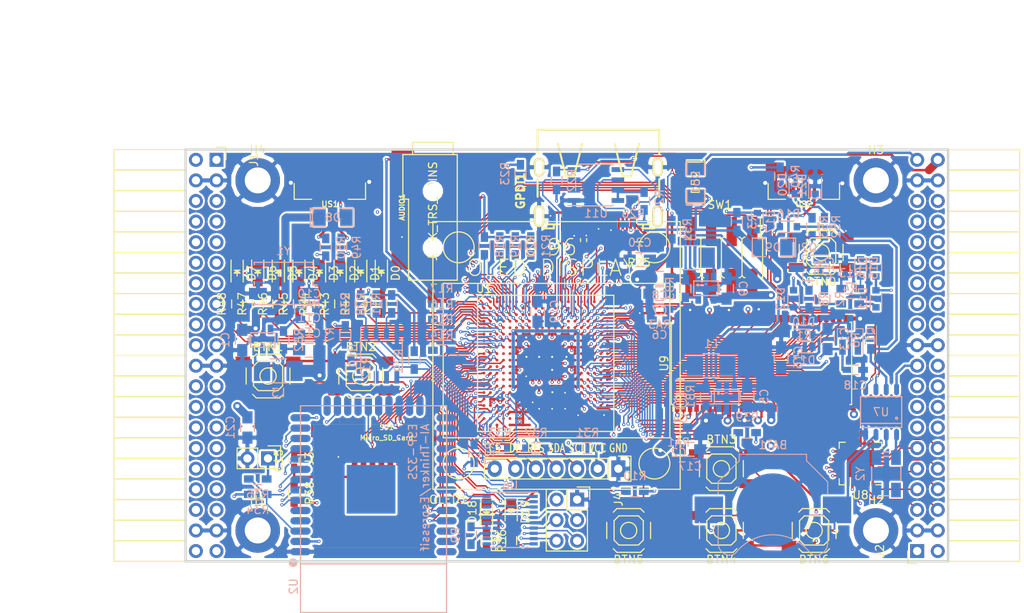
<source format=kicad_pcb>
(kicad_pcb (version 4) (host pcbnew 4.0.6+dfsg1-1)

  (general
    (links 668)
    (no_connects 0)
    (area 93.949999 61.269999 188.230001 112.370001)
    (thickness 1.6)
    (drawings 6)
    (tracks 3927)
    (zones 0)
    (modules 145)
    (nets 234)
  )

  (page A4)
  (layers
    (0 F.Cu signal)
    (1 In1.Cu signal)
    (2 In2.Cu signal)
    (31 B.Cu signal)
    (32 B.Adhes user)
    (33 F.Adhes user)
    (34 B.Paste user)
    (35 F.Paste user)
    (36 B.SilkS user)
    (37 F.SilkS user)
    (38 B.Mask user)
    (39 F.Mask user)
    (40 Dwgs.User user)
    (41 Cmts.User user)
    (42 Eco1.User user)
    (43 Eco2.User user)
    (44 Edge.Cuts user)
    (45 Margin user)
    (46 B.CrtYd user)
    (47 F.CrtYd user)
    (48 B.Fab user)
    (49 F.Fab user)
  )

  (setup
    (last_trace_width 0.3)
    (trace_clearance 0.127)
    (zone_clearance 0.254)
    (zone_45_only no)
    (trace_min 0.127)
    (segment_width 0.2)
    (edge_width 0.2)
    (via_size 0.4)
    (via_drill 0.2)
    (via_min_size 0.4)
    (via_min_drill 0.2)
    (uvia_size 0.3)
    (uvia_drill 0.1)
    (uvias_allowed no)
    (uvia_min_size 0.2)
    (uvia_min_drill 0.1)
    (pcb_text_width 0.3)
    (pcb_text_size 1.5 1.5)
    (mod_edge_width 0.15)
    (mod_text_size 1 1)
    (mod_text_width 0.15)
    (pad_size 1.524 1.524)
    (pad_drill 0.762)
    (pad_to_mask_clearance 0.2)
    (aux_axis_origin 82.67 62.69)
    (grid_origin 86.48 79.2)
    (visible_elements 7FFFF7FF)
    (pcbplotparams
      (layerselection 0x010f0_80000007)
      (usegerberextensions true)
      (excludeedgelayer true)
      (linewidth 0.100000)
      (plotframeref false)
      (viasonmask false)
      (mode 1)
      (useauxorigin false)
      (hpglpennumber 1)
      (hpglpenspeed 20)
      (hpglpendiameter 15)
      (hpglpenoverlay 2)
      (psnegative false)
      (psa4output false)
      (plotreference true)
      (plotvalue true)
      (plotinvisibletext false)
      (padsonsilk false)
      (subtractmaskfromsilk false)
      (outputformat 1)
      (mirror false)
      (drillshape 0)
      (scaleselection 1)
      (outputdirectory plot))
  )

  (net 0 "")
  (net 1 GND)
  (net 2 +5V)
  (net 3 /gpio/IN5V)
  (net 4 /gpio/OUT5V)
  (net 5 +3V3)
  (net 6 "Net-(L1-Pad1)")
  (net 7 "Net-(L2-Pad1)")
  (net 8 +1V2)
  (net 9 BTN_D)
  (net 10 BTN_F1)
  (net 11 BTN_F2)
  (net 12 BTN_L)
  (net 13 BTN_R)
  (net 14 BTN_U)
  (net 15 /power/FB1)
  (net 16 +2V5)
  (net 17 "Net-(L3-Pad1)")
  (net 18 /power/PWREN)
  (net 19 /power/FB3)
  (net 20 /power/FB2)
  (net 21 "Net-(D9-Pad1)")
  (net 22 /power/VBAT)
  (net 23 JTAG_TDI)
  (net 24 JTAG_TCK)
  (net 25 JTAG_TMS)
  (net 26 JTAG_TDO)
  (net 27 /power/WAKEUPn)
  (net 28 /power/WKUP)
  (net 29 /power/SHUT)
  (net 30 /power/WAKE)
  (net 31 /power/HOLD)
  (net 32 /power/WKn)
  (net 33 /power/OSCI_32k)
  (net 34 /power/OSCO_32k)
  (net 35 "Net-(Q2-Pad3)")
  (net 36 SHUTDOWN)
  (net 37 /analog/AUDIO_L)
  (net 38 /analog/AUDIO_R)
  (net 39 GPDI_5V_SCL)
  (net 40 GPDI_5V_SDA)
  (net 41 GPDI_SDA)
  (net 42 GPDI_SCL)
  (net 43 /gpdi/VREF2)
  (net 44 SD_CMD)
  (net 45 SD_CLK)
  (net 46 SD_D0)
  (net 47 SD_D1)
  (net 48 USB5V)
  (net 49 "Net-(BTN0-Pad1)")
  (net 50 GPDI_CEC)
  (net 51 nRESET)
  (net 52 FTDI_nDTR)
  (net 53 SDRAM_CKE)
  (net 54 SDRAM_A7)
  (net 55 SDRAM_D15)
  (net 56 SDRAM_BA1)
  (net 57 SDRAM_D7)
  (net 58 SDRAM_A6)
  (net 59 SDRAM_CLK)
  (net 60 SDRAM_D13)
  (net 61 SDRAM_BA0)
  (net 62 SDRAM_D6)
  (net 63 SDRAM_A5)
  (net 64 SDRAM_D14)
  (net 65 SDRAM_A11)
  (net 66 SDRAM_D12)
  (net 67 SDRAM_D5)
  (net 68 SDRAM_A4)
  (net 69 SDRAM_A10)
  (net 70 SDRAM_D11)
  (net 71 SDRAM_A3)
  (net 72 SDRAM_D4)
  (net 73 SDRAM_D10)
  (net 74 SDRAM_D9)
  (net 75 SDRAM_A9)
  (net 76 SDRAM_D3)
  (net 77 SDRAM_D8)
  (net 78 SDRAM_A8)
  (net 79 SDRAM_A2)
  (net 80 SDRAM_A1)
  (net 81 SDRAM_A0)
  (net 82 SDRAM_D2)
  (net 83 SDRAM_D1)
  (net 84 SDRAM_D0)
  (net 85 SDRAM_DQM0)
  (net 86 SDRAM_nCS)
  (net 87 SDRAM_nRAS)
  (net 88 SDRAM_DQM1)
  (net 89 SDRAM_nCAS)
  (net 90 SDRAM_nWE)
  (net 91 /flash/FLASH_nWP)
  (net 92 /flash/FLASH_nHOLD)
  (net 93 /flash/FLASH_MOSI)
  (net 94 /flash/FLASH_MISO)
  (net 95 /flash/FLASH_SCK)
  (net 96 /flash/FLASH_nCS)
  (net 97 /flash/FPGA_PROGRAMN)
  (net 98 /flash/FPGA_DONE)
  (net 99 /flash/FPGA_INITN)
  (net 100 OLED_RES)
  (net 101 OLED_DC)
  (net 102 OLED_CS)
  (net 103 WIFI_EN)
  (net 104 FTDI_nRTS)
  (net 105 FTDI_TXD)
  (net 106 FTDI_RXD)
  (net 107 WIFI_RXD)
  (net 108 WIFI_GPIO0)
  (net 109 WIFI_TXD)
  (net 110 GPDI_ETH-)
  (net 111 GPDI_ETH+)
  (net 112 GPDI_D2+)
  (net 113 GPDI_D2-)
  (net 114 GPDI_D1+)
  (net 115 GPDI_D1-)
  (net 116 GPDI_D0+)
  (net 117 GPDI_D0-)
  (net 118 GPDI_CLK+)
  (net 119 GPDI_CLK-)
  (net 120 USB_FTDI_D+)
  (net 121 USB_FTDI_D-)
  (net 122 J1_17-)
  (net 123 J1_17+)
  (net 124 J1_23-)
  (net 125 J1_23+)
  (net 126 J1_25-)
  (net 127 J1_25+)
  (net 128 J1_27-)
  (net 129 J1_27+)
  (net 130 J1_29-)
  (net 131 J1_29+)
  (net 132 J1_31-)
  (net 133 J1_31+)
  (net 134 J1_33-)
  (net 135 J1_33+)
  (net 136 J1_35-)
  (net 137 J1_35+)
  (net 138 J2_5-)
  (net 139 J2_5+)
  (net 140 J2_7-)
  (net 141 J2_7+)
  (net 142 J2_9-)
  (net 143 J2_9+)
  (net 144 J2_13-)
  (net 145 J2_13+)
  (net 146 J2_17-)
  (net 147 J2_17+)
  (net 148 J2_11-)
  (net 149 J2_11+)
  (net 150 J2_23-)
  (net 151 J2_23+)
  (net 152 J1_5-)
  (net 153 J1_5+)
  (net 154 J1_7-)
  (net 155 J1_7+)
  (net 156 J1_9-)
  (net 157 J1_9+)
  (net 158 J1_11-)
  (net 159 J1_11+)
  (net 160 J1_13-)
  (net 161 J1_13+)
  (net 162 J1_15-)
  (net 163 J1_15+)
  (net 164 J2_15-)
  (net 165 J2_15+)
  (net 166 J2_25-)
  (net 167 J2_25+)
  (net 168 J2_27-)
  (net 169 J2_27+)
  (net 170 J2_29-)
  (net 171 J2_29+)
  (net 172 J2_31-)
  (net 173 J2_31+)
  (net 174 J2_33-)
  (net 175 J2_33+)
  (net 176 J2_35-)
  (net 177 J2_35+)
  (net 178 SD_D3)
  (net 179 AUDIO_L3)
  (net 180 AUDIO_L2)
  (net 181 AUDIO_L1)
  (net 182 AUDIO_L0)
  (net 183 AUDIO_R3)
  (net 184 AUDIO_R2)
  (net 185 AUDIO_R1)
  (net 186 AUDIO_R0)
  (net 187 OLED_CLK)
  (net 188 OLED_MOSI)
  (net 189 LED0)
  (net 190 LED1)
  (net 191 LED2)
  (net 192 LED3)
  (net 193 LED4)
  (net 194 LED5)
  (net 195 LED6)
  (net 196 LED7)
  (net 197 BTN_PWRn)
  (net 198 "Net-(J3-Pad1)")
  (net 199 FTDI_nTXLED)
  (net 200 FTDI_nSLEEP)
  (net 201 /blinkey/LED_PWREN)
  (net 202 /blinkey/LED_TXLED)
  (net 203 FT3V3)
  (net 204 /sdcard/SD3V3)
  (net 205 SD_D2)
  (net 206 CLK_25MHz)
  (net 207 /blinkey/BTNPUL)
  (net 208 /blinkey/BTNPUR)
  (net 209 USB_FPGA_D+)
  (net 210 /power/FTDI_nSUSPEND)
  (net 211 /blinkey/ALED0)
  (net 212 /blinkey/ALED1)
  (net 213 /blinkey/ALED2)
  (net 214 /blinkey/ALED3)
  (net 215 /blinkey/ALED4)
  (net 216 /blinkey/ALED5)
  (net 217 /blinkey/ALED6)
  (net 218 /blinkey/ALED7)
  (net 219 /usb/FTD-)
  (net 220 /usb/FTD+)
  (net 221 ADC_MISO)
  (net 222 ADC_MOSI)
  (net 223 ADC_CSn)
  (net 224 ADC_SCLK)
  (net 225 "Net-(R51-Pad2)")
  (net 226 SW3)
  (net 227 SW2)
  (net 228 SW1)
  (net 229 SW0)
  (net 230 USB_FPGA_D-)
  (net 231 /usb/FPD+)
  (net 232 /usb/FPD-)
  (net 233 WIFI_15)

  (net_class Default "This is the default net class."
    (clearance 0.127)
    (trace_width 0.3)
    (via_dia 0.4)
    (via_drill 0.2)
    (uvia_dia 0.3)
    (uvia_drill 0.1)
    (add_net +1V2)
    (add_net +2V5)
    (add_net +3V3)
    (add_net +5V)
    (add_net /analog/AUDIO_L)
    (add_net /analog/AUDIO_R)
    (add_net /blinkey/ALED0)
    (add_net /blinkey/ALED1)
    (add_net /blinkey/ALED2)
    (add_net /blinkey/ALED3)
    (add_net /blinkey/ALED4)
    (add_net /blinkey/ALED5)
    (add_net /blinkey/ALED6)
    (add_net /blinkey/ALED7)
    (add_net /blinkey/BTNPUL)
    (add_net /blinkey/BTNPUR)
    (add_net /blinkey/LED_PWREN)
    (add_net /blinkey/LED_TXLED)
    (add_net /gpdi/VREF2)
    (add_net /gpio/IN5V)
    (add_net /gpio/OUT5V)
    (add_net /power/FB1)
    (add_net /power/FB2)
    (add_net /power/FB3)
    (add_net /power/FTDI_nSUSPEND)
    (add_net /power/HOLD)
    (add_net /power/OSCI_32k)
    (add_net /power/OSCO_32k)
    (add_net /power/PWREN)
    (add_net /power/SHUT)
    (add_net /power/VBAT)
    (add_net /power/WAKE)
    (add_net /power/WAKEUPn)
    (add_net /power/WKUP)
    (add_net /power/WKn)
    (add_net /sdcard/SD3V3)
    (add_net /usb/FPD+)
    (add_net /usb/FPD-)
    (add_net /usb/FTD+)
    (add_net /usb/FTD-)
    (add_net FT3V3)
    (add_net GND)
    (add_net "Net-(BTN0-Pad1)")
    (add_net "Net-(D9-Pad1)")
    (add_net "Net-(J3-Pad1)")
    (add_net "Net-(L1-Pad1)")
    (add_net "Net-(L2-Pad1)")
    (add_net "Net-(L3-Pad1)")
    (add_net "Net-(Q2-Pad3)")
    (add_net "Net-(R51-Pad2)")
    (add_net USB5V)
  )

  (net_class BGA ""
    (clearance 0.127)
    (trace_width 0.19)
    (via_dia 0.4)
    (via_drill 0.2)
    (uvia_dia 0.3)
    (uvia_drill 0.1)
    (add_net /flash/FLASH_MISO)
    (add_net /flash/FLASH_MOSI)
    (add_net /flash/FLASH_SCK)
    (add_net /flash/FLASH_nCS)
    (add_net /flash/FLASH_nHOLD)
    (add_net /flash/FLASH_nWP)
    (add_net /flash/FPGA_DONE)
    (add_net /flash/FPGA_INITN)
    (add_net /flash/FPGA_PROGRAMN)
    (add_net ADC_CSn)
    (add_net ADC_MISO)
    (add_net ADC_MOSI)
    (add_net ADC_SCLK)
    (add_net AUDIO_L0)
    (add_net AUDIO_L1)
    (add_net AUDIO_L2)
    (add_net AUDIO_L3)
    (add_net AUDIO_R0)
    (add_net AUDIO_R1)
    (add_net AUDIO_R2)
    (add_net AUDIO_R3)
    (add_net BTN_D)
    (add_net BTN_F1)
    (add_net BTN_F2)
    (add_net BTN_L)
    (add_net BTN_PWRn)
    (add_net BTN_R)
    (add_net BTN_U)
    (add_net CLK_25MHz)
    (add_net FTDI_RXD)
    (add_net FTDI_TXD)
    (add_net FTDI_nDTR)
    (add_net FTDI_nRTS)
    (add_net FTDI_nSLEEP)
    (add_net FTDI_nTXLED)
    (add_net GPDI_5V_SCL)
    (add_net GPDI_5V_SDA)
    (add_net GPDI_CEC)
    (add_net GPDI_CLK+)
    (add_net GPDI_CLK-)
    (add_net GPDI_D0+)
    (add_net GPDI_D0-)
    (add_net GPDI_D1+)
    (add_net GPDI_D1-)
    (add_net GPDI_D2+)
    (add_net GPDI_D2-)
    (add_net GPDI_ETH+)
    (add_net GPDI_ETH-)
    (add_net GPDI_SCL)
    (add_net GPDI_SDA)
    (add_net J1_11+)
    (add_net J1_11-)
    (add_net J1_13+)
    (add_net J1_13-)
    (add_net J1_15+)
    (add_net J1_15-)
    (add_net J1_17+)
    (add_net J1_17-)
    (add_net J1_23+)
    (add_net J1_23-)
    (add_net J1_25+)
    (add_net J1_25-)
    (add_net J1_27+)
    (add_net J1_27-)
    (add_net J1_29+)
    (add_net J1_29-)
    (add_net J1_31+)
    (add_net J1_31-)
    (add_net J1_33+)
    (add_net J1_33-)
    (add_net J1_35+)
    (add_net J1_35-)
    (add_net J1_5+)
    (add_net J1_5-)
    (add_net J1_7+)
    (add_net J1_7-)
    (add_net J1_9+)
    (add_net J1_9-)
    (add_net J2_11+)
    (add_net J2_11-)
    (add_net J2_13+)
    (add_net J2_13-)
    (add_net J2_15+)
    (add_net J2_15-)
    (add_net J2_17+)
    (add_net J2_17-)
    (add_net J2_23+)
    (add_net J2_23-)
    (add_net J2_25+)
    (add_net J2_25-)
    (add_net J2_27+)
    (add_net J2_27-)
    (add_net J2_29+)
    (add_net J2_29-)
    (add_net J2_31+)
    (add_net J2_31-)
    (add_net J2_33+)
    (add_net J2_33-)
    (add_net J2_35+)
    (add_net J2_35-)
    (add_net J2_5+)
    (add_net J2_5-)
    (add_net J2_7+)
    (add_net J2_7-)
    (add_net J2_9+)
    (add_net J2_9-)
    (add_net JTAG_TCK)
    (add_net JTAG_TDI)
    (add_net JTAG_TDO)
    (add_net JTAG_TMS)
    (add_net LED0)
    (add_net LED1)
    (add_net LED2)
    (add_net LED3)
    (add_net LED4)
    (add_net LED5)
    (add_net LED6)
    (add_net LED7)
    (add_net OLED_CLK)
    (add_net OLED_CS)
    (add_net OLED_DC)
    (add_net OLED_MOSI)
    (add_net OLED_RES)
    (add_net SDRAM_A0)
    (add_net SDRAM_A1)
    (add_net SDRAM_A10)
    (add_net SDRAM_A11)
    (add_net SDRAM_A2)
    (add_net SDRAM_A3)
    (add_net SDRAM_A4)
    (add_net SDRAM_A5)
    (add_net SDRAM_A6)
    (add_net SDRAM_A7)
    (add_net SDRAM_A8)
    (add_net SDRAM_A9)
    (add_net SDRAM_BA0)
    (add_net SDRAM_BA1)
    (add_net SDRAM_CKE)
    (add_net SDRAM_CLK)
    (add_net SDRAM_D0)
    (add_net SDRAM_D1)
    (add_net SDRAM_D10)
    (add_net SDRAM_D11)
    (add_net SDRAM_D12)
    (add_net SDRAM_D13)
    (add_net SDRAM_D14)
    (add_net SDRAM_D15)
    (add_net SDRAM_D2)
    (add_net SDRAM_D3)
    (add_net SDRAM_D4)
    (add_net SDRAM_D5)
    (add_net SDRAM_D6)
    (add_net SDRAM_D7)
    (add_net SDRAM_D8)
    (add_net SDRAM_D9)
    (add_net SDRAM_DQM0)
    (add_net SDRAM_DQM1)
    (add_net SDRAM_nCAS)
    (add_net SDRAM_nCS)
    (add_net SDRAM_nRAS)
    (add_net SDRAM_nWE)
    (add_net SD_CLK)
    (add_net SD_CMD)
    (add_net SD_D0)
    (add_net SD_D1)
    (add_net SD_D2)
    (add_net SD_D3)
    (add_net SHUTDOWN)
    (add_net SW0)
    (add_net SW1)
    (add_net SW2)
    (add_net SW3)
    (add_net USB_FPGA_D+)
    (add_net USB_FPGA_D-)
    (add_net USB_FTDI_D+)
    (add_net USB_FTDI_D-)
    (add_net WIFI_15)
    (add_net WIFI_EN)
    (add_net WIFI_GPIO0)
    (add_net WIFI_RXD)
    (add_net WIFI_TXD)
    (add_net nRESET)
  )

  (net_class Minimal ""
    (clearance 0.127)
    (trace_width 0.127)
    (via_dia 0.4)
    (via_drill 0.2)
    (uvia_dia 0.3)
    (uvia_drill 0.1)
  )

  (module Resistors_SMD:R_0603_HandSoldering (layer B.Cu) (tedit 58307AEF) (tstamp 595B8F7A)
    (at 154.044 71.326 90)
    (descr "Resistor SMD 0603, hand soldering")
    (tags "resistor 0603")
    (path /58D6547C/595B9C2F)
    (attr smd)
    (fp_text reference R51 (at 0 1.9 90) (layer B.SilkS)
      (effects (font (size 1 1) (thickness 0.15)) (justify mirror))
    )
    (fp_text value 220 (at 0 -1.9 90) (layer B.Fab)
      (effects (font (size 1 1) (thickness 0.15)) (justify mirror))
    )
    (fp_line (start -0.8 -0.4) (end -0.8 0.4) (layer B.Fab) (width 0.1))
    (fp_line (start 0.8 -0.4) (end -0.8 -0.4) (layer B.Fab) (width 0.1))
    (fp_line (start 0.8 0.4) (end 0.8 -0.4) (layer B.Fab) (width 0.1))
    (fp_line (start -0.8 0.4) (end 0.8 0.4) (layer B.Fab) (width 0.1))
    (fp_line (start -2 0.8) (end 2 0.8) (layer B.CrtYd) (width 0.05))
    (fp_line (start -2 -0.8) (end 2 -0.8) (layer B.CrtYd) (width 0.05))
    (fp_line (start -2 0.8) (end -2 -0.8) (layer B.CrtYd) (width 0.05))
    (fp_line (start 2 0.8) (end 2 -0.8) (layer B.CrtYd) (width 0.05))
    (fp_line (start 0.5 -0.675) (end -0.5 -0.675) (layer B.SilkS) (width 0.15))
    (fp_line (start -0.5 0.675) (end 0.5 0.675) (layer B.SilkS) (width 0.15))
    (pad 1 smd rect (at -1.1 0 90) (size 1.2 0.9) (layers B.Cu B.Paste B.Mask)
      (net 5 +3V3))
    (pad 2 smd rect (at 1.1 0 90) (size 1.2 0.9) (layers B.Cu B.Paste B.Mask)
      (net 225 "Net-(R51-Pad2)"))
    (model Resistors_SMD.3dshapes/R_0603_HandSoldering.wrl
      (at (xyz 0 0 0))
      (scale (xyz 1 1 1))
      (rotate (xyz 0 0 0))
    )
  )

  (module Pin_Headers:Pin_Header_Straight_SMT_02x04 (layer F.Cu) (tedit 595B8E00) (tstamp 595B8F86)
    (at 160.14 74.73 180)
    (descr "SMT pin header")
    (tags "SMT pin header")
    (path /58D6547C/595B94DC)
    (attr smd)
    (fp_text reference SW1 (at 0.2 6.5 180) (layer F.SilkS)
      (effects (font (size 1 1) (thickness 0.15)))
    )
    (fp_text value DIPSW (at 0.1 -6.1 180) (layer F.Fab)
      (effects (font (size 1 1) (thickness 0.15)))
    )
    (fp_line (start -4.8 2.5) (end -4.8 4.925) (layer F.SilkS) (width 0.15))
    (fp_line (start -5.6 5.5) (end 5.6 5.5) (layer F.CrtYd) (width 0.05))
    (fp_line (start 5.6 5.5) (end 5.6 -5.5) (layer F.CrtYd) (width 0.05))
    (fp_line (start 5.6 -5.5) (end -5.6 -5.5) (layer F.CrtYd) (width 0.05))
    (fp_line (start -5.6 -5.5) (end -5.6 5.5) (layer F.CrtYd) (width 0.05))
    (fp_line (start -2.54 2.25) (end -2.54 -2.25) (layer F.SilkS) (width 0.15))
    (fp_line (start 5.08 -2.5) (end 4.8 -2.5) (layer F.SilkS) (width 0.15))
    (fp_line (start 5.08 -2.5) (end 5.08 2.5) (layer F.SilkS) (width 0.15))
    (fp_line (start 5.08 2.5) (end 4.8 2.5) (layer F.SilkS) (width 0.15))
    (fp_line (start -5.08 2.5) (end -4.8 2.5) (layer F.SilkS) (width 0.15))
    (fp_line (start -5.08 -2.5) (end -5.08 2.5) (layer F.SilkS) (width 0.15))
    (fp_line (start -2.921 -2.5) (end -2.794 -2.5) (layer F.SilkS) (width 0.15))
    (fp_line (start -2.794 -2.5) (end -2.54 -2.246) (layer F.SilkS) (width 0.15))
    (fp_line (start -2.54 -2.246) (end -2.286 -2.5) (layer F.SilkS) (width 0.15))
    (fp_line (start -2.286 -2.5) (end -2.159 -2.5) (layer F.SilkS) (width 0.15))
    (fp_line (start -5.08 -2.5) (end -4.8 -2.5) (layer F.SilkS) (width 0.15))
    (fp_line (start -0.381 -2.5) (end -0.254 -2.5) (layer F.SilkS) (width 0.15))
    (fp_line (start 2.159 -2.5) (end 2.286 -2.5) (layer F.SilkS) (width 0.15))
    (fp_line (start -2.159 2.5) (end -2.286 2.5) (layer F.SilkS) (width 0.15))
    (fp_line (start 0 -2.246) (end 0.254 -2.5) (layer F.SilkS) (width 0.15))
    (fp_line (start 2.54 -2.246) (end 2.794 -2.5) (layer F.SilkS) (width 0.15))
    (fp_line (start -2.54 2.246) (end -2.794 2.5) (layer F.SilkS) (width 0.15))
    (fp_line (start 0.254 -2.5) (end 0.381 -2.5) (layer F.SilkS) (width 0.15))
    (fp_line (start 2.794 -2.5) (end 2.921 -2.5) (layer F.SilkS) (width 0.15))
    (fp_line (start -2.794 2.5) (end -2.921 2.5) (layer F.SilkS) (width 0.15))
    (fp_line (start -0.254 -2.5) (end 0 -2.246) (layer F.SilkS) (width 0.15))
    (fp_line (start 2.286 -2.5) (end 2.54 -2.246) (layer F.SilkS) (width 0.15))
    (fp_line (start -2.286 2.5) (end -2.54 2.246) (layer F.SilkS) (width 0.15))
    (fp_line (start 0.381 2.5) (end 0.254 2.5) (layer F.SilkS) (width 0.15))
    (fp_line (start 2.921 2.5) (end 2.794 2.5) (layer F.SilkS) (width 0.15))
    (fp_line (start -0.254 2.5) (end -0.381 2.5) (layer F.SilkS) (width 0.15))
    (fp_line (start 2.286 2.5) (end 2.159 2.5) (layer F.SilkS) (width 0.15))
    (fp_line (start 0 2.246) (end -0.254 2.5) (layer F.SilkS) (width 0.15))
    (fp_line (start 2.54 2.246) (end 2.286 2.5) (layer F.SilkS) (width 0.15))
    (fp_line (start 0.254 2.5) (end 0 2.246) (layer F.SilkS) (width 0.15))
    (fp_line (start 2.794 2.5) (end 2.54 2.246) (layer F.SilkS) (width 0.15))
    (fp_line (start 0 2.25) (end 0 -2.25) (layer F.SilkS) (width 0.15))
    (fp_line (start 2.54 2.25) (end 2.54 -2.25) (layer F.SilkS) (width 0.15))
    (pad 1 smd rect (at -3.81 3.2 180) (size 1.27 3.6) (layers F.Cu F.Paste F.Mask)
      (net 226 SW3))
    (pad 2 smd rect (at -1.27 3.2 180) (size 1.27 3.6) (layers F.Cu F.Paste F.Mask)
      (net 227 SW2))
    (pad 3 smd rect (at 1.27 3.2 180) (size 1.27 3.6) (layers F.Cu F.Paste F.Mask)
      (net 228 SW1))
    (pad 4 smd rect (at 3.81 3.2 180) (size 1.27 3.6) (layers F.Cu F.Paste F.Mask)
      (net 229 SW0))
    (pad 5 smd rect (at 3.81 -3.2 180) (size 1.27 3.6) (layers F.Cu F.Paste F.Mask)
      (net 225 "Net-(R51-Pad2)"))
    (pad 6 smd rect (at 1.27 -3.2 180) (size 1.27 3.6) (layers F.Cu F.Paste F.Mask)
      (net 225 "Net-(R51-Pad2)"))
    (pad 7 smd rect (at -1.27 -3.2 180) (size 1.27 3.6) (layers F.Cu F.Paste F.Mask)
      (net 225 "Net-(R51-Pad2)"))
    (pad 8 smd rect (at -3.81 -3.2 180) (size 1.27 3.6) (layers F.Cu F.Paste F.Mask)
      (net 225 "Net-(R51-Pad2)"))
    (model Pin_Headers.3dshapes/Pin_Header_Straight_SMT_02x04.wrl
      (at (xyz 0 0 0))
      (scale (xyz 1 1 1))
      (rotate (xyz 0 0 0))
    )
  )

  (module lfe5bg381:BGA-381_pitch0.8mm_dia0.4mm (layer F.Cu) (tedit 58D8FE92) (tstamp 58D8D57E)
    (at 138.48 87.8)
    (path /56AC389C/58F23D91)
    (attr smd)
    (fp_text reference U1 (at -7.6 -9.2) (layer F.SilkS)
      (effects (font (size 1 1) (thickness 0.15)))
    )
    (fp_text value LFE5U-25F-6BG381C (at 2 -9.2) (layer F.Fab)
      (effects (font (size 1 1) (thickness 0.15)))
    )
    (fp_line (start -8.4 8.4) (end 8.4 8.4) (layer F.SilkS) (width 0.15))
    (fp_line (start 8.4 8.4) (end 8.4 -8.4) (layer F.SilkS) (width 0.15))
    (fp_line (start 8.4 -8.4) (end -8.4 -8.4) (layer F.SilkS) (width 0.15))
    (fp_line (start -8.4 -8.4) (end -8.4 8.4) (layer F.SilkS) (width 0.15))
    (fp_line (start -7.6 -8.4) (end -8.4 -7.6) (layer F.SilkS) (width 0.15))
    (pad A2 smd circle (at -6.8 -7.6) (size 0.35 0.35) (layers F.Cu F.Paste F.Mask)
      (net 129 J1_27+) (solder_mask_margin 0.04))
    (pad A3 smd circle (at -6 -7.6) (size 0.35 0.35) (layers F.Cu F.Paste F.Mask)
      (net 183 AUDIO_R3) (solder_mask_margin 0.04))
    (pad A4 smd circle (at -5.2 -7.6) (size 0.35 0.35) (layers F.Cu F.Paste F.Mask)
      (net 127 J1_25+) (solder_mask_margin 0.04))
    (pad A5 smd circle (at -4.4 -7.6) (size 0.35 0.35) (layers F.Cu F.Paste F.Mask)
      (net 126 J1_25-) (solder_mask_margin 0.04))
    (pad A6 smd circle (at -3.6 -7.6) (size 0.35 0.35) (layers F.Cu F.Paste F.Mask)
      (net 125 J1_23+) (solder_mask_margin 0.04))
    (pad A7 smd circle (at -2.8 -7.6) (size 0.35 0.35) (layers F.Cu F.Paste F.Mask)
      (net 161 J1_13+) (solder_mask_margin 0.04))
    (pad A8 smd circle (at -2 -7.6) (size 0.35 0.35) (layers F.Cu F.Paste F.Mask)
      (net 160 J1_13-) (solder_mask_margin 0.04))
    (pad A9 smd circle (at -1.2 -7.6) (size 0.35 0.35) (layers F.Cu F.Paste F.Mask)
      (net 156 J1_9-) (solder_mask_margin 0.04))
    (pad A10 smd circle (at -0.4 -7.6) (size 0.35 0.35) (layers F.Cu F.Paste F.Mask)
      (net 155 J1_7+) (solder_mask_margin 0.04))
    (pad A11 smd circle (at 0.4 -7.6) (size 0.35 0.35) (layers F.Cu F.Paste F.Mask)
      (net 154 J1_7-) (solder_mask_margin 0.04))
    (pad A12 smd circle (at 1.2 -7.6) (size 0.35 0.35) (layers F.Cu F.Paste F.Mask)
      (net 111 GPDI_ETH+) (solder_mask_margin 0.04))
    (pad A13 smd circle (at 2 -7.6) (size 0.35 0.35) (layers F.Cu F.Paste F.Mask)
      (net 110 GPDI_ETH-) (solder_mask_margin 0.04))
    (pad A14 smd circle (at 2.8 -7.6) (size 0.35 0.35) (layers F.Cu F.Paste F.Mask)
      (net 112 GPDI_D2+) (solder_mask_margin 0.04))
    (pad A15 smd circle (at 3.6 -7.6) (size 0.35 0.35) (layers F.Cu F.Paste F.Mask)
      (solder_mask_margin 0.04))
    (pad A16 smd circle (at 4.4 -7.6) (size 0.35 0.35) (layers F.Cu F.Paste F.Mask)
      (net 114 GPDI_D1+) (solder_mask_margin 0.04))
    (pad A17 smd circle (at 5.2 -7.6) (size 0.35 0.35) (layers F.Cu F.Paste F.Mask)
      (net 116 GPDI_D0+) (solder_mask_margin 0.04))
    (pad A18 smd circle (at 6 -7.6) (size 0.35 0.35) (layers F.Cu F.Paste F.Mask)
      (net 118 GPDI_CLK+) (solder_mask_margin 0.04))
    (pad A19 smd circle (at 6.8 -7.6) (size 0.35 0.35) (layers F.Cu F.Paste F.Mask)
      (net 50 GPDI_CEC) (solder_mask_margin 0.04))
    (pad B1 smd circle (at -7.6 -6.8) (size 0.35 0.35) (layers F.Cu F.Paste F.Mask)
      (net 128 J1_27-) (solder_mask_margin 0.04))
    (pad B2 smd circle (at -6.8 -6.8) (size 0.35 0.35) (layers F.Cu F.Paste F.Mask)
      (net 189 LED0) (solder_mask_margin 0.04))
    (pad B3 smd circle (at -6 -6.8) (size 0.35 0.35) (layers F.Cu F.Paste F.Mask)
      (net 182 AUDIO_L0) (solder_mask_margin 0.04))
    (pad B4 smd circle (at -5.2 -6.8) (size 0.35 0.35) (layers F.Cu F.Paste F.Mask)
      (net 130 J1_29-) (solder_mask_margin 0.04))
    (pad B5 smd circle (at -4.4 -6.8) (size 0.35 0.35) (layers F.Cu F.Paste F.Mask)
      (net 184 AUDIO_R2) (solder_mask_margin 0.04))
    (pad B6 smd circle (at -3.6 -6.8) (size 0.35 0.35) (layers F.Cu F.Paste F.Mask)
      (net 124 J1_23-) (solder_mask_margin 0.04))
    (pad B7 smd circle (at -2.8 -6.8) (size 0.35 0.35) (layers F.Cu F.Paste F.Mask)
      (net 1 GND) (solder_mask_margin 0.04))
    (pad B8 smd circle (at -2 -6.8) (size 0.35 0.35) (layers F.Cu F.Paste F.Mask)
      (net 162 J1_15-) (solder_mask_margin 0.04))
    (pad B9 smd circle (at -1.2 -6.8) (size 0.35 0.35) (layers F.Cu F.Paste F.Mask)
      (net 159 J1_11+) (solder_mask_margin 0.04))
    (pad B10 smd circle (at -0.4 -6.8) (size 0.35 0.35) (layers F.Cu F.Paste F.Mask)
      (net 157 J1_9+) (solder_mask_margin 0.04))
    (pad B11 smd circle (at 0.4 -6.8) (size 0.35 0.35) (layers F.Cu F.Paste F.Mask)
      (net 153 J1_5+) (solder_mask_margin 0.04))
    (pad B12 smd circle (at 1.2 -6.8) (size 0.35 0.35) (layers F.Cu F.Paste F.Mask)
      (solder_mask_margin 0.04))
    (pad B13 smd circle (at 2 -6.8) (size 0.35 0.35) (layers F.Cu F.Paste F.Mask)
      (net 175 J2_33+) (solder_mask_margin 0.04))
    (pad B14 smd circle (at 2.8 -6.8) (size 0.35 0.35) (layers F.Cu F.Paste F.Mask)
      (net 1 GND) (solder_mask_margin 0.04))
    (pad B15 smd circle (at 3.6 -6.8) (size 0.35 0.35) (layers F.Cu F.Paste F.Mask)
      (net 173 J2_31+) (solder_mask_margin 0.04))
    (pad B16 smd circle (at 4.4 -6.8) (size 0.35 0.35) (layers F.Cu F.Paste F.Mask)
      (net 115 GPDI_D1-) (solder_mask_margin 0.04))
    (pad B17 smd circle (at 5.2 -6.8) (size 0.35 0.35) (layers F.Cu F.Paste F.Mask)
      (net 169 J2_27+) (solder_mask_margin 0.04))
    (pad B18 smd circle (at 6 -6.8) (size 0.35 0.35) (layers F.Cu F.Paste F.Mask)
      (net 117 GPDI_D0-) (solder_mask_margin 0.04))
    (pad B19 smd circle (at 6.8 -6.8) (size 0.35 0.35) (layers F.Cu F.Paste F.Mask)
      (net 119 GPDI_CLK-) (solder_mask_margin 0.04))
    (pad B20 smd circle (at 7.6 -6.8) (size 0.35 0.35) (layers F.Cu F.Paste F.Mask)
      (net 41 GPDI_SDA) (solder_mask_margin 0.04))
    (pad C1 smd circle (at -7.6 -6) (size 0.35 0.35) (layers F.Cu F.Paste F.Mask)
      (net 191 LED2) (solder_mask_margin 0.04))
    (pad C2 smd circle (at -6.8 -6) (size 0.35 0.35) (layers F.Cu F.Paste F.Mask)
      (net 190 LED1) (solder_mask_margin 0.04))
    (pad C3 smd circle (at -6 -6) (size 0.35 0.35) (layers F.Cu F.Paste F.Mask)
      (net 181 AUDIO_L1) (solder_mask_margin 0.04))
    (pad C4 smd circle (at -5.2 -6) (size 0.35 0.35) (layers F.Cu F.Paste F.Mask)
      (net 131 J1_29+) (solder_mask_margin 0.04))
    (pad C5 smd circle (at -4.4 -6) (size 0.35 0.35) (layers F.Cu F.Paste F.Mask)
      (net 186 AUDIO_R0) (solder_mask_margin 0.04))
    (pad C6 smd circle (at -3.6 -6) (size 0.35 0.35) (layers F.Cu F.Paste F.Mask)
      (net 123 J1_17+) (solder_mask_margin 0.04))
    (pad C7 smd circle (at -2.8 -6) (size 0.35 0.35) (layers F.Cu F.Paste F.Mask)
      (net 122 J1_17-) (solder_mask_margin 0.04))
    (pad C8 smd circle (at -2 -6) (size 0.35 0.35) (layers F.Cu F.Paste F.Mask)
      (net 163 J1_15+) (solder_mask_margin 0.04))
    (pad C9 smd circle (at -1.2 -6) (size 0.35 0.35) (layers F.Cu F.Paste F.Mask)
      (solder_mask_margin 0.04))
    (pad C10 smd circle (at -0.4 -6) (size 0.35 0.35) (layers F.Cu F.Paste F.Mask)
      (net 158 J1_11-) (solder_mask_margin 0.04))
    (pad C11 smd circle (at 0.4 -6) (size 0.35 0.35) (layers F.Cu F.Paste F.Mask)
      (net 152 J1_5-) (solder_mask_margin 0.04))
    (pad C12 smd circle (at 1.2 -6) (size 0.35 0.35) (layers F.Cu F.Paste F.Mask)
      (net 42 GPDI_SCL) (solder_mask_margin 0.04))
    (pad C13 smd circle (at 2 -6) (size 0.35 0.35) (layers F.Cu F.Paste F.Mask)
      (net 174 J2_33-) (solder_mask_margin 0.04))
    (pad C14 smd circle (at 2.8 -6) (size 0.35 0.35) (layers F.Cu F.Paste F.Mask)
      (net 113 GPDI_D2-) (solder_mask_margin 0.04))
    (pad C15 smd circle (at 3.6 -6) (size 0.35 0.35) (layers F.Cu F.Paste F.Mask)
      (net 172 J2_31-) (solder_mask_margin 0.04))
    (pad C16 smd circle (at 4.4 -6) (size 0.35 0.35) (layers F.Cu F.Paste F.Mask)
      (net 171 J2_29+) (solder_mask_margin 0.04))
    (pad C17 smd circle (at 5.2 -6) (size 0.35 0.35) (layers F.Cu F.Paste F.Mask)
      (net 168 J2_27-) (solder_mask_margin 0.04))
    (pad C18 smd circle (at 6 -6) (size 0.35 0.35) (layers F.Cu F.Paste F.Mask)
      (net 151 J2_23+) (solder_mask_margin 0.04))
    (pad C19 smd circle (at 6.8 -6) (size 0.35 0.35) (layers F.Cu F.Paste F.Mask)
      (net 1 GND) (solder_mask_margin 0.04))
    (pad C20 smd circle (at 7.6 -6) (size 0.35 0.35) (layers F.Cu F.Paste F.Mask)
      (net 64 SDRAM_D14) (solder_mask_margin 0.04))
    (pad D1 smd circle (at -7.6 -5.2) (size 0.35 0.35) (layers F.Cu F.Paste F.Mask)
      (net 193 LED4) (solder_mask_margin 0.04))
    (pad D2 smd circle (at -6.8 -5.2) (size 0.35 0.35) (layers F.Cu F.Paste F.Mask)
      (net 192 LED3) (solder_mask_margin 0.04))
    (pad D3 smd circle (at -6 -5.2) (size 0.35 0.35) (layers F.Cu F.Paste F.Mask)
      (net 180 AUDIO_L2) (solder_mask_margin 0.04))
    (pad D4 smd circle (at -5.2 -5.2) (size 0.35 0.35) (layers F.Cu F.Paste F.Mask)
      (net 1 GND) (solder_mask_margin 0.04))
    (pad D5 smd circle (at -4.4 -5.2) (size 0.35 0.35) (layers F.Cu F.Paste F.Mask)
      (net 185 AUDIO_R1) (solder_mask_margin 0.04))
    (pad D6 smd circle (at -3.6 -5.2) (size 0.35 0.35) (layers F.Cu F.Paste F.Mask)
      (net 197 BTN_PWRn) (solder_mask_margin 0.04))
    (pad D7 smd circle (at -2.8 -5.2) (size 0.35 0.35) (layers F.Cu F.Paste F.Mask)
      (net 228 SW1) (solder_mask_margin 0.04))
    (pad D8 smd circle (at -2 -5.2) (size 0.35 0.35) (layers F.Cu F.Paste F.Mask)
      (net 229 SW0) (solder_mask_margin 0.04))
    (pad D9 smd circle (at -1.2 -5.2) (size 0.35 0.35) (layers F.Cu F.Paste F.Mask)
      (solder_mask_margin 0.04))
    (pad D10 smd circle (at -0.4 -5.2) (size 0.35 0.35) (layers F.Cu F.Paste F.Mask)
      (solder_mask_margin 0.04))
    (pad D11 smd circle (at 0.4 -5.2) (size 0.35 0.35) (layers F.Cu F.Paste F.Mask)
      (solder_mask_margin 0.04))
    (pad D12 smd circle (at 1.2 -5.2) (size 0.35 0.35) (layers F.Cu F.Paste F.Mask)
      (solder_mask_margin 0.04))
    (pad D13 smd circle (at 2 -5.2) (size 0.35 0.35) (layers F.Cu F.Paste F.Mask)
      (net 177 J2_35+) (solder_mask_margin 0.04))
    (pad D14 smd circle (at 2.8 -5.2) (size 0.35 0.35) (layers F.Cu F.Paste F.Mask)
      (solder_mask_margin 0.04))
    (pad D15 smd circle (at 3.6 -5.2) (size 0.35 0.35) (layers F.Cu F.Paste F.Mask)
      (net 167 J2_25+) (solder_mask_margin 0.04))
    (pad D16 smd circle (at 4.4 -5.2) (size 0.35 0.35) (layers F.Cu F.Paste F.Mask)
      (net 170 J2_29-) (solder_mask_margin 0.04))
    (pad D17 smd circle (at 5.2 -5.2) (size 0.35 0.35) (layers F.Cu F.Paste F.Mask)
      (net 150 J2_23-) (solder_mask_margin 0.04))
    (pad D18 smd circle (at 6 -5.2) (size 0.35 0.35) (layers F.Cu F.Paste F.Mask)
      (net 147 J2_17+) (solder_mask_margin 0.04))
    (pad D19 smd circle (at 6.8 -5.2) (size 0.35 0.35) (layers F.Cu F.Paste F.Mask)
      (net 55 SDRAM_D15) (solder_mask_margin 0.04))
    (pad D20 smd circle (at 7.6 -5.2) (size 0.35 0.35) (layers F.Cu F.Paste F.Mask)
      (net 60 SDRAM_D13) (solder_mask_margin 0.04))
    (pad E1 smd circle (at -7.6 -4.4) (size 0.35 0.35) (layers F.Cu F.Paste F.Mask)
      (net 195 LED6) (solder_mask_margin 0.04))
    (pad E2 smd circle (at -6.8 -4.4) (size 0.35 0.35) (layers F.Cu F.Paste F.Mask)
      (net 194 LED5) (solder_mask_margin 0.04))
    (pad E3 smd circle (at -6 -4.4) (size 0.35 0.35) (layers F.Cu F.Paste F.Mask)
      (net 132 J1_31-) (solder_mask_margin 0.04))
    (pad E4 smd circle (at -5.2 -4.4) (size 0.35 0.35) (layers F.Cu F.Paste F.Mask)
      (net 179 AUDIO_L3) (solder_mask_margin 0.04))
    (pad E5 smd circle (at -4.4 -4.4) (size 0.35 0.35) (layers F.Cu F.Paste F.Mask)
      (solder_mask_margin 0.04))
    (pad E6 smd circle (at -3.6 -4.4) (size 0.35 0.35) (layers F.Cu F.Paste F.Mask)
      (solder_mask_margin 0.04))
    (pad E7 smd circle (at -2.8 -4.4) (size 0.35 0.35) (layers F.Cu F.Paste F.Mask)
      (net 226 SW3) (solder_mask_margin 0.04))
    (pad E8 smd circle (at -2 -4.4) (size 0.35 0.35) (layers F.Cu F.Paste F.Mask)
      (net 227 SW2) (solder_mask_margin 0.04))
    (pad E9 smd circle (at -1.2 -4.4) (size 0.35 0.35) (layers F.Cu F.Paste F.Mask)
      (solder_mask_margin 0.04))
    (pad E10 smd circle (at -0.4 -4.4) (size 0.35 0.35) (layers F.Cu F.Paste F.Mask)
      (solder_mask_margin 0.04))
    (pad E11 smd circle (at 0.4 -4.4) (size 0.35 0.35) (layers F.Cu F.Paste F.Mask)
      (solder_mask_margin 0.04))
    (pad E12 smd circle (at 1.2 -4.4) (size 0.35 0.35) (layers F.Cu F.Paste F.Mask)
      (solder_mask_margin 0.04))
    (pad E13 smd circle (at 2 -4.4) (size 0.35 0.35) (layers F.Cu F.Paste F.Mask)
      (net 176 J2_35-) (solder_mask_margin 0.04))
    (pad E14 smd circle (at 2.8 -4.4) (size 0.35 0.35) (layers F.Cu F.Paste F.Mask)
      (solder_mask_margin 0.04))
    (pad E15 smd circle (at 3.6 -4.4) (size 0.35 0.35) (layers F.Cu F.Paste F.Mask)
      (net 166 J2_25-) (solder_mask_margin 0.04))
    (pad E16 smd circle (at 4.4 -4.4) (size 0.35 0.35) (layers F.Cu F.Paste F.Mask)
      (net 209 USB_FPGA_D+) (solder_mask_margin 0.04))
    (pad E17 smd circle (at 5.2 -4.4) (size 0.35 0.35) (layers F.Cu F.Paste F.Mask)
      (net 146 J2_17-) (solder_mask_margin 0.04))
    (pad E18 smd circle (at 6 -4.4) (size 0.35 0.35) (layers F.Cu F.Paste F.Mask)
      (net 72 SDRAM_D4) (solder_mask_margin 0.04))
    (pad E19 smd circle (at 6.8 -4.4) (size 0.35 0.35) (layers F.Cu F.Paste F.Mask)
      (net 66 SDRAM_D12) (solder_mask_margin 0.04))
    (pad E20 smd circle (at 7.6 -4.4) (size 0.35 0.35) (layers F.Cu F.Paste F.Mask)
      (net 70 SDRAM_D11) (solder_mask_margin 0.04))
    (pad F1 smd circle (at -7.6 -3.6) (size 0.35 0.35) (layers F.Cu F.Paste F.Mask)
      (net 103 WIFI_EN) (solder_mask_margin 0.04))
    (pad F2 smd circle (at -6.8 -3.6) (size 0.35 0.35) (layers F.Cu F.Paste F.Mask)
      (solder_mask_margin 0.04))
    (pad F3 smd circle (at -6 -3.6) (size 0.35 0.35) (layers F.Cu F.Paste F.Mask)
      (net 134 J1_33-) (solder_mask_margin 0.04))
    (pad F4 smd circle (at -5.2 -3.6) (size 0.35 0.35) (layers F.Cu F.Paste F.Mask)
      (net 133 J1_31+) (solder_mask_margin 0.04))
    (pad F5 smd circle (at -4.4 -3.6) (size 0.35 0.35) (layers F.Cu F.Paste F.Mask)
      (solder_mask_margin 0.04))
    (pad F6 smd circle (at -3.6 -3.6) (size 0.35 0.35) (layers F.Cu F.Paste F.Mask)
      (net 16 +2V5) (solder_mask_margin 0.04))
    (pad F7 smd circle (at -2.8 -3.6) (size 0.35 0.35) (layers F.Cu F.Paste F.Mask)
      (net 1 GND) (solder_mask_margin 0.04))
    (pad F8 smd circle (at -2 -3.6) (size 0.35 0.35) (layers F.Cu F.Paste F.Mask)
      (net 1 GND) (solder_mask_margin 0.04))
    (pad F9 smd circle (at -1.2 -3.6) (size 0.35 0.35) (layers F.Cu F.Paste F.Mask)
      (net 5 +3V3) (solder_mask_margin 0.04))
    (pad F10 smd circle (at -0.4 -3.6) (size 0.35 0.35) (layers F.Cu F.Paste F.Mask)
      (net 5 +3V3) (solder_mask_margin 0.04))
    (pad F11 smd circle (at 0.4 -3.6) (size 0.35 0.35) (layers F.Cu F.Paste F.Mask)
      (net 5 +3V3) (solder_mask_margin 0.04))
    (pad F12 smd circle (at 1.2 -3.6) (size 0.35 0.35) (layers F.Cu F.Paste F.Mask)
      (net 5 +3V3) (solder_mask_margin 0.04))
    (pad F13 smd circle (at 2 -3.6) (size 0.35 0.35) (layers F.Cu F.Paste F.Mask)
      (net 1 GND) (solder_mask_margin 0.04))
    (pad F14 smd circle (at 2.8 -3.6) (size 0.35 0.35) (layers F.Cu F.Paste F.Mask)
      (net 1 GND) (solder_mask_margin 0.04))
    (pad F15 smd circle (at 3.6 -3.6) (size 0.35 0.35) (layers F.Cu F.Paste F.Mask)
      (net 16 +2V5) (solder_mask_margin 0.04))
    (pad F16 smd circle (at 4.4 -3.6) (size 0.35 0.35) (layers F.Cu F.Paste F.Mask)
      (net 230 USB_FPGA_D-) (solder_mask_margin 0.04))
    (pad F17 smd circle (at 5.2 -3.6) (size 0.35 0.35) (layers F.Cu F.Paste F.Mask)
      (net 165 J2_15+) (solder_mask_margin 0.04))
    (pad F18 smd circle (at 6 -3.6) (size 0.35 0.35) (layers F.Cu F.Paste F.Mask)
      (net 67 SDRAM_D5) (solder_mask_margin 0.04))
    (pad F19 smd circle (at 6.8 -3.6) (size 0.35 0.35) (layers F.Cu F.Paste F.Mask)
      (net 73 SDRAM_D10) (solder_mask_margin 0.04))
    (pad F20 smd circle (at 7.6 -3.6) (size 0.35 0.35) (layers F.Cu F.Paste F.Mask)
      (net 74 SDRAM_D9) (solder_mask_margin 0.04))
    (pad G1 smd circle (at -7.6 -2.8) (size 0.35 0.35) (layers F.Cu F.Paste F.Mask)
      (solder_mask_margin 0.04))
    (pad G2 smd circle (at -6.8 -2.8) (size 0.35 0.35) (layers F.Cu F.Paste F.Mask)
      (net 206 CLK_25MHz) (solder_mask_margin 0.04))
    (pad G3 smd circle (at -6 -2.8) (size 0.35 0.35) (layers F.Cu F.Paste F.Mask)
      (net 135 J1_33+) (solder_mask_margin 0.04))
    (pad G4 smd circle (at -5.2 -2.8) (size 0.35 0.35) (layers F.Cu F.Paste F.Mask)
      (net 1 GND) (solder_mask_margin 0.04))
    (pad G5 smd circle (at -4.4 -2.8) (size 0.35 0.35) (layers F.Cu F.Paste F.Mask)
      (net 136 J1_35-) (solder_mask_margin 0.04))
    (pad G6 smd circle (at -3.6 -2.8) (size 0.35 0.35) (layers F.Cu F.Paste F.Mask)
      (net 1 GND) (solder_mask_margin 0.04))
    (pad G7 smd circle (at -2.8 -2.8) (size 0.35 0.35) (layers F.Cu F.Paste F.Mask)
      (net 1 GND) (solder_mask_margin 0.04))
    (pad G8 smd circle (at -2 -2.8) (size 0.35 0.35) (layers F.Cu F.Paste F.Mask)
      (net 1 GND) (solder_mask_margin 0.04))
    (pad G9 smd circle (at -1.2 -2.8) (size 0.35 0.35) (layers F.Cu F.Paste F.Mask)
      (net 1 GND) (solder_mask_margin 0.04))
    (pad G10 smd circle (at -0.4 -2.8) (size 0.35 0.35) (layers F.Cu F.Paste F.Mask)
      (net 1 GND) (solder_mask_margin 0.04))
    (pad G11 smd circle (at 0.4 -2.8) (size 0.35 0.35) (layers F.Cu F.Paste F.Mask)
      (net 1 GND) (solder_mask_margin 0.04))
    (pad G12 smd circle (at 1.2 -2.8) (size 0.35 0.35) (layers F.Cu F.Paste F.Mask)
      (net 1 GND) (solder_mask_margin 0.04))
    (pad G13 smd circle (at 2 -2.8) (size 0.35 0.35) (layers F.Cu F.Paste F.Mask)
      (net 1 GND) (solder_mask_margin 0.04))
    (pad G14 smd circle (at 2.8 -2.8) (size 0.35 0.35) (layers F.Cu F.Paste F.Mask)
      (net 1 GND) (solder_mask_margin 0.04))
    (pad G15 smd circle (at 3.6 -2.8) (size 0.35 0.35) (layers F.Cu F.Paste F.Mask)
      (net 1 GND) (solder_mask_margin 0.04))
    (pad G16 smd circle (at 4.4 -2.8) (size 0.35 0.35) (layers F.Cu F.Paste F.Mask)
      (solder_mask_margin 0.04))
    (pad G17 smd circle (at 5.2 -2.8) (size 0.35 0.35) (layers F.Cu F.Paste F.Mask)
      (net 1 GND) (solder_mask_margin 0.04))
    (pad G18 smd circle (at 6 -2.8) (size 0.35 0.35) (layers F.Cu F.Paste F.Mask)
      (net 164 J2_15-) (solder_mask_margin 0.04))
    (pad G19 smd circle (at 6.8 -2.8) (size 0.35 0.35) (layers F.Cu F.Paste F.Mask)
      (net 77 SDRAM_D8) (solder_mask_margin 0.04))
    (pad G20 smd circle (at 7.6 -2.8) (size 0.35 0.35) (layers F.Cu F.Paste F.Mask)
      (net 88 SDRAM_DQM1) (solder_mask_margin 0.04))
    (pad H1 smd circle (at -7.6 -2) (size 0.35 0.35) (layers F.Cu F.Paste F.Mask)
      (net 178 SD_D3) (solder_mask_margin 0.04))
    (pad H2 smd circle (at -6.8 -2) (size 0.35 0.35) (layers F.Cu F.Paste F.Mask)
      (net 205 SD_D2) (solder_mask_margin 0.04))
    (pad H3 smd circle (at -6 -2) (size 0.35 0.35) (layers F.Cu F.Paste F.Mask)
      (net 196 LED7) (solder_mask_margin 0.04))
    (pad H4 smd circle (at -5.2 -2) (size 0.35 0.35) (layers F.Cu F.Paste F.Mask)
      (net 137 J1_35+) (solder_mask_margin 0.04))
    (pad H5 smd circle (at -4.4 -2) (size 0.35 0.35) (layers F.Cu F.Paste F.Mask)
      (solder_mask_margin 0.04))
    (pad H6 smd circle (at -3.6 -2) (size 0.35 0.35) (layers F.Cu F.Paste F.Mask)
      (net 5 +3V3) (solder_mask_margin 0.04))
    (pad H7 smd circle (at -2.8 -2) (size 0.35 0.35) (layers F.Cu F.Paste F.Mask)
      (net 5 +3V3) (solder_mask_margin 0.04))
    (pad H8 smd circle (at -2 -2) (size 0.35 0.35) (layers F.Cu F.Paste F.Mask)
      (net 8 +1V2) (solder_mask_margin 0.04))
    (pad H9 smd circle (at -1.2 -2) (size 0.35 0.35) (layers F.Cu F.Paste F.Mask)
      (net 8 +1V2) (solder_mask_margin 0.04))
    (pad H10 smd circle (at -0.4 -2) (size 0.35 0.35) (layers F.Cu F.Paste F.Mask)
      (net 8 +1V2) (solder_mask_margin 0.04))
    (pad H11 smd circle (at 0.4 -2) (size 0.35 0.35) (layers F.Cu F.Paste F.Mask)
      (net 8 +1V2) (solder_mask_margin 0.04))
    (pad H12 smd circle (at 1.2 -2) (size 0.35 0.35) (layers F.Cu F.Paste F.Mask)
      (net 8 +1V2) (solder_mask_margin 0.04))
    (pad H13 smd circle (at 2 -2) (size 0.35 0.35) (layers F.Cu F.Paste F.Mask)
      (net 8 +1V2) (solder_mask_margin 0.04))
    (pad H14 smd circle (at 2.8 -2) (size 0.35 0.35) (layers F.Cu F.Paste F.Mask)
      (net 5 +3V3) (solder_mask_margin 0.04))
    (pad H15 smd circle (at 3.6 -2) (size 0.35 0.35) (layers F.Cu F.Paste F.Mask)
      (net 5 +3V3) (solder_mask_margin 0.04))
    (pad H16 smd circle (at 4.4 -2) (size 0.35 0.35) (layers F.Cu F.Paste F.Mask)
      (solder_mask_margin 0.04))
    (pad H17 smd circle (at 5.2 -2) (size 0.35 0.35) (layers F.Cu F.Paste F.Mask)
      (net 144 J2_13-) (solder_mask_margin 0.04))
    (pad H18 smd circle (at 6 -2) (size 0.35 0.35) (layers F.Cu F.Paste F.Mask)
      (net 145 J2_13+) (solder_mask_margin 0.04))
    (pad H19 smd circle (at 6.8 -2) (size 0.35 0.35) (layers F.Cu F.Paste F.Mask)
      (net 1 GND) (solder_mask_margin 0.04))
    (pad H20 smd circle (at 7.6 -2) (size 0.35 0.35) (layers F.Cu F.Paste F.Mask)
      (net 59 SDRAM_CLK) (solder_mask_margin 0.04))
    (pad J1 smd circle (at -7.6 -1.2) (size 0.35 0.35) (layers F.Cu F.Paste F.Mask)
      (net 45 SD_CLK) (solder_mask_margin 0.04))
    (pad J2 smd circle (at -6.8 -1.2) (size 0.35 0.35) (layers F.Cu F.Paste F.Mask)
      (net 1 GND) (solder_mask_margin 0.04))
    (pad J3 smd circle (at -6 -1.2) (size 0.35 0.35) (layers F.Cu F.Paste F.Mask)
      (net 44 SD_CMD) (solder_mask_margin 0.04))
    (pad J4 smd circle (at -5.2 -1.2) (size 0.35 0.35) (layers F.Cu F.Paste F.Mask)
      (solder_mask_margin 0.04))
    (pad J5 smd circle (at -4.4 -1.2) (size 0.35 0.35) (layers F.Cu F.Paste F.Mask)
      (solder_mask_margin 0.04))
    (pad J6 smd circle (at -3.6 -1.2) (size 0.35 0.35) (layers F.Cu F.Paste F.Mask)
      (net 5 +3V3) (solder_mask_margin 0.04))
    (pad J7 smd circle (at -2.8 -1.2) (size 0.35 0.35) (layers F.Cu F.Paste F.Mask)
      (net 1 GND) (solder_mask_margin 0.04))
    (pad J8 smd circle (at -2 -1.2) (size 0.35 0.35) (layers F.Cu F.Paste F.Mask)
      (net 8 +1V2) (solder_mask_margin 0.04))
    (pad J9 smd circle (at -1.2 -1.2) (size 0.35 0.35) (layers F.Cu F.Paste F.Mask)
      (net 1 GND) (solder_mask_margin 0.04))
    (pad J10 smd circle (at -0.4 -1.2) (size 0.35 0.35) (layers F.Cu F.Paste F.Mask)
      (net 1 GND) (solder_mask_margin 0.04))
    (pad J11 smd circle (at 0.4 -1.2) (size 0.35 0.35) (layers F.Cu F.Paste F.Mask)
      (net 1 GND) (solder_mask_margin 0.04))
    (pad J12 smd circle (at 1.2 -1.2) (size 0.35 0.35) (layers F.Cu F.Paste F.Mask)
      (net 1 GND) (solder_mask_margin 0.04))
    (pad J13 smd circle (at 2 -1.2) (size 0.35 0.35) (layers F.Cu F.Paste F.Mask)
      (net 8 +1V2) (solder_mask_margin 0.04))
    (pad J14 smd circle (at 2.8 -1.2) (size 0.35 0.35) (layers F.Cu F.Paste F.Mask)
      (net 1 GND) (solder_mask_margin 0.04))
    (pad J15 smd circle (at 3.6 -1.2) (size 0.35 0.35) (layers F.Cu F.Paste F.Mask)
      (net 5 +3V3) (solder_mask_margin 0.04))
    (pad J16 smd circle (at 4.4 -1.2) (size 0.35 0.35) (layers F.Cu F.Paste F.Mask)
      (solder_mask_margin 0.04))
    (pad J17 smd circle (at 5.2 -1.2) (size 0.35 0.35) (layers F.Cu F.Paste F.Mask)
      (solder_mask_margin 0.04))
    (pad J18 smd circle (at 6 -1.2) (size 0.35 0.35) (layers F.Cu F.Paste F.Mask)
      (net 76 SDRAM_D3) (solder_mask_margin 0.04))
    (pad J19 smd circle (at 6.8 -1.2) (size 0.35 0.35) (layers F.Cu F.Paste F.Mask)
      (net 53 SDRAM_CKE) (solder_mask_margin 0.04))
    (pad J20 smd circle (at 7.6 -1.2) (size 0.35 0.35) (layers F.Cu F.Paste F.Mask)
      (net 65 SDRAM_A11) (solder_mask_margin 0.04))
    (pad K1 smd circle (at -7.6 -0.4) (size 0.35 0.35) (layers F.Cu F.Paste F.Mask)
      (net 47 SD_D1) (solder_mask_margin 0.04))
    (pad K2 smd circle (at -6.8 -0.4) (size 0.35 0.35) (layers F.Cu F.Paste F.Mask)
      (net 46 SD_D0) (solder_mask_margin 0.04))
    (pad K3 smd circle (at -6 -0.4) (size 0.35 0.35) (layers F.Cu F.Paste F.Mask)
      (net 107 WIFI_RXD) (solder_mask_margin 0.04))
    (pad K4 smd circle (at -5.2 -0.4) (size 0.35 0.35) (layers F.Cu F.Paste F.Mask)
      (net 109 WIFI_TXD) (solder_mask_margin 0.04))
    (pad K5 smd circle (at -4.4 -0.4) (size 0.35 0.35) (layers F.Cu F.Paste F.Mask)
      (solder_mask_margin 0.04))
    (pad K6 smd circle (at -3.6 -0.4) (size 0.35 0.35) (layers F.Cu F.Paste F.Mask)
      (net 1 GND) (solder_mask_margin 0.04))
    (pad K7 smd circle (at -2.8 -0.4) (size 0.35 0.35) (layers F.Cu F.Paste F.Mask)
      (net 1 GND) (solder_mask_margin 0.04))
    (pad K8 smd circle (at -2 -0.4) (size 0.35 0.35) (layers F.Cu F.Paste F.Mask)
      (net 8 +1V2) (solder_mask_margin 0.04))
    (pad K9 smd circle (at -1.2 -0.4) (size 0.35 0.35) (layers F.Cu F.Paste F.Mask)
      (net 1 GND) (solder_mask_margin 0.04))
    (pad K10 smd circle (at -0.4 -0.4) (size 0.35 0.35) (layers F.Cu F.Paste F.Mask)
      (net 1 GND) (solder_mask_margin 0.04))
    (pad K11 smd circle (at 0.4 -0.4) (size 0.35 0.35) (layers F.Cu F.Paste F.Mask)
      (net 1 GND) (solder_mask_margin 0.04))
    (pad K12 smd circle (at 1.2 -0.4) (size 0.35 0.35) (layers F.Cu F.Paste F.Mask)
      (net 1 GND) (solder_mask_margin 0.04))
    (pad K13 smd circle (at 2 -0.4) (size 0.35 0.35) (layers F.Cu F.Paste F.Mask)
      (net 8 +1V2) (solder_mask_margin 0.04))
    (pad K14 smd circle (at 2.8 -0.4) (size 0.35 0.35) (layers F.Cu F.Paste F.Mask)
      (net 1 GND) (solder_mask_margin 0.04))
    (pad K15 smd circle (at 3.6 -0.4) (size 0.35 0.35) (layers F.Cu F.Paste F.Mask)
      (net 1 GND) (solder_mask_margin 0.04))
    (pad K16 smd circle (at 4.4 -0.4) (size 0.35 0.35) (layers F.Cu F.Paste F.Mask)
      (solder_mask_margin 0.04))
    (pad K17 smd circle (at 5.2 -0.4) (size 0.35 0.35) (layers F.Cu F.Paste F.Mask)
      (solder_mask_margin 0.04))
    (pad K18 smd circle (at 6 -0.4) (size 0.35 0.35) (layers F.Cu F.Paste F.Mask)
      (net 82 SDRAM_D2) (solder_mask_margin 0.04))
    (pad K19 smd circle (at 6.8 -0.4) (size 0.35 0.35) (layers F.Cu F.Paste F.Mask)
      (net 75 SDRAM_A9) (solder_mask_margin 0.04))
    (pad K20 smd circle (at 7.6 -0.4) (size 0.35 0.35) (layers F.Cu F.Paste F.Mask)
      (net 78 SDRAM_A8) (solder_mask_margin 0.04))
    (pad L1 smd circle (at -7.6 0.4) (size 0.35 0.35) (layers F.Cu F.Paste F.Mask)
      (solder_mask_margin 0.04))
    (pad L2 smd circle (at -6.8 0.4) (size 0.35 0.35) (layers F.Cu F.Paste F.Mask)
      (net 108 WIFI_GPIO0) (solder_mask_margin 0.04))
    (pad L3 smd circle (at -6 0.4) (size 0.35 0.35) (layers F.Cu F.Paste F.Mask)
      (solder_mask_margin 0.04))
    (pad L4 smd circle (at -5.2 0.4) (size 0.35 0.35) (layers F.Cu F.Paste F.Mask)
      (net 106 FTDI_RXD) (solder_mask_margin 0.04))
    (pad L5 smd circle (at -4.4 0.4) (size 0.35 0.35) (layers F.Cu F.Paste F.Mask)
      (solder_mask_margin 0.04))
    (pad L6 smd circle (at -3.6 0.4) (size 0.35 0.35) (layers F.Cu F.Paste F.Mask)
      (net 5 +3V3) (solder_mask_margin 0.04))
    (pad L7 smd circle (at -2.8 0.4) (size 0.35 0.35) (layers F.Cu F.Paste F.Mask)
      (net 5 +3V3) (solder_mask_margin 0.04))
    (pad L8 smd circle (at -2 0.4) (size 0.35 0.35) (layers F.Cu F.Paste F.Mask)
      (net 8 +1V2) (solder_mask_margin 0.04))
    (pad L9 smd circle (at -1.2 0.4) (size 0.35 0.35) (layers F.Cu F.Paste F.Mask)
      (net 1 GND) (solder_mask_margin 0.04))
    (pad L10 smd circle (at -0.4 0.4) (size 0.35 0.35) (layers F.Cu F.Paste F.Mask)
      (net 1 GND) (solder_mask_margin 0.04))
    (pad L11 smd circle (at 0.4 0.4) (size 0.35 0.35) (layers F.Cu F.Paste F.Mask)
      (net 1 GND) (solder_mask_margin 0.04))
    (pad L12 smd circle (at 1.2 0.4) (size 0.35 0.35) (layers F.Cu F.Paste F.Mask)
      (net 1 GND) (solder_mask_margin 0.04))
    (pad L13 smd circle (at 2 0.4) (size 0.35 0.35) (layers F.Cu F.Paste F.Mask)
      (net 8 +1V2) (solder_mask_margin 0.04))
    (pad L14 smd circle (at 2.8 0.4) (size 0.35 0.35) (layers F.Cu F.Paste F.Mask)
      (net 5 +3V3) (solder_mask_margin 0.04))
    (pad L15 smd circle (at 3.6 0.4) (size 0.35 0.35) (layers F.Cu F.Paste F.Mask)
      (net 5 +3V3) (solder_mask_margin 0.04))
    (pad L16 smd circle (at 4.4 0.4) (size 0.35 0.35) (layers F.Cu F.Paste F.Mask)
      (net 149 J2_11+) (solder_mask_margin 0.04))
    (pad L17 smd circle (at 5.2 0.4) (size 0.35 0.35) (layers F.Cu F.Paste F.Mask)
      (net 148 J2_11-) (solder_mask_margin 0.04))
    (pad L18 smd circle (at 6 0.4) (size 0.35 0.35) (layers F.Cu F.Paste F.Mask)
      (net 83 SDRAM_D1) (solder_mask_margin 0.04))
    (pad L19 smd circle (at 6.8 0.4) (size 0.35 0.35) (layers F.Cu F.Paste F.Mask)
      (net 54 SDRAM_A7) (solder_mask_margin 0.04))
    (pad L20 smd circle (at 7.6 0.4) (size 0.35 0.35) (layers F.Cu F.Paste F.Mask)
      (net 58 SDRAM_A6) (solder_mask_margin 0.04))
    (pad M1 smd circle (at -7.6 1.2) (size 0.35 0.35) (layers F.Cu F.Paste F.Mask)
      (net 105 FTDI_TXD) (solder_mask_margin 0.04))
    (pad M2 smd circle (at -6.8 1.2) (size 0.35 0.35) (layers F.Cu F.Paste F.Mask)
      (net 1 GND) (solder_mask_margin 0.04))
    (pad M3 smd circle (at -6 1.2) (size 0.35 0.35) (layers F.Cu F.Paste F.Mask)
      (net 104 FTDI_nRTS) (solder_mask_margin 0.04))
    (pad M4 smd circle (at -5.2 1.2) (size 0.35 0.35) (layers F.Cu F.Paste F.Mask)
      (solder_mask_margin 0.04))
    (pad M5 smd circle (at -4.4 1.2) (size 0.35 0.35) (layers F.Cu F.Paste F.Mask)
      (solder_mask_margin 0.04))
    (pad M6 smd circle (at -3.6 1.2) (size 0.35 0.35) (layers F.Cu F.Paste F.Mask)
      (net 5 +3V3) (solder_mask_margin 0.04))
    (pad M7 smd circle (at -2.8 1.2) (size 0.35 0.35) (layers F.Cu F.Paste F.Mask)
      (net 1 GND) (solder_mask_margin 0.04))
    (pad M8 smd circle (at -2 1.2) (size 0.35 0.35) (layers F.Cu F.Paste F.Mask)
      (net 8 +1V2) (solder_mask_margin 0.04))
    (pad M9 smd circle (at -1.2 1.2) (size 0.35 0.35) (layers F.Cu F.Paste F.Mask)
      (net 1 GND) (solder_mask_margin 0.04))
    (pad M10 smd circle (at -0.4 1.2) (size 0.35 0.35) (layers F.Cu F.Paste F.Mask)
      (net 1 GND) (solder_mask_margin 0.04))
    (pad M11 smd circle (at 0.4 1.2) (size 0.35 0.35) (layers F.Cu F.Paste F.Mask)
      (net 1 GND) (solder_mask_margin 0.04))
    (pad M12 smd circle (at 1.2 1.2) (size 0.35 0.35) (layers F.Cu F.Paste F.Mask)
      (net 1 GND) (solder_mask_margin 0.04))
    (pad M13 smd circle (at 2 1.2) (size 0.35 0.35) (layers F.Cu F.Paste F.Mask)
      (net 8 +1V2) (solder_mask_margin 0.04))
    (pad M14 smd circle (at 2.8 1.2) (size 0.35 0.35) (layers F.Cu F.Paste F.Mask)
      (net 1 GND) (solder_mask_margin 0.04))
    (pad M15 smd circle (at 3.6 1.2) (size 0.35 0.35) (layers F.Cu F.Paste F.Mask)
      (net 5 +3V3) (solder_mask_margin 0.04))
    (pad M16 smd circle (at 4.4 1.2) (size 0.35 0.35) (layers F.Cu F.Paste F.Mask)
      (net 1 GND) (solder_mask_margin 0.04))
    (pad M17 smd circle (at 5.2 1.2) (size 0.35 0.35) (layers F.Cu F.Paste F.Mask)
      (net 142 J2_9-) (solder_mask_margin 0.04))
    (pad M18 smd circle (at 6 1.2) (size 0.35 0.35) (layers F.Cu F.Paste F.Mask)
      (net 84 SDRAM_D0) (solder_mask_margin 0.04))
    (pad M19 smd circle (at 6.8 1.2) (size 0.35 0.35) (layers F.Cu F.Paste F.Mask)
      (net 63 SDRAM_A5) (solder_mask_margin 0.04))
    (pad M20 smd circle (at 7.6 1.2) (size 0.35 0.35) (layers F.Cu F.Paste F.Mask)
      (net 68 SDRAM_A4) (solder_mask_margin 0.04))
    (pad N1 smd circle (at -7.6 2) (size 0.35 0.35) (layers F.Cu F.Paste F.Mask)
      (net 52 FTDI_nDTR) (solder_mask_margin 0.04))
    (pad N2 smd circle (at -6.8 2) (size 0.35 0.35) (layers F.Cu F.Paste F.Mask)
      (net 102 OLED_CS) (solder_mask_margin 0.04))
    (pad N3 smd circle (at -6 2) (size 0.35 0.35) (layers F.Cu F.Paste F.Mask)
      (net 233 WIFI_15) (solder_mask_margin 0.04))
    (pad N4 smd circle (at -5.2 2) (size 0.35 0.35) (layers F.Cu F.Paste F.Mask)
      (solder_mask_margin 0.04))
    (pad N5 smd circle (at -4.4 2) (size 0.35 0.35) (layers F.Cu F.Paste F.Mask)
      (solder_mask_margin 0.04))
    (pad N6 smd circle (at -3.6 2) (size 0.35 0.35) (layers F.Cu F.Paste F.Mask)
      (net 1 GND) (solder_mask_margin 0.04))
    (pad N7 smd circle (at -2.8 2) (size 0.35 0.35) (layers F.Cu F.Paste F.Mask)
      (net 1 GND) (solder_mask_margin 0.04))
    (pad N8 smd circle (at -2 2) (size 0.35 0.35) (layers F.Cu F.Paste F.Mask)
      (net 8 +1V2) (solder_mask_margin 0.04))
    (pad N9 smd circle (at -1.2 2) (size 0.35 0.35) (layers F.Cu F.Paste F.Mask)
      (net 8 +1V2) (solder_mask_margin 0.04))
    (pad N10 smd circle (at -0.4 2) (size 0.35 0.35) (layers F.Cu F.Paste F.Mask)
      (net 8 +1V2) (solder_mask_margin 0.04))
    (pad N11 smd circle (at 0.4 2) (size 0.35 0.35) (layers F.Cu F.Paste F.Mask)
      (net 8 +1V2) (solder_mask_margin 0.04))
    (pad N12 smd circle (at 1.2 2) (size 0.35 0.35) (layers F.Cu F.Paste F.Mask)
      (net 8 +1V2) (solder_mask_margin 0.04))
    (pad N13 smd circle (at 2 2) (size 0.35 0.35) (layers F.Cu F.Paste F.Mask)
      (net 8 +1V2) (solder_mask_margin 0.04))
    (pad N14 smd circle (at 2.8 2) (size 0.35 0.35) (layers F.Cu F.Paste F.Mask)
      (net 1 GND) (solder_mask_margin 0.04))
    (pad N15 smd circle (at 3.6 2) (size 0.35 0.35) (layers F.Cu F.Paste F.Mask)
      (net 1 GND) (solder_mask_margin 0.04))
    (pad N16 smd circle (at 4.4 2) (size 0.35 0.35) (layers F.Cu F.Paste F.Mask)
      (net 143 J2_9+) (solder_mask_margin 0.04))
    (pad N17 smd circle (at 5.2 2) (size 0.35 0.35) (layers F.Cu F.Paste F.Mask)
      (net 141 J2_7+) (solder_mask_margin 0.04))
    (pad N18 smd circle (at 6 2) (size 0.35 0.35) (layers F.Cu F.Paste F.Mask)
      (net 62 SDRAM_D6) (solder_mask_margin 0.04))
    (pad N19 smd circle (at 6.8 2) (size 0.35 0.35) (layers F.Cu F.Paste F.Mask)
      (net 71 SDRAM_A3) (solder_mask_margin 0.04))
    (pad N20 smd circle (at 7.6 2) (size 0.35 0.35) (layers F.Cu F.Paste F.Mask)
      (net 79 SDRAM_A2) (solder_mask_margin 0.04))
    (pad P1 smd circle (at -7.6 2.8) (size 0.35 0.35) (layers F.Cu F.Paste F.Mask)
      (net 101 OLED_DC) (solder_mask_margin 0.04))
    (pad P2 smd circle (at -6.8 2.8) (size 0.35 0.35) (layers F.Cu F.Paste F.Mask)
      (net 100 OLED_RES) (solder_mask_margin 0.04))
    (pad P3 smd circle (at -6 2.8) (size 0.35 0.35) (layers F.Cu F.Paste F.Mask)
      (net 188 OLED_MOSI) (solder_mask_margin 0.04))
    (pad P4 smd circle (at -5.2 2.8) (size 0.35 0.35) (layers F.Cu F.Paste F.Mask)
      (net 187 OLED_CLK) (solder_mask_margin 0.04))
    (pad P5 smd circle (at -4.4 2.8) (size 0.35 0.35) (layers F.Cu F.Paste F.Mask)
      (solder_mask_margin 0.04))
    (pad P6 smd circle (at -3.6 2.8) (size 0.35 0.35) (layers F.Cu F.Paste F.Mask)
      (net 16 +2V5) (solder_mask_margin 0.04))
    (pad P7 smd circle (at -2.8 2.8) (size 0.35 0.35) (layers F.Cu F.Paste F.Mask)
      (net 1 GND) (solder_mask_margin 0.04))
    (pad P8 smd circle (at -2 2.8) (size 0.35 0.35) (layers F.Cu F.Paste F.Mask)
      (net 1 GND) (solder_mask_margin 0.04))
    (pad P9 smd circle (at -1.2 2.8) (size 0.35 0.35) (layers F.Cu F.Paste F.Mask)
      (net 5 +3V3) (solder_mask_margin 0.04))
    (pad P10 smd circle (at -0.4 2.8) (size 0.35 0.35) (layers F.Cu F.Paste F.Mask)
      (net 5 +3V3) (solder_mask_margin 0.04))
    (pad P11 smd circle (at 0.4 2.8) (size 0.35 0.35) (layers F.Cu F.Paste F.Mask)
      (net 1 GND) (solder_mask_margin 0.04))
    (pad P12 smd circle (at 1.2 2.8) (size 0.35 0.35) (layers F.Cu F.Paste F.Mask)
      (net 1 GND) (solder_mask_margin 0.04))
    (pad P13 smd circle (at 2 2.8) (size 0.35 0.35) (layers F.Cu F.Paste F.Mask)
      (net 1 GND) (solder_mask_margin 0.04))
    (pad P14 smd circle (at 2.8 2.8) (size 0.35 0.35) (layers F.Cu F.Paste F.Mask)
      (net 1 GND) (solder_mask_margin 0.04))
    (pad P15 smd circle (at 3.6 2.8) (size 0.35 0.35) (layers F.Cu F.Paste F.Mask)
      (net 16 +2V5) (solder_mask_margin 0.04))
    (pad P16 smd circle (at 4.4 2.8) (size 0.35 0.35) (layers F.Cu F.Paste F.Mask)
      (net 140 J2_7-) (solder_mask_margin 0.04))
    (pad P17 smd circle (at 5.2 2.8) (size 0.35 0.35) (layers F.Cu F.Paste F.Mask)
      (net 224 ADC_SCLK) (solder_mask_margin 0.04))
    (pad P18 smd circle (at 6 2.8) (size 0.35 0.35) (layers F.Cu F.Paste F.Mask)
      (net 57 SDRAM_D7) (solder_mask_margin 0.04))
    (pad P19 smd circle (at 6.8 2.8) (size 0.35 0.35) (layers F.Cu F.Paste F.Mask)
      (net 80 SDRAM_A1) (solder_mask_margin 0.04))
    (pad P20 smd circle (at 7.6 2.8) (size 0.35 0.35) (layers F.Cu F.Paste F.Mask)
      (net 81 SDRAM_A0) (solder_mask_margin 0.04))
    (pad R1 smd circle (at -7.6 3.6) (size 0.35 0.35) (layers F.Cu F.Paste F.Mask)
      (net 10 BTN_F1) (solder_mask_margin 0.04))
    (pad R2 smd circle (at -6.8 3.6) (size 0.35 0.35) (layers F.Cu F.Paste F.Mask)
      (net 96 /flash/FLASH_nCS) (solder_mask_margin 0.04))
    (pad R3 smd circle (at -6 3.6) (size 0.35 0.35) (layers F.Cu F.Paste F.Mask)
      (solder_mask_margin 0.04))
    (pad R4 smd circle (at -5.2 3.6) (size 0.35 0.35) (layers F.Cu F.Paste F.Mask)
      (net 1 GND) (solder_mask_margin 0.04))
    (pad R5 smd circle (at -4.4 3.6) (size 0.35 0.35) (layers F.Cu F.Paste F.Mask)
      (net 23 JTAG_TDI) (solder_mask_margin 0.04))
    (pad R16 smd circle (at 4.4 3.6) (size 0.35 0.35) (layers F.Cu F.Paste F.Mask)
      (net 222 ADC_MOSI) (solder_mask_margin 0.04))
    (pad R17 smd circle (at 5.2 3.6) (size 0.35 0.35) (layers F.Cu F.Paste F.Mask)
      (net 223 ADC_CSn) (solder_mask_margin 0.04))
    (pad R18 smd circle (at 6 3.6) (size 0.35 0.35) (layers F.Cu F.Paste F.Mask)
      (net 85 SDRAM_DQM0) (solder_mask_margin 0.04))
    (pad R19 smd circle (at 6.8 3.6) (size 0.35 0.35) (layers F.Cu F.Paste F.Mask)
      (net 1 GND) (solder_mask_margin 0.04))
    (pad R20 smd circle (at 7.6 3.6) (size 0.35 0.35) (layers F.Cu F.Paste F.Mask)
      (net 69 SDRAM_A10) (solder_mask_margin 0.04))
    (pad T1 smd circle (at -7.6 4.4) (size 0.35 0.35) (layers F.Cu F.Paste F.Mask)
      (net 11 BTN_F2) (solder_mask_margin 0.04))
    (pad T2 smd circle (at -6.8 4.4) (size 0.35 0.35) (layers F.Cu F.Paste F.Mask)
      (net 5 +3V3) (solder_mask_margin 0.04))
    (pad T3 smd circle (at -6 4.4) (size 0.35 0.35) (layers F.Cu F.Paste F.Mask)
      (net 5 +3V3) (solder_mask_margin 0.04))
    (pad T4 smd circle (at -5.2 4.4) (size 0.35 0.35) (layers F.Cu F.Paste F.Mask)
      (net 5 +3V3) (solder_mask_margin 0.04))
    (pad T5 smd circle (at -4.4 4.4) (size 0.35 0.35) (layers F.Cu F.Paste F.Mask)
      (net 24 JTAG_TCK) (solder_mask_margin 0.04))
    (pad T6 smd circle (at -3.6 4.4) (size 0.35 0.35) (layers F.Cu F.Paste F.Mask)
      (net 1 GND) (solder_mask_margin 0.04))
    (pad T7 smd circle (at -2.8 4.4) (size 0.35 0.35) (layers F.Cu F.Paste F.Mask)
      (net 1 GND) (solder_mask_margin 0.04))
    (pad T8 smd circle (at -2 4.4) (size 0.35 0.35) (layers F.Cu F.Paste F.Mask)
      (net 1 GND) (solder_mask_margin 0.04))
    (pad T9 smd circle (at -1.2 4.4) (size 0.35 0.35) (layers F.Cu F.Paste F.Mask)
      (net 1 GND) (solder_mask_margin 0.04))
    (pad T10 smd circle (at -0.4 4.4) (size 0.35 0.35) (layers F.Cu F.Paste F.Mask)
      (net 1 GND) (solder_mask_margin 0.04))
    (pad T11 smd circle (at 0.4 4.4) (size 0.35 0.35) (layers F.Cu F.Paste F.Mask)
      (solder_mask_margin 0.04))
    (pad T12 smd circle (at 1.2 4.4) (size 0.35 0.35) (layers F.Cu F.Paste F.Mask)
      (solder_mask_margin 0.04))
    (pad T13 smd circle (at 2 4.4) (size 0.35 0.35) (layers F.Cu F.Paste F.Mask)
      (solder_mask_margin 0.04))
    (pad T14 smd circle (at 2.8 4.4) (size 0.35 0.35) (layers F.Cu F.Paste F.Mask)
      (solder_mask_margin 0.04))
    (pad T15 smd circle (at 3.6 4.4) (size 0.35 0.35) (layers F.Cu F.Paste F.Mask)
      (solder_mask_margin 0.04))
    (pad T16 smd circle (at 4.4 4.4) (size 0.35 0.35) (layers F.Cu F.Paste F.Mask)
      (solder_mask_margin 0.04))
    (pad T17 smd circle (at 5.2 4.4) (size 0.35 0.35) (layers F.Cu F.Paste F.Mask)
      (net 89 SDRAM_nCAS) (solder_mask_margin 0.04))
    (pad T18 smd circle (at 6 4.4) (size 0.35 0.35) (layers F.Cu F.Paste F.Mask)
      (net 90 SDRAM_nWE) (solder_mask_margin 0.04))
    (pad T19 smd circle (at 6.8 4.4) (size 0.35 0.35) (layers F.Cu F.Paste F.Mask)
      (net 56 SDRAM_BA1) (solder_mask_margin 0.04))
    (pad T20 smd circle (at 7.6 4.4) (size 0.35 0.35) (layers F.Cu F.Paste F.Mask)
      (net 61 SDRAM_BA0) (solder_mask_margin 0.04))
    (pad U1 smd circle (at -7.6 5.2) (size 0.35 0.35) (layers F.Cu F.Paste F.Mask)
      (net 12 BTN_L) (solder_mask_margin 0.04))
    (pad U2 smd circle (at -6.8 5.2) (size 0.35 0.35) (layers F.Cu F.Paste F.Mask)
      (net 5 +3V3) (solder_mask_margin 0.04))
    (pad U3 smd circle (at -6 5.2) (size 0.35 0.35) (layers F.Cu F.Paste F.Mask)
      (net 95 /flash/FLASH_SCK) (solder_mask_margin 0.04))
    (pad U4 smd circle (at -5.2 5.2) (size 0.35 0.35) (layers F.Cu F.Paste F.Mask)
      (net 1 GND) (solder_mask_margin 0.04))
    (pad U5 smd circle (at -4.4 5.2) (size 0.35 0.35) (layers F.Cu F.Paste F.Mask)
      (net 25 JTAG_TMS) (solder_mask_margin 0.04))
    (pad U6 smd circle (at -3.6 5.2) (size 0.35 0.35) (layers F.Cu F.Paste F.Mask)
      (net 1 GND) (solder_mask_margin 0.04))
    (pad U7 smd circle (at -2.8 5.2) (size 0.35 0.35) (layers F.Cu F.Paste F.Mask)
      (net 1 GND) (solder_mask_margin 0.04))
    (pad U8 smd circle (at -2 5.2) (size 0.35 0.35) (layers F.Cu F.Paste F.Mask)
      (net 1 GND) (solder_mask_margin 0.04))
    (pad U9 smd circle (at -1.2 5.2) (size 0.35 0.35) (layers F.Cu F.Paste F.Mask)
      (net 1 GND) (solder_mask_margin 0.04))
    (pad U10 smd circle (at -0.4 5.2) (size 0.35 0.35) (layers F.Cu F.Paste F.Mask)
      (net 1 GND) (solder_mask_margin 0.04))
    (pad U11 smd circle (at 0.4 5.2) (size 0.35 0.35) (layers F.Cu F.Paste F.Mask)
      (net 1 GND) (solder_mask_margin 0.04))
    (pad U12 smd circle (at 1.2 5.2) (size 0.35 0.35) (layers F.Cu F.Paste F.Mask)
      (net 1 GND) (solder_mask_margin 0.04))
    (pad U13 smd circle (at 2 5.2) (size 0.35 0.35) (layers F.Cu F.Paste F.Mask)
      (net 1 GND) (solder_mask_margin 0.04))
    (pad U14 smd circle (at 2.8 5.2) (size 0.35 0.35) (layers F.Cu F.Paste F.Mask)
      (net 1 GND) (solder_mask_margin 0.04))
    (pad U15 smd circle (at 3.6 5.2) (size 0.35 0.35) (layers F.Cu F.Paste F.Mask)
      (solder_mask_margin 0.04))
    (pad U16 smd circle (at 4.4 5.2) (size 0.35 0.35) (layers F.Cu F.Paste F.Mask)
      (net 221 ADC_MISO) (solder_mask_margin 0.04))
    (pad U17 smd circle (at 5.2 5.2) (size 0.35 0.35) (layers F.Cu F.Paste F.Mask)
      (net 138 J2_5-) (solder_mask_margin 0.04))
    (pad U18 smd circle (at 6 5.2) (size 0.35 0.35) (layers F.Cu F.Paste F.Mask)
      (net 139 J2_5+) (solder_mask_margin 0.04))
    (pad U19 smd circle (at 6.8 5.2) (size 0.35 0.35) (layers F.Cu F.Paste F.Mask)
      (net 86 SDRAM_nCS) (solder_mask_margin 0.04))
    (pad U20 smd circle (at 7.6 5.2) (size 0.35 0.35) (layers F.Cu F.Paste F.Mask)
      (net 87 SDRAM_nRAS) (solder_mask_margin 0.04))
    (pad V1 smd circle (at -7.6 6) (size 0.35 0.35) (layers F.Cu F.Paste F.Mask)
      (net 9 BTN_D) (solder_mask_margin 0.04))
    (pad V2 smd circle (at -6.8 6) (size 0.35 0.35) (layers F.Cu F.Paste F.Mask)
      (net 94 /flash/FLASH_MISO) (solder_mask_margin 0.04))
    (pad V3 smd circle (at -6 6) (size 0.35 0.35) (layers F.Cu F.Paste F.Mask)
      (net 99 /flash/FPGA_INITN) (solder_mask_margin 0.04))
    (pad V4 smd circle (at -5.2 6) (size 0.35 0.35) (layers F.Cu F.Paste F.Mask)
      (net 26 JTAG_TDO) (solder_mask_margin 0.04))
    (pad V5 smd circle (at -4.4 6) (size 0.35 0.35) (layers F.Cu F.Paste F.Mask)
      (net 1 GND) (solder_mask_margin 0.04))
    (pad V6 smd circle (at -3.6 6) (size 0.35 0.35) (layers F.Cu F.Paste F.Mask)
      (net 1 GND) (solder_mask_margin 0.04))
    (pad V7 smd circle (at -2.8 6) (size 0.35 0.35) (layers F.Cu F.Paste F.Mask)
      (net 1 GND) (solder_mask_margin 0.04))
    (pad V8 smd circle (at -2 6) (size 0.35 0.35) (layers F.Cu F.Paste F.Mask)
      (net 1 GND) (solder_mask_margin 0.04))
    (pad V9 smd circle (at -1.2 6) (size 0.35 0.35) (layers F.Cu F.Paste F.Mask)
      (net 1 GND) (solder_mask_margin 0.04))
    (pad V10 smd circle (at -0.4 6) (size 0.35 0.35) (layers F.Cu F.Paste F.Mask)
      (net 1 GND) (solder_mask_margin 0.04))
    (pad V11 smd circle (at 0.4 6) (size 0.35 0.35) (layers F.Cu F.Paste F.Mask)
      (net 1 GND) (solder_mask_margin 0.04))
    (pad V12 smd circle (at 1.2 6) (size 0.35 0.35) (layers F.Cu F.Paste F.Mask)
      (net 1 GND) (solder_mask_margin 0.04))
    (pad V13 smd circle (at 2 6) (size 0.35 0.35) (layers F.Cu F.Paste F.Mask)
      (net 1 GND) (solder_mask_margin 0.04))
    (pad V14 smd circle (at 2.8 6) (size 0.35 0.35) (layers F.Cu F.Paste F.Mask)
      (net 1 GND) (solder_mask_margin 0.04))
    (pad V15 smd circle (at 3.6 6) (size 0.35 0.35) (layers F.Cu F.Paste F.Mask)
      (net 1 GND) (solder_mask_margin 0.04))
    (pad V16 smd circle (at 4.4 6) (size 0.35 0.35) (layers F.Cu F.Paste F.Mask)
      (net 1 GND) (solder_mask_margin 0.04))
    (pad V17 smd circle (at 5.2 6) (size 0.35 0.35) (layers F.Cu F.Paste F.Mask)
      (solder_mask_margin 0.04))
    (pad V18 smd circle (at 6 6) (size 0.35 0.35) (layers F.Cu F.Paste F.Mask)
      (solder_mask_margin 0.04))
    (pad V19 smd circle (at 6.8 6) (size 0.35 0.35) (layers F.Cu F.Paste F.Mask)
      (net 1 GND) (solder_mask_margin 0.04))
    (pad V20 smd circle (at 7.6 6) (size 0.35 0.35) (layers F.Cu F.Paste F.Mask)
      (net 1 GND) (solder_mask_margin 0.04))
    (pad W1 smd circle (at -7.6 6.8) (size 0.35 0.35) (layers F.Cu F.Paste F.Mask)
      (net 14 BTN_U) (solder_mask_margin 0.04))
    (pad W2 smd circle (at -6.8 6.8) (size 0.35 0.35) (layers F.Cu F.Paste F.Mask)
      (net 93 /flash/FLASH_MOSI) (solder_mask_margin 0.04))
    (pad W3 smd circle (at -6 6.8) (size 0.35 0.35) (layers F.Cu F.Paste F.Mask)
      (net 97 /flash/FPGA_PROGRAMN) (solder_mask_margin 0.04))
    (pad W4 smd circle (at -5.2 6.8) (size 0.35 0.35) (layers F.Cu F.Paste F.Mask)
      (solder_mask_margin 0.04))
    (pad W5 smd circle (at -4.4 6.8) (size 0.35 0.35) (layers F.Cu F.Paste F.Mask)
      (solder_mask_margin 0.04))
    (pad W6 smd circle (at -3.6 6.8) (size 0.35 0.35) (layers F.Cu F.Paste F.Mask)
      (net 1 GND) (solder_mask_margin 0.04))
    (pad W7 smd circle (at -2.8 6.8) (size 0.35 0.35) (layers F.Cu F.Paste F.Mask)
      (net 1 GND) (solder_mask_margin 0.04))
    (pad W8 smd circle (at -2 6.8) (size 0.35 0.35) (layers F.Cu F.Paste F.Mask)
      (solder_mask_margin 0.04))
    (pad W9 smd circle (at -1.2 6.8) (size 0.35 0.35) (layers F.Cu F.Paste F.Mask)
      (solder_mask_margin 0.04))
    (pad W10 smd circle (at -0.4 6.8) (size 0.35 0.35) (layers F.Cu F.Paste F.Mask)
      (solder_mask_margin 0.04))
    (pad W11 smd circle (at 0.4 6.8) (size 0.35 0.35) (layers F.Cu F.Paste F.Mask)
      (solder_mask_margin 0.04))
    (pad W12 smd circle (at 1.2 6.8) (size 0.35 0.35) (layers F.Cu F.Paste F.Mask)
      (net 1 GND) (solder_mask_margin 0.04))
    (pad W13 smd circle (at 2 6.8) (size 0.35 0.35) (layers F.Cu F.Paste F.Mask)
      (solder_mask_margin 0.04))
    (pad W14 smd circle (at 2.8 6.8) (size 0.35 0.35) (layers F.Cu F.Paste F.Mask)
      (solder_mask_margin 0.04))
    (pad W15 smd circle (at 3.6 6.8) (size 0.35 0.35) (layers F.Cu F.Paste F.Mask)
      (net 1 GND) (solder_mask_margin 0.04))
    (pad W16 smd circle (at 4.4 6.8) (size 0.35 0.35) (layers F.Cu F.Paste F.Mask)
      (net 1 GND) (solder_mask_margin 0.04))
    (pad W17 smd circle (at 5.2 6.8) (size 0.35 0.35) (layers F.Cu F.Paste F.Mask)
      (solder_mask_margin 0.04))
    (pad W18 smd circle (at 6 6.8) (size 0.35 0.35) (layers F.Cu F.Paste F.Mask)
      (solder_mask_margin 0.04))
    (pad W19 smd circle (at 6.8 6.8) (size 0.35 0.35) (layers F.Cu F.Paste F.Mask)
      (net 1 GND) (solder_mask_margin 0.04))
    (pad W20 smd circle (at 7.6 6.8) (size 0.35 0.35) (layers F.Cu F.Paste F.Mask)
      (solder_mask_margin 0.04))
    (pad Y2 smd circle (at -6.8 7.6) (size 0.35 0.35) (layers F.Cu F.Paste F.Mask)
      (net 13 BTN_R) (solder_mask_margin 0.04))
    (pad Y3 smd circle (at -6 7.6) (size 0.35 0.35) (layers F.Cu F.Paste F.Mask)
      (net 98 /flash/FPGA_DONE) (solder_mask_margin 0.04))
    (pad Y5 smd circle (at -4.4 7.6) (size 0.35 0.35) (layers F.Cu F.Paste F.Mask)
      (net 1 GND) (solder_mask_margin 0.04))
    (pad Y6 smd circle (at -3.6 7.6) (size 0.35 0.35) (layers F.Cu F.Paste F.Mask)
      (net 1 GND) (solder_mask_margin 0.04))
    (pad Y7 smd circle (at -2.8 7.6) (size 0.35 0.35) (layers F.Cu F.Paste F.Mask)
      (net 1 GND) (solder_mask_margin 0.04))
    (pad Y8 smd circle (at -2 7.6) (size 0.35 0.35) (layers F.Cu F.Paste F.Mask)
      (net 1 GND) (solder_mask_margin 0.04))
    (pad Y11 smd circle (at 0.4 7.6) (size 0.35 0.35) (layers F.Cu F.Paste F.Mask)
      (net 1 GND) (solder_mask_margin 0.04))
    (pad Y12 smd circle (at 1.2 7.6) (size 0.35 0.35) (layers F.Cu F.Paste F.Mask)
      (net 1 GND) (solder_mask_margin 0.04))
    (pad Y14 smd circle (at 2.8 7.6) (size 0.35 0.35) (layers F.Cu F.Paste F.Mask)
      (solder_mask_margin 0.04))
    (pad Y15 smd circle (at 3.6 7.6) (size 0.35 0.35) (layers F.Cu F.Paste F.Mask)
      (solder_mask_margin 0.04))
    (pad Y16 smd circle (at 4.4 7.6) (size 0.35 0.35) (layers F.Cu F.Paste F.Mask)
      (solder_mask_margin 0.04))
    (pad Y17 smd circle (at 5.2 7.6) (size 0.35 0.35) (layers F.Cu F.Paste F.Mask)
      (solder_mask_margin 0.04))
    (pad Y19 smd circle (at 6.8 7.6) (size 0.35 0.35) (layers F.Cu F.Paste F.Mask)
      (solder_mask_margin 0.04))
  )

  (module Keystone_3000_1x12mm-CoinCell:Keystone_3000_1x12mm-CoinCell (layer B.Cu) (tedit 58D7D5B5) (tstamp 58D7ADD9)
    (at 166.49 105.87 180)
    (descr http://www.keyelco.com/product-pdf.cfm?p=777)
    (tags "Keystone type 3000 coin cell retainer")
    (path /58D51CAD/58D72202)
    (attr smd)
    (fp_text reference BAT1 (at 0 8 180) (layer B.SilkS)
      (effects (font (size 1 1) (thickness 0.15)) (justify mirror))
    )
    (fp_text value CR1225 (at 0 -7.5 180) (layer B.Fab)
      (effects (font (size 1 1) (thickness 0.15)) (justify mirror))
    )
    (fp_arc (start 0 0) (end 0 -6.75) (angle -36.6) (layer B.CrtYd) (width 0.05))
    (fp_arc (start 0.11 -9.15) (end 4.22 -5.65) (angle 3.1) (layer B.CrtYd) (width 0.05))
    (fp_arc (start 0.11 -9.15) (end -4.22 -5.65) (angle -3.1) (layer B.CrtYd) (width 0.05))
    (fp_arc (start 0 0) (end 0 -6.75) (angle 36.6) (layer B.CrtYd) (width 0.05))
    (fp_arc (start 5.25 -4.1) (end 5.3 -6.1) (angle 90) (layer B.CrtYd) (width 0.05))
    (fp_arc (start 5.29 -4.6) (end 4.22 -5.65) (angle 54.1) (layer B.CrtYd) (width 0.05))
    (fp_arc (start -5.29 -4.6) (end -4.22 -5.65) (angle -54.1) (layer B.CrtYd) (width 0.05))
    (fp_circle (center 0 0) (end 0 -6.25) (layer Dwgs.User) (width 0.15))
    (fp_arc (start 5.29 -4.6) (end 4.5 -5.2) (angle 60) (layer B.SilkS) (width 0.12))
    (fp_arc (start -5.29 -4.6) (end -4.5 -5.2) (angle -60) (layer B.SilkS) (width 0.12))
    (fp_arc (start 0 -8.9) (end -4.5 -5.2) (angle -101) (layer B.SilkS) (width 0.12))
    (fp_arc (start 5.29 -4.6) (end 4.6 -5.1) (angle 60) (layer B.Fab) (width 0.1))
    (fp_arc (start -5.29 -4.6) (end -4.6 -5.1) (angle -60) (layer B.Fab) (width 0.1))
    (fp_arc (start 0 -8.9) (end -4.6 -5.1) (angle -101) (layer B.Fab) (width 0.1))
    (fp_arc (start -5.25 -4.1) (end -5.3 -6.1) (angle -90) (layer B.CrtYd) (width 0.05))
    (fp_arc (start 5.25 -4.1) (end 5.3 -5.6) (angle 90) (layer B.SilkS) (width 0.12))
    (fp_arc (start -5.25 -4.1) (end -5.3 -5.6) (angle -90) (layer B.SilkS) (width 0.12))
    (fp_line (start -7.25 -2.15) (end -7.25 -4.1) (layer B.CrtYd) (width 0.05))
    (fp_line (start 7.25 -2.15) (end 7.25 -4.1) (layer B.CrtYd) (width 0.05))
    (fp_line (start 6.75 -2) (end 6.75 -4.1) (layer B.SilkS) (width 0.12))
    (fp_line (start -6.75 -2) (end -6.75 -4.1) (layer B.SilkS) (width 0.12))
    (fp_arc (start 5.25 -4.1) (end 5.3 -5.45) (angle 90) (layer B.Fab) (width 0.1))
    (fp_line (start 7.25 2.15) (end 7.25 3.8) (layer B.CrtYd) (width 0.05))
    (fp_line (start 7.25 3.8) (end 4.65 6.4) (layer B.CrtYd) (width 0.05))
    (fp_line (start 4.65 6.4) (end 4.65 7.35) (layer B.CrtYd) (width 0.05))
    (fp_line (start -4.65 7.35) (end 4.65 7.35) (layer B.CrtYd) (width 0.05))
    (fp_line (start -4.65 6.4) (end -4.65 7.35) (layer B.CrtYd) (width 0.05))
    (fp_line (start -7.25 3.8) (end -4.65 6.4) (layer B.CrtYd) (width 0.05))
    (fp_line (start -7.25 2.15) (end -7.25 3.8) (layer B.CrtYd) (width 0.05))
    (fp_line (start -6.75 2) (end -6.75 3.45) (layer B.SilkS) (width 0.12))
    (fp_line (start -6.75 3.45) (end -4.15 6.05) (layer B.SilkS) (width 0.12))
    (fp_line (start -4.15 6.05) (end -4.15 6.85) (layer B.SilkS) (width 0.12))
    (fp_line (start -4.15 6.85) (end 4.15 6.85) (layer B.SilkS) (width 0.12))
    (fp_line (start 4.15 6.85) (end 4.15 6.05) (layer B.SilkS) (width 0.12))
    (fp_line (start 4.15 6.05) (end 6.75 3.45) (layer B.SilkS) (width 0.12))
    (fp_line (start 6.75 3.45) (end 6.75 2) (layer B.SilkS) (width 0.12))
    (fp_line (start -7.25 2.15) (end -10.15 2.15) (layer B.CrtYd) (width 0.05))
    (fp_line (start -10.15 2.15) (end -10.15 -2.15) (layer B.CrtYd) (width 0.05))
    (fp_line (start -10.15 -2.15) (end -7.25 -2.15) (layer B.CrtYd) (width 0.05))
    (fp_line (start 7.25 2.15) (end 10.15 2.15) (layer B.CrtYd) (width 0.05))
    (fp_line (start 10.15 2.15) (end 10.15 -2.15) (layer B.CrtYd) (width 0.05))
    (fp_line (start 10.15 -2.15) (end 7.25 -2.15) (layer B.CrtYd) (width 0.05))
    (fp_arc (start -5.25 -4.1) (end -5.3 -5.45) (angle -90) (layer B.Fab) (width 0.1))
    (fp_line (start 6.6 3.4) (end 6.6 -4.1) (layer B.Fab) (width 0.1))
    (fp_line (start -6.6 3.4) (end -6.6 -4.1) (layer B.Fab) (width 0.1))
    (fp_line (start 4 6) (end 6.6 3.4) (layer B.Fab) (width 0.1))
    (fp_line (start -4 6) (end -6.6 3.4) (layer B.Fab) (width 0.1))
    (fp_line (start 4 6.7) (end 4 6) (layer B.Fab) (width 0.1))
    (fp_line (start -4 6.7) (end -4 6) (layer B.Fab) (width 0.1))
    (fp_line (start -4 6.7) (end 4 6.7) (layer B.Fab) (width 0.1))
    (pad 1 smd rect (at -7.9 0 180) (size 3.5 3.3) (layers B.Cu B.Paste B.Mask)
      (net 22 /power/VBAT))
    (pad 1 smd rect (at 7.9 0 180) (size 3.5 3.3) (layers B.Cu B.Paste B.Mask)
      (net 22 /power/VBAT))
    (pad 2 smd circle (at 0 0 180) (size 9 9) (layers B.Cu B.Mask)
      (net 1 GND))
    (model Battery_Holders.3dshapes/Keystone_3000_1x12mm-CoinCell.wrl
      (at (xyz 0 0 0))
      (scale (xyz 1 1 1))
      (rotate (xyz 0 0 0))
    )
  )

  (module SMD_Packages:SMD-1206_Pol (layer F.Cu) (tedit 0) (tstamp 56AA106E)
    (at 156.965 65.484 270)
    (path /56AC389C/56AC4846)
    (attr smd)
    (fp_text reference D52 (at 0 0 270) (layer F.SilkS)
      (effects (font (size 1 1) (thickness 0.15)))
    )
    (fp_text value 2A (at 0 0 270) (layer F.Fab)
      (effects (font (size 1 1) (thickness 0.15)))
    )
    (fp_line (start -2.54 -1.143) (end -2.794 -1.143) (layer F.SilkS) (width 0.15))
    (fp_line (start -2.794 -1.143) (end -2.794 1.143) (layer F.SilkS) (width 0.15))
    (fp_line (start -2.794 1.143) (end -2.54 1.143) (layer F.SilkS) (width 0.15))
    (fp_line (start -2.54 -1.143) (end -2.54 1.143) (layer F.SilkS) (width 0.15))
    (fp_line (start -2.54 1.143) (end -0.889 1.143) (layer F.SilkS) (width 0.15))
    (fp_line (start 0.889 -1.143) (end 2.54 -1.143) (layer F.SilkS) (width 0.15))
    (fp_line (start 2.54 -1.143) (end 2.54 1.143) (layer F.SilkS) (width 0.15))
    (fp_line (start 2.54 1.143) (end 0.889 1.143) (layer F.SilkS) (width 0.15))
    (fp_line (start -0.889 -1.143) (end -2.54 -1.143) (layer F.SilkS) (width 0.15))
    (pad 1 smd rect (at -1.651 0 270) (size 1.524 2.032) (layers F.Cu F.Paste F.Mask)
      (net 4 /gpio/OUT5V))
    (pad 2 smd rect (at 1.651 0 270) (size 1.524 2.032) (layers F.Cu F.Paste F.Mask)
      (net 2 +5V))
    (model SMD_Packages.3dshapes/SMD-1206_Pol.wrl
      (at (xyz 0 0 0))
      (scale (xyz 0.17 0.16 0.16))
      (rotate (xyz 0 0 0))
    )
  )

  (module SMD_Packages:SMD-1206_Pol (layer B.Cu) (tedit 0) (tstamp 56AA1068)
    (at 156.965 65.484 90)
    (path /56AC389C/56AC483B)
    (attr smd)
    (fp_text reference D51 (at 0 0 90) (layer B.SilkS)
      (effects (font (size 1 1) (thickness 0.15)) (justify mirror))
    )
    (fp_text value 2A (at 0 0 90) (layer B.Fab)
      (effects (font (size 1 1) (thickness 0.15)) (justify mirror))
    )
    (fp_line (start -2.54 1.143) (end -2.794 1.143) (layer B.SilkS) (width 0.15))
    (fp_line (start -2.794 1.143) (end -2.794 -1.143) (layer B.SilkS) (width 0.15))
    (fp_line (start -2.794 -1.143) (end -2.54 -1.143) (layer B.SilkS) (width 0.15))
    (fp_line (start -2.54 1.143) (end -2.54 -1.143) (layer B.SilkS) (width 0.15))
    (fp_line (start -2.54 -1.143) (end -0.889 -1.143) (layer B.SilkS) (width 0.15))
    (fp_line (start 0.889 1.143) (end 2.54 1.143) (layer B.SilkS) (width 0.15))
    (fp_line (start 2.54 1.143) (end 2.54 -1.143) (layer B.SilkS) (width 0.15))
    (fp_line (start 2.54 -1.143) (end 0.889 -1.143) (layer B.SilkS) (width 0.15))
    (fp_line (start -0.889 1.143) (end -2.54 1.143) (layer B.SilkS) (width 0.15))
    (pad 1 smd rect (at -1.651 0 90) (size 1.524 2.032) (layers B.Cu B.Paste B.Mask)
      (net 2 +5V))
    (pad 2 smd rect (at 1.651 0 90) (size 1.524 2.032) (layers B.Cu B.Paste B.Mask)
      (net 3 /gpio/IN5V))
    (model SMD_Packages.3dshapes/SMD-1206_Pol.wrl
      (at (xyz 0 0 0))
      (scale (xyz 0.17 0.16 0.16))
      (rotate (xyz 0 0 0))
    )
  )

  (module micro-sd:MicroSD_TF02D (layer F.Cu) (tedit 52721666) (tstamp 56A966AB)
    (at 116.87 110.52 180)
    (path /58DA7327/590C84AE)
    (fp_text reference SD1 (at -1.995 14.81 180) (layer F.SilkS)
      (effects (font (size 0.59944 0.59944) (thickness 0.12446)))
    )
    (fp_text value Micro_SD_Card (at -1.995 13.54 180) (layer F.SilkS)
      (effects (font (size 0.59944 0.59944) (thickness 0.12446)))
    )
    (fp_line (start 3.8 15.2) (end 3.8 16) (layer F.SilkS) (width 0.01016))
    (fp_line (start 3.8 16) (end -7 16) (layer F.SilkS) (width 0.01016))
    (fp_line (start -7 16) (end -7 15.2) (layer F.SilkS) (width 0.01016))
    (fp_line (start 7 0) (end 7 15.2) (layer F.SilkS) (width 0.01016))
    (fp_line (start 7 15.2) (end -7 15.2) (layer F.SilkS) (width 0.01016))
    (fp_line (start -7 15.2) (end -7 0) (layer F.SilkS) (width 0.01016))
    (fp_line (start -7 0) (end 7 0) (layer F.SilkS) (width 0.01016))
    (pad 1 smd rect (at 1.94 11 180) (size 0.7 1.8) (layers F.Cu F.Paste F.Mask)
      (net 205 SD_D2))
    (pad 2 smd rect (at 0.84 11 180) (size 0.7 1.8) (layers F.Cu F.Paste F.Mask)
      (net 178 SD_D3))
    (pad 3 smd rect (at -0.26 11 180) (size 0.7 1.8) (layers F.Cu F.Paste F.Mask)
      (net 44 SD_CMD))
    (pad 4 smd rect (at -1.36 11 180) (size 0.7 1.8) (layers F.Cu F.Paste F.Mask)
      (net 204 /sdcard/SD3V3))
    (pad 5 smd rect (at -2.46 11 180) (size 0.7 1.8) (layers F.Cu F.Paste F.Mask)
      (net 45 SD_CLK))
    (pad 6 smd rect (at -3.56 11 180) (size 0.7 1.8) (layers F.Cu F.Paste F.Mask)
      (net 1 GND))
    (pad 7 smd rect (at -4.66 11 180) (size 0.7 1.8) (layers F.Cu F.Paste F.Mask)
      (net 46 SD_D0))
    (pad 8 smd rect (at -5.76 11 180) (size 0.7 1.8) (layers F.Cu F.Paste F.Mask)
      (net 47 SD_D1))
    (pad S smd rect (at -5.05 0.4 180) (size 1.6 1.4) (layers F.Cu F.Paste F.Mask))
    (pad S smd rect (at 0.75 0.4 180) (size 1.8 1.4) (layers F.Cu F.Paste F.Mask))
    (pad G smd rect (at -7.45 13.55 180) (size 1.4 1.9) (layers F.Cu F.Paste F.Mask))
    (pad G smd rect (at 6.6 14.55 180) (size 1.4 1.9) (layers F.Cu F.Paste F.Mask))
  )

  (module Resistors_SMD:R_1210_HandSoldering (layer B.Cu) (tedit 58307C8D) (tstamp 58D58A37)
    (at 158.87 88.09 180)
    (descr "Resistor SMD 1210, hand soldering")
    (tags "resistor 1210")
    (path /58D51CAD/58D59D36)
    (attr smd)
    (fp_text reference L1 (at 0 2.7 180) (layer B.SilkS)
      (effects (font (size 1 1) (thickness 0.15)) (justify mirror))
    )
    (fp_text value 2.2uH (at 0 -2.7 180) (layer B.Fab)
      (effects (font (size 1 1) (thickness 0.15)) (justify mirror))
    )
    (fp_line (start -1.6 -1.25) (end -1.6 1.25) (layer B.Fab) (width 0.1))
    (fp_line (start 1.6 -1.25) (end -1.6 -1.25) (layer B.Fab) (width 0.1))
    (fp_line (start 1.6 1.25) (end 1.6 -1.25) (layer B.Fab) (width 0.1))
    (fp_line (start -1.6 1.25) (end 1.6 1.25) (layer B.Fab) (width 0.1))
    (fp_line (start -3.3 1.6) (end 3.3 1.6) (layer B.CrtYd) (width 0.05))
    (fp_line (start -3.3 -1.6) (end 3.3 -1.6) (layer B.CrtYd) (width 0.05))
    (fp_line (start -3.3 1.6) (end -3.3 -1.6) (layer B.CrtYd) (width 0.05))
    (fp_line (start 3.3 1.6) (end 3.3 -1.6) (layer B.CrtYd) (width 0.05))
    (fp_line (start 1 -1.475) (end -1 -1.475) (layer B.SilkS) (width 0.15))
    (fp_line (start -1 1.475) (end 1 1.475) (layer B.SilkS) (width 0.15))
    (pad 1 smd rect (at -2 0 180) (size 2 2.5) (layers B.Cu B.Paste B.Mask)
      (net 6 "Net-(L1-Pad1)"))
    (pad 2 smd rect (at 2 0 180) (size 2 2.5) (layers B.Cu B.Paste B.Mask)
      (net 8 +1V2))
    (model Resistors_SMD.3dshapes/R_1210_HandSoldering.wrl
      (at (xyz 0 0 0))
      (scale (xyz 1 1 1))
      (rotate (xyz 0 0 0))
    )
  )

  (module TSOT-25:TSOT-25 (layer B.Cu) (tedit 55EFFDDA) (tstamp 58D5976E)
    (at 160.775 91.9)
    (path /58D51CAD/58D58840)
    (fp_text reference U3 (at 0 -0.5) (layer B.SilkS)
      (effects (font (size 0.15 0.15) (thickness 0.0375)) (justify mirror))
    )
    (fp_text value AP3429A (at 0 0.5) (layer B.Fab)
      (effects (font (size 0.15 0.15) (thickness 0.0375)) (justify mirror))
    )
    (fp_circle (center -1 -0.4) (end -0.95 -0.5) (layer B.SilkS) (width 0.15))
    (fp_line (start -1.5 0.9) (end 1.5 0.9) (layer B.SilkS) (width 0.15))
    (fp_line (start 1.5 0.9) (end 1.5 -0.9) (layer B.SilkS) (width 0.15))
    (fp_line (start 1.5 -0.9) (end -1.5 -0.9) (layer B.SilkS) (width 0.15))
    (fp_line (start -1.5 -0.9) (end -1.5 0.9) (layer B.SilkS) (width 0.15))
    (pad 1 smd rect (at -0.95 -1.3) (size 0.7 1.2) (layers B.Cu B.Paste B.Mask)
      (net 18 /power/PWREN))
    (pad 2 smd rect (at 0 -1.3) (size 0.7 1.2) (layers B.Cu B.Paste B.Mask)
      (net 1 GND))
    (pad 3 smd rect (at 0.95 -1.3) (size 0.7 1.2) (layers B.Cu B.Paste B.Mask)
      (net 6 "Net-(L1-Pad1)"))
    (pad 4 smd rect (at 0.95 1.3) (size 0.7 1.2) (layers B.Cu B.Paste B.Mask)
      (net 2 +5V))
    (pad 5 smd rect (at -0.95 1.3) (size 0.7 1.2) (layers B.Cu B.Paste B.Mask)
      (net 15 /power/FB1))
  )

  (module Resistors_SMD:R_1210_HandSoldering (layer B.Cu) (tedit 58307C8D) (tstamp 58D599B2)
    (at 156.33 74.755 180)
    (descr "Resistor SMD 1210, hand soldering")
    (tags "resistor 1210")
    (path /58D51CAD/58D62964)
    (attr smd)
    (fp_text reference L2 (at 0 2.7 180) (layer B.SilkS)
      (effects (font (size 1 1) (thickness 0.15)) (justify mirror))
    )
    (fp_text value 2.2uH (at 0 -2.7 180) (layer B.Fab)
      (effects (font (size 1 1) (thickness 0.15)) (justify mirror))
    )
    (fp_line (start -1.6 -1.25) (end -1.6 1.25) (layer B.Fab) (width 0.1))
    (fp_line (start 1.6 -1.25) (end -1.6 -1.25) (layer B.Fab) (width 0.1))
    (fp_line (start 1.6 1.25) (end 1.6 -1.25) (layer B.Fab) (width 0.1))
    (fp_line (start -1.6 1.25) (end 1.6 1.25) (layer B.Fab) (width 0.1))
    (fp_line (start -3.3 1.6) (end 3.3 1.6) (layer B.CrtYd) (width 0.05))
    (fp_line (start -3.3 -1.6) (end 3.3 -1.6) (layer B.CrtYd) (width 0.05))
    (fp_line (start -3.3 1.6) (end -3.3 -1.6) (layer B.CrtYd) (width 0.05))
    (fp_line (start 3.3 1.6) (end 3.3 -1.6) (layer B.CrtYd) (width 0.05))
    (fp_line (start 1 -1.475) (end -1 -1.475) (layer B.SilkS) (width 0.15))
    (fp_line (start -1 1.475) (end 1 1.475) (layer B.SilkS) (width 0.15))
    (pad 1 smd rect (at -2 0 180) (size 2 2.5) (layers B.Cu B.Paste B.Mask)
      (net 7 "Net-(L2-Pad1)"))
    (pad 2 smd rect (at 2 0 180) (size 2 2.5) (layers B.Cu B.Paste B.Mask)
      (net 5 +3V3))
    (model Resistors_SMD.3dshapes/R_1210_HandSoldering.wrl
      (at (xyz 0 0 0))
      (scale (xyz 1 1 1))
      (rotate (xyz 0 0 0))
    )
  )

  (module TSOT-25:TSOT-25 (layer B.Cu) (tedit 55EFFDDA) (tstamp 58D599CD)
    (at 158.235 78.535)
    (path /58D51CAD/58D62946)
    (fp_text reference U4 (at 0 -0.5) (layer B.SilkS)
      (effects (font (size 0.15 0.15) (thickness 0.0375)) (justify mirror))
    )
    (fp_text value AP3429A (at 0 0.5) (layer B.Fab)
      (effects (font (size 0.15 0.15) (thickness 0.0375)) (justify mirror))
    )
    (fp_circle (center -1 -0.4) (end -0.95 -0.5) (layer B.SilkS) (width 0.15))
    (fp_line (start -1.5 0.9) (end 1.5 0.9) (layer B.SilkS) (width 0.15))
    (fp_line (start 1.5 0.9) (end 1.5 -0.9) (layer B.SilkS) (width 0.15))
    (fp_line (start 1.5 -0.9) (end -1.5 -0.9) (layer B.SilkS) (width 0.15))
    (fp_line (start -1.5 -0.9) (end -1.5 0.9) (layer B.SilkS) (width 0.15))
    (pad 1 smd rect (at -0.95 -1.3) (size 0.7 1.2) (layers B.Cu B.Paste B.Mask)
      (net 18 /power/PWREN))
    (pad 2 smd rect (at 0 -1.3) (size 0.7 1.2) (layers B.Cu B.Paste B.Mask)
      (net 1 GND))
    (pad 3 smd rect (at 0.95 -1.3) (size 0.7 1.2) (layers B.Cu B.Paste B.Mask)
      (net 7 "Net-(L2-Pad1)"))
    (pad 4 smd rect (at 0.95 1.3) (size 0.7 1.2) (layers B.Cu B.Paste B.Mask)
      (net 2 +5V))
    (pad 5 smd rect (at -0.95 1.3) (size 0.7 1.2) (layers B.Cu B.Paste B.Mask)
      (net 19 /power/FB3))
  )

  (module Buttons_Switches_SMD:SW_SPST_SKQG (layer F.Cu) (tedit 56EC5E16) (tstamp 58D6598E)
    (at 104.26 89.36)
    (descr "ALPS 5.2mm Square Low-profile TACT Switch (SMD)")
    (tags "SPST Button Switch")
    (path /58D6547C/58D66056)
    (attr smd)
    (fp_text reference BTN1 (at 0 -3.6) (layer F.SilkS)
      (effects (font (size 1 1) (thickness 0.15)))
    )
    (fp_text value FIRE1 (at 0 3.7) (layer F.Fab)
      (effects (font (size 1 1) (thickness 0.15)))
    )
    (fp_line (start -4.25 -2.95) (end -4.25 2.95) (layer F.CrtYd) (width 0.05))
    (fp_line (start 4.25 -2.95) (end -4.25 -2.95) (layer F.CrtYd) (width 0.05))
    (fp_line (start 4.25 2.95) (end 4.25 -2.95) (layer F.CrtYd) (width 0.05))
    (fp_line (start -4.25 2.95) (end 4.25 2.95) (layer F.CrtYd) (width 0.05))
    (fp_circle (center 0 0) (end 1 0) (layer F.SilkS) (width 0.15))
    (fp_line (start -1.2 -1.8) (end 1.2 -1.8) (layer F.SilkS) (width 0.15))
    (fp_line (start -1.8 -1.2) (end -1.2 -1.8) (layer F.SilkS) (width 0.15))
    (fp_line (start -1.8 1.2) (end -1.8 -1.2) (layer F.SilkS) (width 0.15))
    (fp_line (start -1.2 1.8) (end -1.8 1.2) (layer F.SilkS) (width 0.15))
    (fp_line (start 1.2 1.8) (end -1.2 1.8) (layer F.SilkS) (width 0.15))
    (fp_line (start 1.8 1.2) (end 1.2 1.8) (layer F.SilkS) (width 0.15))
    (fp_line (start 1.8 -1.2) (end 1.8 1.2) (layer F.SilkS) (width 0.15))
    (fp_line (start 1.2 -1.8) (end 1.8 -1.2) (layer F.SilkS) (width 0.15))
    (fp_line (start -1.45 -2.7) (end 1.45 -2.7) (layer F.SilkS) (width 0.15))
    (fp_line (start -1.9 -2.25) (end -1.45 -2.7) (layer F.SilkS) (width 0.15))
    (fp_line (start -2.7 1) (end -2.7 -1) (layer F.SilkS) (width 0.15))
    (fp_line (start -1.45 2.7) (end -1.9 2.25) (layer F.SilkS) (width 0.15))
    (fp_line (start 1.45 2.7) (end -1.45 2.7) (layer F.SilkS) (width 0.15))
    (fp_line (start 1.9 2.25) (end 1.45 2.7) (layer F.SilkS) (width 0.15))
    (fp_line (start 2.7 -1) (end 2.7 1) (layer F.SilkS) (width 0.15))
    (fp_line (start 1.45 -2.7) (end 1.9 -2.25) (layer F.SilkS) (width 0.15))
    (pad 1 smd rect (at -3.1 -1.85) (size 1.8 1.1) (layers F.Cu F.Paste F.Mask)
      (net 207 /blinkey/BTNPUL))
    (pad 1 smd rect (at 3.1 -1.85) (size 1.8 1.1) (layers F.Cu F.Paste F.Mask)
      (net 207 /blinkey/BTNPUL))
    (pad 2 smd rect (at -3.1 1.85) (size 1.8 1.1) (layers F.Cu F.Paste F.Mask)
      (net 10 BTN_F1))
    (pad 2 smd rect (at 3.1 1.85) (size 1.8 1.1) (layers F.Cu F.Paste F.Mask)
      (net 10 BTN_F1))
  )

  (module Buttons_Switches_SMD:SW_SPST_SKQG (layer F.Cu) (tedit 56EC5E16) (tstamp 58D65996)
    (at 115.69 89.36)
    (descr "ALPS 5.2mm Square Low-profile TACT Switch (SMD)")
    (tags "SPST Button Switch")
    (path /58D6547C/58D66057)
    (attr smd)
    (fp_text reference BTN2 (at 0 -3.6) (layer F.SilkS)
      (effects (font (size 1 1) (thickness 0.15)))
    )
    (fp_text value FIRE2 (at 0 3.7) (layer F.Fab)
      (effects (font (size 1 1) (thickness 0.15)))
    )
    (fp_line (start -4.25 -2.95) (end -4.25 2.95) (layer F.CrtYd) (width 0.05))
    (fp_line (start 4.25 -2.95) (end -4.25 -2.95) (layer F.CrtYd) (width 0.05))
    (fp_line (start 4.25 2.95) (end 4.25 -2.95) (layer F.CrtYd) (width 0.05))
    (fp_line (start -4.25 2.95) (end 4.25 2.95) (layer F.CrtYd) (width 0.05))
    (fp_circle (center 0 0) (end 1 0) (layer F.SilkS) (width 0.15))
    (fp_line (start -1.2 -1.8) (end 1.2 -1.8) (layer F.SilkS) (width 0.15))
    (fp_line (start -1.8 -1.2) (end -1.2 -1.8) (layer F.SilkS) (width 0.15))
    (fp_line (start -1.8 1.2) (end -1.8 -1.2) (layer F.SilkS) (width 0.15))
    (fp_line (start -1.2 1.8) (end -1.8 1.2) (layer F.SilkS) (width 0.15))
    (fp_line (start 1.2 1.8) (end -1.2 1.8) (layer F.SilkS) (width 0.15))
    (fp_line (start 1.8 1.2) (end 1.2 1.8) (layer F.SilkS) (width 0.15))
    (fp_line (start 1.8 -1.2) (end 1.8 1.2) (layer F.SilkS) (width 0.15))
    (fp_line (start 1.2 -1.8) (end 1.8 -1.2) (layer F.SilkS) (width 0.15))
    (fp_line (start -1.45 -2.7) (end 1.45 -2.7) (layer F.SilkS) (width 0.15))
    (fp_line (start -1.9 -2.25) (end -1.45 -2.7) (layer F.SilkS) (width 0.15))
    (fp_line (start -2.7 1) (end -2.7 -1) (layer F.SilkS) (width 0.15))
    (fp_line (start -1.45 2.7) (end -1.9 2.25) (layer F.SilkS) (width 0.15))
    (fp_line (start 1.45 2.7) (end -1.45 2.7) (layer F.SilkS) (width 0.15))
    (fp_line (start 1.9 2.25) (end 1.45 2.7) (layer F.SilkS) (width 0.15))
    (fp_line (start 2.7 -1) (end 2.7 1) (layer F.SilkS) (width 0.15))
    (fp_line (start 1.45 -2.7) (end 1.9 -2.25) (layer F.SilkS) (width 0.15))
    (pad 1 smd rect (at -3.1 -1.85) (size 1.8 1.1) (layers F.Cu F.Paste F.Mask)
      (net 207 /blinkey/BTNPUL))
    (pad 1 smd rect (at 3.1 -1.85) (size 1.8 1.1) (layers F.Cu F.Paste F.Mask)
      (net 207 /blinkey/BTNPUL))
    (pad 2 smd rect (at -3.1 1.85) (size 1.8 1.1) (layers F.Cu F.Paste F.Mask)
      (net 11 BTN_F2))
    (pad 2 smd rect (at 3.1 1.85) (size 1.8 1.1) (layers F.Cu F.Paste F.Mask)
      (net 11 BTN_F2))
  )

  (module Buttons_Switches_SMD:SW_SPST_SKQG (layer F.Cu) (tedit 56EC5E16) (tstamp 58D6599E)
    (at 160.14 100.79)
    (descr "ALPS 5.2mm Square Low-profile TACT Switch (SMD)")
    (tags "SPST Button Switch")
    (path /58D6547C/58D66059)
    (attr smd)
    (fp_text reference BTN3 (at 0 -3.6) (layer F.SilkS)
      (effects (font (size 1 1) (thickness 0.15)))
    )
    (fp_text value UP (at 0 3.7) (layer F.Fab)
      (effects (font (size 1 1) (thickness 0.15)))
    )
    (fp_line (start -4.25 -2.95) (end -4.25 2.95) (layer F.CrtYd) (width 0.05))
    (fp_line (start 4.25 -2.95) (end -4.25 -2.95) (layer F.CrtYd) (width 0.05))
    (fp_line (start 4.25 2.95) (end 4.25 -2.95) (layer F.CrtYd) (width 0.05))
    (fp_line (start -4.25 2.95) (end 4.25 2.95) (layer F.CrtYd) (width 0.05))
    (fp_circle (center 0 0) (end 1 0) (layer F.SilkS) (width 0.15))
    (fp_line (start -1.2 -1.8) (end 1.2 -1.8) (layer F.SilkS) (width 0.15))
    (fp_line (start -1.8 -1.2) (end -1.2 -1.8) (layer F.SilkS) (width 0.15))
    (fp_line (start -1.8 1.2) (end -1.8 -1.2) (layer F.SilkS) (width 0.15))
    (fp_line (start -1.2 1.8) (end -1.8 1.2) (layer F.SilkS) (width 0.15))
    (fp_line (start 1.2 1.8) (end -1.2 1.8) (layer F.SilkS) (width 0.15))
    (fp_line (start 1.8 1.2) (end 1.2 1.8) (layer F.SilkS) (width 0.15))
    (fp_line (start 1.8 -1.2) (end 1.8 1.2) (layer F.SilkS) (width 0.15))
    (fp_line (start 1.2 -1.8) (end 1.8 -1.2) (layer F.SilkS) (width 0.15))
    (fp_line (start -1.45 -2.7) (end 1.45 -2.7) (layer F.SilkS) (width 0.15))
    (fp_line (start -1.9 -2.25) (end -1.45 -2.7) (layer F.SilkS) (width 0.15))
    (fp_line (start -2.7 1) (end -2.7 -1) (layer F.SilkS) (width 0.15))
    (fp_line (start -1.45 2.7) (end -1.9 2.25) (layer F.SilkS) (width 0.15))
    (fp_line (start 1.45 2.7) (end -1.45 2.7) (layer F.SilkS) (width 0.15))
    (fp_line (start 1.9 2.25) (end 1.45 2.7) (layer F.SilkS) (width 0.15))
    (fp_line (start 2.7 -1) (end 2.7 1) (layer F.SilkS) (width 0.15))
    (fp_line (start 1.45 -2.7) (end 1.9 -2.25) (layer F.SilkS) (width 0.15))
    (pad 1 smd rect (at -3.1 -1.85) (size 1.8 1.1) (layers F.Cu F.Paste F.Mask)
      (net 208 /blinkey/BTNPUR))
    (pad 1 smd rect (at 3.1 -1.85) (size 1.8 1.1) (layers F.Cu F.Paste F.Mask)
      (net 208 /blinkey/BTNPUR))
    (pad 2 smd rect (at -3.1 1.85) (size 1.8 1.1) (layers F.Cu F.Paste F.Mask)
      (net 14 BTN_U))
    (pad 2 smd rect (at 3.1 1.85) (size 1.8 1.1) (layers F.Cu F.Paste F.Mask)
      (net 14 BTN_U))
  )

  (module Buttons_Switches_SMD:SW_SPST_SKQG (layer F.Cu) (tedit 56EC5E16) (tstamp 58D659A6)
    (at 160.14 108.41 180)
    (descr "ALPS 5.2mm Square Low-profile TACT Switch (SMD)")
    (tags "SPST Button Switch")
    (path /58D6547C/58D66058)
    (attr smd)
    (fp_text reference BTN4 (at 0 -3.6 180) (layer F.SilkS)
      (effects (font (size 1 1) (thickness 0.15)))
    )
    (fp_text value DOWN (at 0 3.7 180) (layer F.Fab)
      (effects (font (size 1 1) (thickness 0.15)))
    )
    (fp_line (start -4.25 -2.95) (end -4.25 2.95) (layer F.CrtYd) (width 0.05))
    (fp_line (start 4.25 -2.95) (end -4.25 -2.95) (layer F.CrtYd) (width 0.05))
    (fp_line (start 4.25 2.95) (end 4.25 -2.95) (layer F.CrtYd) (width 0.05))
    (fp_line (start -4.25 2.95) (end 4.25 2.95) (layer F.CrtYd) (width 0.05))
    (fp_circle (center 0 0) (end 1 0) (layer F.SilkS) (width 0.15))
    (fp_line (start -1.2 -1.8) (end 1.2 -1.8) (layer F.SilkS) (width 0.15))
    (fp_line (start -1.8 -1.2) (end -1.2 -1.8) (layer F.SilkS) (width 0.15))
    (fp_line (start -1.8 1.2) (end -1.8 -1.2) (layer F.SilkS) (width 0.15))
    (fp_line (start -1.2 1.8) (end -1.8 1.2) (layer F.SilkS) (width 0.15))
    (fp_line (start 1.2 1.8) (end -1.2 1.8) (layer F.SilkS) (width 0.15))
    (fp_line (start 1.8 1.2) (end 1.2 1.8) (layer F.SilkS) (width 0.15))
    (fp_line (start 1.8 -1.2) (end 1.8 1.2) (layer F.SilkS) (width 0.15))
    (fp_line (start 1.2 -1.8) (end 1.8 -1.2) (layer F.SilkS) (width 0.15))
    (fp_line (start -1.45 -2.7) (end 1.45 -2.7) (layer F.SilkS) (width 0.15))
    (fp_line (start -1.9 -2.25) (end -1.45 -2.7) (layer F.SilkS) (width 0.15))
    (fp_line (start -2.7 1) (end -2.7 -1) (layer F.SilkS) (width 0.15))
    (fp_line (start -1.45 2.7) (end -1.9 2.25) (layer F.SilkS) (width 0.15))
    (fp_line (start 1.45 2.7) (end -1.45 2.7) (layer F.SilkS) (width 0.15))
    (fp_line (start 1.9 2.25) (end 1.45 2.7) (layer F.SilkS) (width 0.15))
    (fp_line (start 2.7 -1) (end 2.7 1) (layer F.SilkS) (width 0.15))
    (fp_line (start 1.45 -2.7) (end 1.9 -2.25) (layer F.SilkS) (width 0.15))
    (pad 1 smd rect (at -3.1 -1.85 180) (size 1.8 1.1) (layers F.Cu F.Paste F.Mask)
      (net 208 /blinkey/BTNPUR))
    (pad 1 smd rect (at 3.1 -1.85 180) (size 1.8 1.1) (layers F.Cu F.Paste F.Mask)
      (net 208 /blinkey/BTNPUR))
    (pad 2 smd rect (at -3.1 1.85 180) (size 1.8 1.1) (layers F.Cu F.Paste F.Mask)
      (net 9 BTN_D))
    (pad 2 smd rect (at 3.1 1.85 180) (size 1.8 1.1) (layers F.Cu F.Paste F.Mask)
      (net 9 BTN_D))
  )

  (module Buttons_Switches_SMD:SW_SPST_SKQG (layer F.Cu) (tedit 56EC5E16) (tstamp 58D659AE)
    (at 148.71 108.41 180)
    (descr "ALPS 5.2mm Square Low-profile TACT Switch (SMD)")
    (tags "SPST Button Switch")
    (path /58D6547C/58D6605A)
    (attr smd)
    (fp_text reference BTN5 (at 0 -3.6 180) (layer F.SilkS)
      (effects (font (size 1 1) (thickness 0.15)))
    )
    (fp_text value LEFT (at 0 3.7 180) (layer F.Fab)
      (effects (font (size 1 1) (thickness 0.15)))
    )
    (fp_line (start -4.25 -2.95) (end -4.25 2.95) (layer F.CrtYd) (width 0.05))
    (fp_line (start 4.25 -2.95) (end -4.25 -2.95) (layer F.CrtYd) (width 0.05))
    (fp_line (start 4.25 2.95) (end 4.25 -2.95) (layer F.CrtYd) (width 0.05))
    (fp_line (start -4.25 2.95) (end 4.25 2.95) (layer F.CrtYd) (width 0.05))
    (fp_circle (center 0 0) (end 1 0) (layer F.SilkS) (width 0.15))
    (fp_line (start -1.2 -1.8) (end 1.2 -1.8) (layer F.SilkS) (width 0.15))
    (fp_line (start -1.8 -1.2) (end -1.2 -1.8) (layer F.SilkS) (width 0.15))
    (fp_line (start -1.8 1.2) (end -1.8 -1.2) (layer F.SilkS) (width 0.15))
    (fp_line (start -1.2 1.8) (end -1.8 1.2) (layer F.SilkS) (width 0.15))
    (fp_line (start 1.2 1.8) (end -1.2 1.8) (layer F.SilkS) (width 0.15))
    (fp_line (start 1.8 1.2) (end 1.2 1.8) (layer F.SilkS) (width 0.15))
    (fp_line (start 1.8 -1.2) (end 1.8 1.2) (layer F.SilkS) (width 0.15))
    (fp_line (start 1.2 -1.8) (end 1.8 -1.2) (layer F.SilkS) (width 0.15))
    (fp_line (start -1.45 -2.7) (end 1.45 -2.7) (layer F.SilkS) (width 0.15))
    (fp_line (start -1.9 -2.25) (end -1.45 -2.7) (layer F.SilkS) (width 0.15))
    (fp_line (start -2.7 1) (end -2.7 -1) (layer F.SilkS) (width 0.15))
    (fp_line (start -1.45 2.7) (end -1.9 2.25) (layer F.SilkS) (width 0.15))
    (fp_line (start 1.45 2.7) (end -1.45 2.7) (layer F.SilkS) (width 0.15))
    (fp_line (start 1.9 2.25) (end 1.45 2.7) (layer F.SilkS) (width 0.15))
    (fp_line (start 2.7 -1) (end 2.7 1) (layer F.SilkS) (width 0.15))
    (fp_line (start 1.45 -2.7) (end 1.9 -2.25) (layer F.SilkS) (width 0.15))
    (pad 1 smd rect (at -3.1 -1.85 180) (size 1.8 1.1) (layers F.Cu F.Paste F.Mask)
      (net 208 /blinkey/BTNPUR))
    (pad 1 smd rect (at 3.1 -1.85 180) (size 1.8 1.1) (layers F.Cu F.Paste F.Mask)
      (net 208 /blinkey/BTNPUR))
    (pad 2 smd rect (at -3.1 1.85 180) (size 1.8 1.1) (layers F.Cu F.Paste F.Mask)
      (net 12 BTN_L))
    (pad 2 smd rect (at 3.1 1.85 180) (size 1.8 1.1) (layers F.Cu F.Paste F.Mask)
      (net 12 BTN_L))
  )

  (module Buttons_Switches_SMD:SW_SPST_SKQG (layer F.Cu) (tedit 56EC5E16) (tstamp 58D659B6)
    (at 171.57 108.41 180)
    (descr "ALPS 5.2mm Square Low-profile TACT Switch (SMD)")
    (tags "SPST Button Switch")
    (path /58D6547C/58D6605B)
    (attr smd)
    (fp_text reference BTN6 (at 0 -3.6 180) (layer F.SilkS)
      (effects (font (size 1 1) (thickness 0.15)))
    )
    (fp_text value RIGHT (at 0 3.7 180) (layer F.Fab)
      (effects (font (size 1 1) (thickness 0.15)))
    )
    (fp_line (start -4.25 -2.95) (end -4.25 2.95) (layer F.CrtYd) (width 0.05))
    (fp_line (start 4.25 -2.95) (end -4.25 -2.95) (layer F.CrtYd) (width 0.05))
    (fp_line (start 4.25 2.95) (end 4.25 -2.95) (layer F.CrtYd) (width 0.05))
    (fp_line (start -4.25 2.95) (end 4.25 2.95) (layer F.CrtYd) (width 0.05))
    (fp_circle (center 0 0) (end 1 0) (layer F.SilkS) (width 0.15))
    (fp_line (start -1.2 -1.8) (end 1.2 -1.8) (layer F.SilkS) (width 0.15))
    (fp_line (start -1.8 -1.2) (end -1.2 -1.8) (layer F.SilkS) (width 0.15))
    (fp_line (start -1.8 1.2) (end -1.8 -1.2) (layer F.SilkS) (width 0.15))
    (fp_line (start -1.2 1.8) (end -1.8 1.2) (layer F.SilkS) (width 0.15))
    (fp_line (start 1.2 1.8) (end -1.2 1.8) (layer F.SilkS) (width 0.15))
    (fp_line (start 1.8 1.2) (end 1.2 1.8) (layer F.SilkS) (width 0.15))
    (fp_line (start 1.8 -1.2) (end 1.8 1.2) (layer F.SilkS) (width 0.15))
    (fp_line (start 1.2 -1.8) (end 1.8 -1.2) (layer F.SilkS) (width 0.15))
    (fp_line (start -1.45 -2.7) (end 1.45 -2.7) (layer F.SilkS) (width 0.15))
    (fp_line (start -1.9 -2.25) (end -1.45 -2.7) (layer F.SilkS) (width 0.15))
    (fp_line (start -2.7 1) (end -2.7 -1) (layer F.SilkS) (width 0.15))
    (fp_line (start -1.45 2.7) (end -1.9 2.25) (layer F.SilkS) (width 0.15))
    (fp_line (start 1.45 2.7) (end -1.45 2.7) (layer F.SilkS) (width 0.15))
    (fp_line (start 1.9 2.25) (end 1.45 2.7) (layer F.SilkS) (width 0.15))
    (fp_line (start 2.7 -1) (end 2.7 1) (layer F.SilkS) (width 0.15))
    (fp_line (start 1.45 -2.7) (end 1.9 -2.25) (layer F.SilkS) (width 0.15))
    (pad 1 smd rect (at -3.1 -1.85 180) (size 1.8 1.1) (layers F.Cu F.Paste F.Mask)
      (net 208 /blinkey/BTNPUR))
    (pad 1 smd rect (at 3.1 -1.85 180) (size 1.8 1.1) (layers F.Cu F.Paste F.Mask)
      (net 208 /blinkey/BTNPUR))
    (pad 2 smd rect (at -3.1 1.85 180) (size 1.8 1.1) (layers F.Cu F.Paste F.Mask)
      (net 13 BTN_R))
    (pad 2 smd rect (at 3.1 1.85 180) (size 1.8 1.1) (layers F.Cu F.Paste F.Mask)
      (net 13 BTN_R))
  )

  (module LEDs:LED_0805 (layer F.Cu) (tedit 55BDE1C2) (tstamp 58D659BC)
    (at 118.23 76.66 270)
    (descr "LED 0805 smd package")
    (tags "LED 0805 SMD")
    (path /58D6547C/58D66570)
    (attr smd)
    (fp_text reference D0 (at 0 -1.75 270) (layer F.SilkS)
      (effects (font (size 1 1) (thickness 0.15)))
    )
    (fp_text value LED (at 0 1.75 270) (layer F.Fab)
      (effects (font (size 1 1) (thickness 0.15)))
    )
    (fp_line (start -0.4 -0.3) (end -0.4 0.3) (layer F.Fab) (width 0.15))
    (fp_line (start -0.3 0) (end 0 -0.3) (layer F.Fab) (width 0.15))
    (fp_line (start 0 0.3) (end -0.3 0) (layer F.Fab) (width 0.15))
    (fp_line (start 0 -0.3) (end 0 0.3) (layer F.Fab) (width 0.15))
    (fp_line (start 1 -0.6) (end -1 -0.6) (layer F.Fab) (width 0.15))
    (fp_line (start 1 0.6) (end 1 -0.6) (layer F.Fab) (width 0.15))
    (fp_line (start -1 0.6) (end 1 0.6) (layer F.Fab) (width 0.15))
    (fp_line (start -1 -0.6) (end -1 0.6) (layer F.Fab) (width 0.15))
    (fp_line (start -1.6 0.75) (end 1.1 0.75) (layer F.SilkS) (width 0.15))
    (fp_line (start -1.6 -0.75) (end 1.1 -0.75) (layer F.SilkS) (width 0.15))
    (fp_line (start -0.1 0.15) (end -0.1 -0.1) (layer F.SilkS) (width 0.15))
    (fp_line (start -0.1 -0.1) (end -0.25 0.05) (layer F.SilkS) (width 0.15))
    (fp_line (start -0.35 -0.35) (end -0.35 0.35) (layer F.SilkS) (width 0.15))
    (fp_line (start 0 0) (end 0.35 0) (layer F.SilkS) (width 0.15))
    (fp_line (start -0.35 0) (end 0 -0.35) (layer F.SilkS) (width 0.15))
    (fp_line (start 0 -0.35) (end 0 0.35) (layer F.SilkS) (width 0.15))
    (fp_line (start 0 0.35) (end -0.35 0) (layer F.SilkS) (width 0.15))
    (fp_line (start 1.9 -0.95) (end 1.9 0.95) (layer F.CrtYd) (width 0.05))
    (fp_line (start 1.9 0.95) (end -1.9 0.95) (layer F.CrtYd) (width 0.05))
    (fp_line (start -1.9 0.95) (end -1.9 -0.95) (layer F.CrtYd) (width 0.05))
    (fp_line (start -1.9 -0.95) (end 1.9 -0.95) (layer F.CrtYd) (width 0.05))
    (pad 2 smd rect (at 1.04902 0 90) (size 1.19888 1.19888) (layers F.Cu F.Paste F.Mask)
      (net 211 /blinkey/ALED0))
    (pad 1 smd rect (at -1.04902 0 90) (size 1.19888 1.19888) (layers F.Cu F.Paste F.Mask)
      (net 1 GND))
    (model LEDs.3dshapes/LED_0805.wrl
      (at (xyz 0 0 0))
      (scale (xyz 1 1 1))
      (rotate (xyz 0 0 0))
    )
  )

  (module LEDs:LED_0805 (layer F.Cu) (tedit 55BDE1C2) (tstamp 58D659C2)
    (at 115.69 76.66 270)
    (descr "LED 0805 smd package")
    (tags "LED 0805 SMD")
    (path /58D6547C/58D66620)
    (attr smd)
    (fp_text reference D1 (at 0 -1.75 270) (layer F.SilkS)
      (effects (font (size 1 1) (thickness 0.15)))
    )
    (fp_text value LED (at 0 1.75 270) (layer F.Fab)
      (effects (font (size 1 1) (thickness 0.15)))
    )
    (fp_line (start -0.4 -0.3) (end -0.4 0.3) (layer F.Fab) (width 0.15))
    (fp_line (start -0.3 0) (end 0 -0.3) (layer F.Fab) (width 0.15))
    (fp_line (start 0 0.3) (end -0.3 0) (layer F.Fab) (width 0.15))
    (fp_line (start 0 -0.3) (end 0 0.3) (layer F.Fab) (width 0.15))
    (fp_line (start 1 -0.6) (end -1 -0.6) (layer F.Fab) (width 0.15))
    (fp_line (start 1 0.6) (end 1 -0.6) (layer F.Fab) (width 0.15))
    (fp_line (start -1 0.6) (end 1 0.6) (layer F.Fab) (width 0.15))
    (fp_line (start -1 -0.6) (end -1 0.6) (layer F.Fab) (width 0.15))
    (fp_line (start -1.6 0.75) (end 1.1 0.75) (layer F.SilkS) (width 0.15))
    (fp_line (start -1.6 -0.75) (end 1.1 -0.75) (layer F.SilkS) (width 0.15))
    (fp_line (start -0.1 0.15) (end -0.1 -0.1) (layer F.SilkS) (width 0.15))
    (fp_line (start -0.1 -0.1) (end -0.25 0.05) (layer F.SilkS) (width 0.15))
    (fp_line (start -0.35 -0.35) (end -0.35 0.35) (layer F.SilkS) (width 0.15))
    (fp_line (start 0 0) (end 0.35 0) (layer F.SilkS) (width 0.15))
    (fp_line (start -0.35 0) (end 0 -0.35) (layer F.SilkS) (width 0.15))
    (fp_line (start 0 -0.35) (end 0 0.35) (layer F.SilkS) (width 0.15))
    (fp_line (start 0 0.35) (end -0.35 0) (layer F.SilkS) (width 0.15))
    (fp_line (start 1.9 -0.95) (end 1.9 0.95) (layer F.CrtYd) (width 0.05))
    (fp_line (start 1.9 0.95) (end -1.9 0.95) (layer F.CrtYd) (width 0.05))
    (fp_line (start -1.9 0.95) (end -1.9 -0.95) (layer F.CrtYd) (width 0.05))
    (fp_line (start -1.9 -0.95) (end 1.9 -0.95) (layer F.CrtYd) (width 0.05))
    (pad 2 smd rect (at 1.04902 0 90) (size 1.19888 1.19888) (layers F.Cu F.Paste F.Mask)
      (net 212 /blinkey/ALED1))
    (pad 1 smd rect (at -1.04902 0 90) (size 1.19888 1.19888) (layers F.Cu F.Paste F.Mask)
      (net 1 GND))
    (model LEDs.3dshapes/LED_0805.wrl
      (at (xyz 0 0 0))
      (scale (xyz 1 1 1))
      (rotate (xyz 0 0 0))
    )
  )

  (module LEDs:LED_0805 (layer F.Cu) (tedit 55BDE1C2) (tstamp 58D659C8)
    (at 113.15 76.66 270)
    (descr "LED 0805 smd package")
    (tags "LED 0805 SMD")
    (path /58D6547C/58D666C3)
    (attr smd)
    (fp_text reference D2 (at 0 -1.75 270) (layer F.SilkS)
      (effects (font (size 1 1) (thickness 0.15)))
    )
    (fp_text value LED (at 0 1.75 270) (layer F.Fab)
      (effects (font (size 1 1) (thickness 0.15)))
    )
    (fp_line (start -0.4 -0.3) (end -0.4 0.3) (layer F.Fab) (width 0.15))
    (fp_line (start -0.3 0) (end 0 -0.3) (layer F.Fab) (width 0.15))
    (fp_line (start 0 0.3) (end -0.3 0) (layer F.Fab) (width 0.15))
    (fp_line (start 0 -0.3) (end 0 0.3) (layer F.Fab) (width 0.15))
    (fp_line (start 1 -0.6) (end -1 -0.6) (layer F.Fab) (width 0.15))
    (fp_line (start 1 0.6) (end 1 -0.6) (layer F.Fab) (width 0.15))
    (fp_line (start -1 0.6) (end 1 0.6) (layer F.Fab) (width 0.15))
    (fp_line (start -1 -0.6) (end -1 0.6) (layer F.Fab) (width 0.15))
    (fp_line (start -1.6 0.75) (end 1.1 0.75) (layer F.SilkS) (width 0.15))
    (fp_line (start -1.6 -0.75) (end 1.1 -0.75) (layer F.SilkS) (width 0.15))
    (fp_line (start -0.1 0.15) (end -0.1 -0.1) (layer F.SilkS) (width 0.15))
    (fp_line (start -0.1 -0.1) (end -0.25 0.05) (layer F.SilkS) (width 0.15))
    (fp_line (start -0.35 -0.35) (end -0.35 0.35) (layer F.SilkS) (width 0.15))
    (fp_line (start 0 0) (end 0.35 0) (layer F.SilkS) (width 0.15))
    (fp_line (start -0.35 0) (end 0 -0.35) (layer F.SilkS) (width 0.15))
    (fp_line (start 0 -0.35) (end 0 0.35) (layer F.SilkS) (width 0.15))
    (fp_line (start 0 0.35) (end -0.35 0) (layer F.SilkS) (width 0.15))
    (fp_line (start 1.9 -0.95) (end 1.9 0.95) (layer F.CrtYd) (width 0.05))
    (fp_line (start 1.9 0.95) (end -1.9 0.95) (layer F.CrtYd) (width 0.05))
    (fp_line (start -1.9 0.95) (end -1.9 -0.95) (layer F.CrtYd) (width 0.05))
    (fp_line (start -1.9 -0.95) (end 1.9 -0.95) (layer F.CrtYd) (width 0.05))
    (pad 2 smd rect (at 1.04902 0 90) (size 1.19888 1.19888) (layers F.Cu F.Paste F.Mask)
      (net 213 /blinkey/ALED2))
    (pad 1 smd rect (at -1.04902 0 90) (size 1.19888 1.19888) (layers F.Cu F.Paste F.Mask)
      (net 1 GND))
    (model LEDs.3dshapes/LED_0805.wrl
      (at (xyz 0 0 0))
      (scale (xyz 1 1 1))
      (rotate (xyz 0 0 0))
    )
  )

  (module LEDs:LED_0805 (layer F.Cu) (tedit 55BDE1C2) (tstamp 58D659CE)
    (at 110.61 76.66 270)
    (descr "LED 0805 smd package")
    (tags "LED 0805 SMD")
    (path /58D6547C/58D66733)
    (attr smd)
    (fp_text reference D3 (at 0 -1.75 270) (layer F.SilkS)
      (effects (font (size 1 1) (thickness 0.15)))
    )
    (fp_text value LED (at 0 1.75 270) (layer F.Fab)
      (effects (font (size 1 1) (thickness 0.15)))
    )
    (fp_line (start -0.4 -0.3) (end -0.4 0.3) (layer F.Fab) (width 0.15))
    (fp_line (start -0.3 0) (end 0 -0.3) (layer F.Fab) (width 0.15))
    (fp_line (start 0 0.3) (end -0.3 0) (layer F.Fab) (width 0.15))
    (fp_line (start 0 -0.3) (end 0 0.3) (layer F.Fab) (width 0.15))
    (fp_line (start 1 -0.6) (end -1 -0.6) (layer F.Fab) (width 0.15))
    (fp_line (start 1 0.6) (end 1 -0.6) (layer F.Fab) (width 0.15))
    (fp_line (start -1 0.6) (end 1 0.6) (layer F.Fab) (width 0.15))
    (fp_line (start -1 -0.6) (end -1 0.6) (layer F.Fab) (width 0.15))
    (fp_line (start -1.6 0.75) (end 1.1 0.75) (layer F.SilkS) (width 0.15))
    (fp_line (start -1.6 -0.75) (end 1.1 -0.75) (layer F.SilkS) (width 0.15))
    (fp_line (start -0.1 0.15) (end -0.1 -0.1) (layer F.SilkS) (width 0.15))
    (fp_line (start -0.1 -0.1) (end -0.25 0.05) (layer F.SilkS) (width 0.15))
    (fp_line (start -0.35 -0.35) (end -0.35 0.35) (layer F.SilkS) (width 0.15))
    (fp_line (start 0 0) (end 0.35 0) (layer F.SilkS) (width 0.15))
    (fp_line (start -0.35 0) (end 0 -0.35) (layer F.SilkS) (width 0.15))
    (fp_line (start 0 -0.35) (end 0 0.35) (layer F.SilkS) (width 0.15))
    (fp_line (start 0 0.35) (end -0.35 0) (layer F.SilkS) (width 0.15))
    (fp_line (start 1.9 -0.95) (end 1.9 0.95) (layer F.CrtYd) (width 0.05))
    (fp_line (start 1.9 0.95) (end -1.9 0.95) (layer F.CrtYd) (width 0.05))
    (fp_line (start -1.9 0.95) (end -1.9 -0.95) (layer F.CrtYd) (width 0.05))
    (fp_line (start -1.9 -0.95) (end 1.9 -0.95) (layer F.CrtYd) (width 0.05))
    (pad 2 smd rect (at 1.04902 0 90) (size 1.19888 1.19888) (layers F.Cu F.Paste F.Mask)
      (net 214 /blinkey/ALED3))
    (pad 1 smd rect (at -1.04902 0 90) (size 1.19888 1.19888) (layers F.Cu F.Paste F.Mask)
      (net 1 GND))
    (model LEDs.3dshapes/LED_0805.wrl
      (at (xyz 0 0 0))
      (scale (xyz 1 1 1))
      (rotate (xyz 0 0 0))
    )
  )

  (module LEDs:LED_0805 (layer F.Cu) (tedit 55BDE1C2) (tstamp 58D659D4)
    (at 108.07 76.66 270)
    (descr "LED 0805 smd package")
    (tags "LED 0805 SMD")
    (path /58D6547C/58D6688F)
    (attr smd)
    (fp_text reference D4 (at 0 -1.75 270) (layer F.SilkS)
      (effects (font (size 1 1) (thickness 0.15)))
    )
    (fp_text value LED (at 0 1.75 270) (layer F.Fab)
      (effects (font (size 1 1) (thickness 0.15)))
    )
    (fp_line (start -0.4 -0.3) (end -0.4 0.3) (layer F.Fab) (width 0.15))
    (fp_line (start -0.3 0) (end 0 -0.3) (layer F.Fab) (width 0.15))
    (fp_line (start 0 0.3) (end -0.3 0) (layer F.Fab) (width 0.15))
    (fp_line (start 0 -0.3) (end 0 0.3) (layer F.Fab) (width 0.15))
    (fp_line (start 1 -0.6) (end -1 -0.6) (layer F.Fab) (width 0.15))
    (fp_line (start 1 0.6) (end 1 -0.6) (layer F.Fab) (width 0.15))
    (fp_line (start -1 0.6) (end 1 0.6) (layer F.Fab) (width 0.15))
    (fp_line (start -1 -0.6) (end -1 0.6) (layer F.Fab) (width 0.15))
    (fp_line (start -1.6 0.75) (end 1.1 0.75) (layer F.SilkS) (width 0.15))
    (fp_line (start -1.6 -0.75) (end 1.1 -0.75) (layer F.SilkS) (width 0.15))
    (fp_line (start -0.1 0.15) (end -0.1 -0.1) (layer F.SilkS) (width 0.15))
    (fp_line (start -0.1 -0.1) (end -0.25 0.05) (layer F.SilkS) (width 0.15))
    (fp_line (start -0.35 -0.35) (end -0.35 0.35) (layer F.SilkS) (width 0.15))
    (fp_line (start 0 0) (end 0.35 0) (layer F.SilkS) (width 0.15))
    (fp_line (start -0.35 0) (end 0 -0.35) (layer F.SilkS) (width 0.15))
    (fp_line (start 0 -0.35) (end 0 0.35) (layer F.SilkS) (width 0.15))
    (fp_line (start 0 0.35) (end -0.35 0) (layer F.SilkS) (width 0.15))
    (fp_line (start 1.9 -0.95) (end 1.9 0.95) (layer F.CrtYd) (width 0.05))
    (fp_line (start 1.9 0.95) (end -1.9 0.95) (layer F.CrtYd) (width 0.05))
    (fp_line (start -1.9 0.95) (end -1.9 -0.95) (layer F.CrtYd) (width 0.05))
    (fp_line (start -1.9 -0.95) (end 1.9 -0.95) (layer F.CrtYd) (width 0.05))
    (pad 2 smd rect (at 1.04902 0 90) (size 1.19888 1.19888) (layers F.Cu F.Paste F.Mask)
      (net 215 /blinkey/ALED4))
    (pad 1 smd rect (at -1.04902 0 90) (size 1.19888 1.19888) (layers F.Cu F.Paste F.Mask)
      (net 1 GND))
    (model LEDs.3dshapes/LED_0805.wrl
      (at (xyz 0 0 0))
      (scale (xyz 1 1 1))
      (rotate (xyz 0 0 0))
    )
  )

  (module LEDs:LED_0805 (layer F.Cu) (tedit 55BDE1C2) (tstamp 58D659DA)
    (at 105.53 76.66 270)
    (descr "LED 0805 smd package")
    (tags "LED 0805 SMD")
    (path /58D6547C/58D66895)
    (attr smd)
    (fp_text reference D5 (at 0 -1.75 270) (layer F.SilkS)
      (effects (font (size 1 1) (thickness 0.15)))
    )
    (fp_text value LED (at 0 1.75 270) (layer F.Fab)
      (effects (font (size 1 1) (thickness 0.15)))
    )
    (fp_line (start -0.4 -0.3) (end -0.4 0.3) (layer F.Fab) (width 0.15))
    (fp_line (start -0.3 0) (end 0 -0.3) (layer F.Fab) (width 0.15))
    (fp_line (start 0 0.3) (end -0.3 0) (layer F.Fab) (width 0.15))
    (fp_line (start 0 -0.3) (end 0 0.3) (layer F.Fab) (width 0.15))
    (fp_line (start 1 -0.6) (end -1 -0.6) (layer F.Fab) (width 0.15))
    (fp_line (start 1 0.6) (end 1 -0.6) (layer F.Fab) (width 0.15))
    (fp_line (start -1 0.6) (end 1 0.6) (layer F.Fab) (width 0.15))
    (fp_line (start -1 -0.6) (end -1 0.6) (layer F.Fab) (width 0.15))
    (fp_line (start -1.6 0.75) (end 1.1 0.75) (layer F.SilkS) (width 0.15))
    (fp_line (start -1.6 -0.75) (end 1.1 -0.75) (layer F.SilkS) (width 0.15))
    (fp_line (start -0.1 0.15) (end -0.1 -0.1) (layer F.SilkS) (width 0.15))
    (fp_line (start -0.1 -0.1) (end -0.25 0.05) (layer F.SilkS) (width 0.15))
    (fp_line (start -0.35 -0.35) (end -0.35 0.35) (layer F.SilkS) (width 0.15))
    (fp_line (start 0 0) (end 0.35 0) (layer F.SilkS) (width 0.15))
    (fp_line (start -0.35 0) (end 0 -0.35) (layer F.SilkS) (width 0.15))
    (fp_line (start 0 -0.35) (end 0 0.35) (layer F.SilkS) (width 0.15))
    (fp_line (start 0 0.35) (end -0.35 0) (layer F.SilkS) (width 0.15))
    (fp_line (start 1.9 -0.95) (end 1.9 0.95) (layer F.CrtYd) (width 0.05))
    (fp_line (start 1.9 0.95) (end -1.9 0.95) (layer F.CrtYd) (width 0.05))
    (fp_line (start -1.9 0.95) (end -1.9 -0.95) (layer F.CrtYd) (width 0.05))
    (fp_line (start -1.9 -0.95) (end 1.9 -0.95) (layer F.CrtYd) (width 0.05))
    (pad 2 smd rect (at 1.04902 0 90) (size 1.19888 1.19888) (layers F.Cu F.Paste F.Mask)
      (net 216 /blinkey/ALED5))
    (pad 1 smd rect (at -1.04902 0 90) (size 1.19888 1.19888) (layers F.Cu F.Paste F.Mask)
      (net 1 GND))
    (model LEDs.3dshapes/LED_0805.wrl
      (at (xyz 0 0 0))
      (scale (xyz 1 1 1))
      (rotate (xyz 0 0 0))
    )
  )

  (module LEDs:LED_0805 (layer F.Cu) (tedit 55BDE1C2) (tstamp 58D659E0)
    (at 102.99 76.66 270)
    (descr "LED 0805 smd package")
    (tags "LED 0805 SMD")
    (path /58D6547C/58D6689B)
    (attr smd)
    (fp_text reference D6 (at 0 -1.75 270) (layer F.SilkS)
      (effects (font (size 1 1) (thickness 0.15)))
    )
    (fp_text value LED (at 0 1.75 270) (layer F.Fab)
      (effects (font (size 1 1) (thickness 0.15)))
    )
    (fp_line (start -0.4 -0.3) (end -0.4 0.3) (layer F.Fab) (width 0.15))
    (fp_line (start -0.3 0) (end 0 -0.3) (layer F.Fab) (width 0.15))
    (fp_line (start 0 0.3) (end -0.3 0) (layer F.Fab) (width 0.15))
    (fp_line (start 0 -0.3) (end 0 0.3) (layer F.Fab) (width 0.15))
    (fp_line (start 1 -0.6) (end -1 -0.6) (layer F.Fab) (width 0.15))
    (fp_line (start 1 0.6) (end 1 -0.6) (layer F.Fab) (width 0.15))
    (fp_line (start -1 0.6) (end 1 0.6) (layer F.Fab) (width 0.15))
    (fp_line (start -1 -0.6) (end -1 0.6) (layer F.Fab) (width 0.15))
    (fp_line (start -1.6 0.75) (end 1.1 0.75) (layer F.SilkS) (width 0.15))
    (fp_line (start -1.6 -0.75) (end 1.1 -0.75) (layer F.SilkS) (width 0.15))
    (fp_line (start -0.1 0.15) (end -0.1 -0.1) (layer F.SilkS) (width 0.15))
    (fp_line (start -0.1 -0.1) (end -0.25 0.05) (layer F.SilkS) (width 0.15))
    (fp_line (start -0.35 -0.35) (end -0.35 0.35) (layer F.SilkS) (width 0.15))
    (fp_line (start 0 0) (end 0.35 0) (layer F.SilkS) (width 0.15))
    (fp_line (start -0.35 0) (end 0 -0.35) (layer F.SilkS) (width 0.15))
    (fp_line (start 0 -0.35) (end 0 0.35) (layer F.SilkS) (width 0.15))
    (fp_line (start 0 0.35) (end -0.35 0) (layer F.SilkS) (width 0.15))
    (fp_line (start 1.9 -0.95) (end 1.9 0.95) (layer F.CrtYd) (width 0.05))
    (fp_line (start 1.9 0.95) (end -1.9 0.95) (layer F.CrtYd) (width 0.05))
    (fp_line (start -1.9 0.95) (end -1.9 -0.95) (layer F.CrtYd) (width 0.05))
    (fp_line (start -1.9 -0.95) (end 1.9 -0.95) (layer F.CrtYd) (width 0.05))
    (pad 2 smd rect (at 1.04902 0 90) (size 1.19888 1.19888) (layers F.Cu F.Paste F.Mask)
      (net 217 /blinkey/ALED6))
    (pad 1 smd rect (at -1.04902 0 90) (size 1.19888 1.19888) (layers F.Cu F.Paste F.Mask)
      (net 1 GND))
    (model LEDs.3dshapes/LED_0805.wrl
      (at (xyz 0 0 0))
      (scale (xyz 1 1 1))
      (rotate (xyz 0 0 0))
    )
  )

  (module LEDs:LED_0805 (layer F.Cu) (tedit 55BDE1C2) (tstamp 58D659E6)
    (at 100.45 76.66 270)
    (descr "LED 0805 smd package")
    (tags "LED 0805 SMD")
    (path /58D6547C/58D668A1)
    (attr smd)
    (fp_text reference D7 (at 0 -1.75 270) (layer F.SilkS)
      (effects (font (size 1 1) (thickness 0.15)))
    )
    (fp_text value LED (at 0 1.75 270) (layer F.Fab)
      (effects (font (size 1 1) (thickness 0.15)))
    )
    (fp_line (start -0.4 -0.3) (end -0.4 0.3) (layer F.Fab) (width 0.15))
    (fp_line (start -0.3 0) (end 0 -0.3) (layer F.Fab) (width 0.15))
    (fp_line (start 0 0.3) (end -0.3 0) (layer F.Fab) (width 0.15))
    (fp_line (start 0 -0.3) (end 0 0.3) (layer F.Fab) (width 0.15))
    (fp_line (start 1 -0.6) (end -1 -0.6) (layer F.Fab) (width 0.15))
    (fp_line (start 1 0.6) (end 1 -0.6) (layer F.Fab) (width 0.15))
    (fp_line (start -1 0.6) (end 1 0.6) (layer F.Fab) (width 0.15))
    (fp_line (start -1 -0.6) (end -1 0.6) (layer F.Fab) (width 0.15))
    (fp_line (start -1.6 0.75) (end 1.1 0.75) (layer F.SilkS) (width 0.15))
    (fp_line (start -1.6 -0.75) (end 1.1 -0.75) (layer F.SilkS) (width 0.15))
    (fp_line (start -0.1 0.15) (end -0.1 -0.1) (layer F.SilkS) (width 0.15))
    (fp_line (start -0.1 -0.1) (end -0.25 0.05) (layer F.SilkS) (width 0.15))
    (fp_line (start -0.35 -0.35) (end -0.35 0.35) (layer F.SilkS) (width 0.15))
    (fp_line (start 0 0) (end 0.35 0) (layer F.SilkS) (width 0.15))
    (fp_line (start -0.35 0) (end 0 -0.35) (layer F.SilkS) (width 0.15))
    (fp_line (start 0 -0.35) (end 0 0.35) (layer F.SilkS) (width 0.15))
    (fp_line (start 0 0.35) (end -0.35 0) (layer F.SilkS) (width 0.15))
    (fp_line (start 1.9 -0.95) (end 1.9 0.95) (layer F.CrtYd) (width 0.05))
    (fp_line (start 1.9 0.95) (end -1.9 0.95) (layer F.CrtYd) (width 0.05))
    (fp_line (start -1.9 0.95) (end -1.9 -0.95) (layer F.CrtYd) (width 0.05))
    (fp_line (start -1.9 -0.95) (end 1.9 -0.95) (layer F.CrtYd) (width 0.05))
    (pad 2 smd rect (at 1.04902 0 90) (size 1.19888 1.19888) (layers F.Cu F.Paste F.Mask)
      (net 218 /blinkey/ALED7))
    (pad 1 smd rect (at -1.04902 0 90) (size 1.19888 1.19888) (layers F.Cu F.Paste F.Mask)
      (net 1 GND))
    (model LEDs.3dshapes/LED_0805.wrl
      (at (xyz 0 0 0))
      (scale (xyz 1 1 1))
      (rotate (xyz 0 0 0))
    )
  )

  (module Resistors_SMD:R_1210_HandSoldering (layer B.Cu) (tedit 58307C8D) (tstamp 58D66E7E)
    (at 105.53 88.725)
    (descr "Resistor SMD 1210, hand soldering")
    (tags "resistor 1210")
    (path /58D51CAD/58D67BD8)
    (attr smd)
    (fp_text reference L3 (at 0 2.7) (layer B.SilkS)
      (effects (font (size 1 1) (thickness 0.15)) (justify mirror))
    )
    (fp_text value 2.2uH (at 0 -2.7) (layer B.Fab)
      (effects (font (size 1 1) (thickness 0.15)) (justify mirror))
    )
    (fp_line (start -1.6 -1.25) (end -1.6 1.25) (layer B.Fab) (width 0.1))
    (fp_line (start 1.6 -1.25) (end -1.6 -1.25) (layer B.Fab) (width 0.1))
    (fp_line (start 1.6 1.25) (end 1.6 -1.25) (layer B.Fab) (width 0.1))
    (fp_line (start -1.6 1.25) (end 1.6 1.25) (layer B.Fab) (width 0.1))
    (fp_line (start -3.3 1.6) (end 3.3 1.6) (layer B.CrtYd) (width 0.05))
    (fp_line (start -3.3 -1.6) (end 3.3 -1.6) (layer B.CrtYd) (width 0.05))
    (fp_line (start -3.3 1.6) (end -3.3 -1.6) (layer B.CrtYd) (width 0.05))
    (fp_line (start 3.3 1.6) (end 3.3 -1.6) (layer B.CrtYd) (width 0.05))
    (fp_line (start 1 -1.475) (end -1 -1.475) (layer B.SilkS) (width 0.15))
    (fp_line (start -1 1.475) (end 1 1.475) (layer B.SilkS) (width 0.15))
    (pad 1 smd rect (at -2 0) (size 2 2.5) (layers B.Cu B.Paste B.Mask)
      (net 17 "Net-(L3-Pad1)"))
    (pad 2 smd rect (at 2 0) (size 2 2.5) (layers B.Cu B.Paste B.Mask)
      (net 16 +2V5))
    (model Resistors_SMD.3dshapes/R_1210_HandSoldering.wrl
      (at (xyz 0 0 0))
      (scale (xyz 1 1 1))
      (rotate (xyz 0 0 0))
    )
  )

  (module TSOT-25:TSOT-25 (layer B.Cu) (tedit 55EFFDDA) (tstamp 58D66E99)
    (at 103.625 84.915 180)
    (path /58D51CAD/58D67BBA)
    (fp_text reference U5 (at 0 -0.5 180) (layer B.SilkS)
      (effects (font (size 0.15 0.15) (thickness 0.0375)) (justify mirror))
    )
    (fp_text value AP3429A (at 0 0.5 180) (layer B.Fab)
      (effects (font (size 0.15 0.15) (thickness 0.0375)) (justify mirror))
    )
    (fp_circle (center -1 -0.4) (end -0.95 -0.5) (layer B.SilkS) (width 0.15))
    (fp_line (start -1.5 0.9) (end 1.5 0.9) (layer B.SilkS) (width 0.15))
    (fp_line (start 1.5 0.9) (end 1.5 -0.9) (layer B.SilkS) (width 0.15))
    (fp_line (start 1.5 -0.9) (end -1.5 -0.9) (layer B.SilkS) (width 0.15))
    (fp_line (start -1.5 -0.9) (end -1.5 0.9) (layer B.SilkS) (width 0.15))
    (pad 1 smd rect (at -0.95 -1.3 180) (size 0.7 1.2) (layers B.Cu B.Paste B.Mask)
      (net 18 /power/PWREN))
    (pad 2 smd rect (at 0 -1.3 180) (size 0.7 1.2) (layers B.Cu B.Paste B.Mask)
      (net 1 GND))
    (pad 3 smd rect (at 0.95 -1.3 180) (size 0.7 1.2) (layers B.Cu B.Paste B.Mask)
      (net 17 "Net-(L3-Pad1)"))
    (pad 4 smd rect (at 0.95 1.3 180) (size 0.7 1.2) (layers B.Cu B.Paste B.Mask)
      (net 2 +5V))
    (pad 5 smd rect (at -0.95 1.3 180) (size 0.7 1.2) (layers B.Cu B.Paste B.Mask)
      (net 20 /power/FB2))
  )

  (module Capacitors_SMD:C_0805_HandSoldering (layer B.Cu) (tedit 541A9B8D) (tstamp 58D68B19)
    (at 101.085 84.915 270)
    (descr "Capacitor SMD 0805, hand soldering")
    (tags "capacitor 0805")
    (path /58D51CAD/58D598B7)
    (attr smd)
    (fp_text reference C1 (at 0 2.1 270) (layer B.SilkS)
      (effects (font (size 1 1) (thickness 0.15)) (justify mirror))
    )
    (fp_text value 22uF (at 0 -2.1 270) (layer B.Fab)
      (effects (font (size 1 1) (thickness 0.15)) (justify mirror))
    )
    (fp_line (start -1 -0.625) (end -1 0.625) (layer B.Fab) (width 0.15))
    (fp_line (start 1 -0.625) (end -1 -0.625) (layer B.Fab) (width 0.15))
    (fp_line (start 1 0.625) (end 1 -0.625) (layer B.Fab) (width 0.15))
    (fp_line (start -1 0.625) (end 1 0.625) (layer B.Fab) (width 0.15))
    (fp_line (start -2.3 1) (end 2.3 1) (layer B.CrtYd) (width 0.05))
    (fp_line (start -2.3 -1) (end 2.3 -1) (layer B.CrtYd) (width 0.05))
    (fp_line (start -2.3 1) (end -2.3 -1) (layer B.CrtYd) (width 0.05))
    (fp_line (start 2.3 1) (end 2.3 -1) (layer B.CrtYd) (width 0.05))
    (fp_line (start 0.5 0.85) (end -0.5 0.85) (layer B.SilkS) (width 0.15))
    (fp_line (start -0.5 -0.85) (end 0.5 -0.85) (layer B.SilkS) (width 0.15))
    (pad 1 smd rect (at -1.25 0 270) (size 1.5 1.25) (layers B.Cu B.Paste B.Mask)
      (net 2 +5V))
    (pad 2 smd rect (at 1.25 0 270) (size 1.5 1.25) (layers B.Cu B.Paste B.Mask)
      (net 1 GND))
    (model Capacitors_SMD.3dshapes/C_0805_HandSoldering.wrl
      (at (xyz 0 0 0))
      (scale (xyz 1 1 1))
      (rotate (xyz 0 0 0))
    )
  )

  (module Capacitors_SMD:C_0805_HandSoldering (layer B.Cu) (tedit 541A9B8D) (tstamp 58D68B1E)
    (at 155.06 90.63)
    (descr "Capacitor SMD 0805, hand soldering")
    (tags "capacitor 0805")
    (path /58D51CAD/58D5AE64)
    (attr smd)
    (fp_text reference C3 (at 0 2.1) (layer B.SilkS)
      (effects (font (size 1 1) (thickness 0.15)) (justify mirror))
    )
    (fp_text value 22uF (at 0 -2.1) (layer B.Fab)
      (effects (font (size 1 1) (thickness 0.15)) (justify mirror))
    )
    (fp_line (start -1 -0.625) (end -1 0.625) (layer B.Fab) (width 0.15))
    (fp_line (start 1 -0.625) (end -1 -0.625) (layer B.Fab) (width 0.15))
    (fp_line (start 1 0.625) (end 1 -0.625) (layer B.Fab) (width 0.15))
    (fp_line (start -1 0.625) (end 1 0.625) (layer B.Fab) (width 0.15))
    (fp_line (start -2.3 1) (end 2.3 1) (layer B.CrtYd) (width 0.05))
    (fp_line (start -2.3 -1) (end 2.3 -1) (layer B.CrtYd) (width 0.05))
    (fp_line (start -2.3 1) (end -2.3 -1) (layer B.CrtYd) (width 0.05))
    (fp_line (start 2.3 1) (end 2.3 -1) (layer B.CrtYd) (width 0.05))
    (fp_line (start 0.5 0.85) (end -0.5 0.85) (layer B.SilkS) (width 0.15))
    (fp_line (start -0.5 -0.85) (end 0.5 -0.85) (layer B.SilkS) (width 0.15))
    (pad 1 smd rect (at -1.25 0) (size 1.5 1.25) (layers B.Cu B.Paste B.Mask)
      (net 8 +1V2))
    (pad 2 smd rect (at 1.25 0) (size 1.5 1.25) (layers B.Cu B.Paste B.Mask)
      (net 1 GND))
    (model Capacitors_SMD.3dshapes/C_0805_HandSoldering.wrl
      (at (xyz 0 0 0))
      (scale (xyz 1 1 1))
      (rotate (xyz 0 0 0))
    )
  )

  (module Capacitors_SMD:C_0805_HandSoldering (layer B.Cu) (tedit 541A9B8D) (tstamp 58D68B23)
    (at 155.06 92.535)
    (descr "Capacitor SMD 0805, hand soldering")
    (tags "capacitor 0805")
    (path /58D51CAD/58D5AEB3)
    (attr smd)
    (fp_text reference C4 (at 0 2.1) (layer B.SilkS)
      (effects (font (size 1 1) (thickness 0.15)) (justify mirror))
    )
    (fp_text value 22uF (at 0 -2.1) (layer B.Fab)
      (effects (font (size 1 1) (thickness 0.15)) (justify mirror))
    )
    (fp_line (start -1 -0.625) (end -1 0.625) (layer B.Fab) (width 0.15))
    (fp_line (start 1 -0.625) (end -1 -0.625) (layer B.Fab) (width 0.15))
    (fp_line (start 1 0.625) (end 1 -0.625) (layer B.Fab) (width 0.15))
    (fp_line (start -1 0.625) (end 1 0.625) (layer B.Fab) (width 0.15))
    (fp_line (start -2.3 1) (end 2.3 1) (layer B.CrtYd) (width 0.05))
    (fp_line (start -2.3 -1) (end 2.3 -1) (layer B.CrtYd) (width 0.05))
    (fp_line (start -2.3 1) (end -2.3 -1) (layer B.CrtYd) (width 0.05))
    (fp_line (start 2.3 1) (end 2.3 -1) (layer B.CrtYd) (width 0.05))
    (fp_line (start 0.5 0.85) (end -0.5 0.85) (layer B.SilkS) (width 0.15))
    (fp_line (start -0.5 -0.85) (end 0.5 -0.85) (layer B.SilkS) (width 0.15))
    (pad 1 smd rect (at -1.25 0) (size 1.5 1.25) (layers B.Cu B.Paste B.Mask)
      (net 8 +1V2))
    (pad 2 smd rect (at 1.25 0) (size 1.5 1.25) (layers B.Cu B.Paste B.Mask)
      (net 1 GND))
    (model Capacitors_SMD.3dshapes/C_0805_HandSoldering.wrl
      (at (xyz 0 0 0))
      (scale (xyz 1 1 1))
      (rotate (xyz 0 0 0))
    )
  )

  (module Capacitors_SMD:C_0805_HandSoldering (layer B.Cu) (tedit 541A9B8D) (tstamp 58D68B28)
    (at 163.315 91.9 90)
    (descr "Capacitor SMD 0805, hand soldering")
    (tags "capacitor 0805")
    (path /58D51CAD/58D6295E)
    (attr smd)
    (fp_text reference C5 (at 0 2.1 90) (layer B.SilkS)
      (effects (font (size 1 1) (thickness 0.15)) (justify mirror))
    )
    (fp_text value 22uF (at 0 -2.1 90) (layer B.Fab)
      (effects (font (size 1 1) (thickness 0.15)) (justify mirror))
    )
    (fp_line (start -1 -0.625) (end -1 0.625) (layer B.Fab) (width 0.15))
    (fp_line (start 1 -0.625) (end -1 -0.625) (layer B.Fab) (width 0.15))
    (fp_line (start 1 0.625) (end 1 -0.625) (layer B.Fab) (width 0.15))
    (fp_line (start -1 0.625) (end 1 0.625) (layer B.Fab) (width 0.15))
    (fp_line (start -2.3 1) (end 2.3 1) (layer B.CrtYd) (width 0.05))
    (fp_line (start -2.3 -1) (end 2.3 -1) (layer B.CrtYd) (width 0.05))
    (fp_line (start -2.3 1) (end -2.3 -1) (layer B.CrtYd) (width 0.05))
    (fp_line (start 2.3 1) (end 2.3 -1) (layer B.CrtYd) (width 0.05))
    (fp_line (start 0.5 0.85) (end -0.5 0.85) (layer B.SilkS) (width 0.15))
    (fp_line (start -0.5 -0.85) (end 0.5 -0.85) (layer B.SilkS) (width 0.15))
    (pad 1 smd rect (at -1.25 0 90) (size 1.5 1.25) (layers B.Cu B.Paste B.Mask)
      (net 2 +5V))
    (pad 2 smd rect (at 1.25 0 90) (size 1.5 1.25) (layers B.Cu B.Paste B.Mask)
      (net 1 GND))
    (model Capacitors_SMD.3dshapes/C_0805_HandSoldering.wrl
      (at (xyz 0 0 0))
      (scale (xyz 1 1 1))
      (rotate (xyz 0 0 0))
    )
  )

  (module Capacitors_SMD:C_0805_HandSoldering (layer B.Cu) (tedit 541A9B8D) (tstamp 58D68B2D)
    (at 152.52 79.2)
    (descr "Capacitor SMD 0805, hand soldering")
    (tags "capacitor 0805")
    (path /58D51CAD/58D62988)
    (attr smd)
    (fp_text reference C7 (at 0 2.1) (layer B.SilkS)
      (effects (font (size 1 1) (thickness 0.15)) (justify mirror))
    )
    (fp_text value 22uF (at 0 -2.1) (layer B.Fab)
      (effects (font (size 1 1) (thickness 0.15)) (justify mirror))
    )
    (fp_line (start -1 -0.625) (end -1 0.625) (layer B.Fab) (width 0.15))
    (fp_line (start 1 -0.625) (end -1 -0.625) (layer B.Fab) (width 0.15))
    (fp_line (start 1 0.625) (end 1 -0.625) (layer B.Fab) (width 0.15))
    (fp_line (start -1 0.625) (end 1 0.625) (layer B.Fab) (width 0.15))
    (fp_line (start -2.3 1) (end 2.3 1) (layer B.CrtYd) (width 0.05))
    (fp_line (start -2.3 -1) (end 2.3 -1) (layer B.CrtYd) (width 0.05))
    (fp_line (start -2.3 1) (end -2.3 -1) (layer B.CrtYd) (width 0.05))
    (fp_line (start 2.3 1) (end 2.3 -1) (layer B.CrtYd) (width 0.05))
    (fp_line (start 0.5 0.85) (end -0.5 0.85) (layer B.SilkS) (width 0.15))
    (fp_line (start -0.5 -0.85) (end 0.5 -0.85) (layer B.SilkS) (width 0.15))
    (pad 1 smd rect (at -1.25 0) (size 1.5 1.25) (layers B.Cu B.Paste B.Mask)
      (net 5 +3V3))
    (pad 2 smd rect (at 1.25 0) (size 1.5 1.25) (layers B.Cu B.Paste B.Mask)
      (net 1 GND))
    (model Capacitors_SMD.3dshapes/C_0805_HandSoldering.wrl
      (at (xyz 0 0 0))
      (scale (xyz 1 1 1))
      (rotate (xyz 0 0 0))
    )
  )

  (module Capacitors_SMD:C_0805_HandSoldering (layer B.Cu) (tedit 541A9B8D) (tstamp 58D68B32)
    (at 152.52 77.295)
    (descr "Capacitor SMD 0805, hand soldering")
    (tags "capacitor 0805")
    (path /58D51CAD/58D6298E)
    (attr smd)
    (fp_text reference C8 (at 0 2.1) (layer B.SilkS)
      (effects (font (size 1 1) (thickness 0.15)) (justify mirror))
    )
    (fp_text value 22uF (at 0 -2.1) (layer B.Fab)
      (effects (font (size 1 1) (thickness 0.15)) (justify mirror))
    )
    (fp_line (start -1 -0.625) (end -1 0.625) (layer B.Fab) (width 0.15))
    (fp_line (start 1 -0.625) (end -1 -0.625) (layer B.Fab) (width 0.15))
    (fp_line (start 1 0.625) (end 1 -0.625) (layer B.Fab) (width 0.15))
    (fp_line (start -1 0.625) (end 1 0.625) (layer B.Fab) (width 0.15))
    (fp_line (start -2.3 1) (end 2.3 1) (layer B.CrtYd) (width 0.05))
    (fp_line (start -2.3 -1) (end 2.3 -1) (layer B.CrtYd) (width 0.05))
    (fp_line (start -2.3 1) (end -2.3 -1) (layer B.CrtYd) (width 0.05))
    (fp_line (start 2.3 1) (end 2.3 -1) (layer B.CrtYd) (width 0.05))
    (fp_line (start 0.5 0.85) (end -0.5 0.85) (layer B.SilkS) (width 0.15))
    (fp_line (start -0.5 -0.85) (end 0.5 -0.85) (layer B.SilkS) (width 0.15))
    (pad 1 smd rect (at -1.25 0) (size 1.5 1.25) (layers B.Cu B.Paste B.Mask)
      (net 5 +3V3))
    (pad 2 smd rect (at 1.25 0) (size 1.5 1.25) (layers B.Cu B.Paste B.Mask)
      (net 1 GND))
    (model Capacitors_SMD.3dshapes/C_0805_HandSoldering.wrl
      (at (xyz 0 0 0))
      (scale (xyz 1 1 1))
      (rotate (xyz 0 0 0))
    )
  )

  (module Capacitors_SMD:C_0805_HandSoldering (layer B.Cu) (tedit 541A9B8D) (tstamp 58D68B37)
    (at 160.775 78.565 90)
    (descr "Capacitor SMD 0805, hand soldering")
    (tags "capacitor 0805")
    (path /58D51CAD/58D67BD2)
    (attr smd)
    (fp_text reference C9 (at 0 2.1 90) (layer B.SilkS)
      (effects (font (size 1 1) (thickness 0.15)) (justify mirror))
    )
    (fp_text value 22uF (at 0 -2.1 90) (layer B.Fab)
      (effects (font (size 1 1) (thickness 0.15)) (justify mirror))
    )
    (fp_line (start -1 -0.625) (end -1 0.625) (layer B.Fab) (width 0.15))
    (fp_line (start 1 -0.625) (end -1 -0.625) (layer B.Fab) (width 0.15))
    (fp_line (start 1 0.625) (end 1 -0.625) (layer B.Fab) (width 0.15))
    (fp_line (start -1 0.625) (end 1 0.625) (layer B.Fab) (width 0.15))
    (fp_line (start -2.3 1) (end 2.3 1) (layer B.CrtYd) (width 0.05))
    (fp_line (start -2.3 -1) (end 2.3 -1) (layer B.CrtYd) (width 0.05))
    (fp_line (start -2.3 1) (end -2.3 -1) (layer B.CrtYd) (width 0.05))
    (fp_line (start 2.3 1) (end 2.3 -1) (layer B.CrtYd) (width 0.05))
    (fp_line (start 0.5 0.85) (end -0.5 0.85) (layer B.SilkS) (width 0.15))
    (fp_line (start -0.5 -0.85) (end 0.5 -0.85) (layer B.SilkS) (width 0.15))
    (pad 1 smd rect (at -1.25 0 90) (size 1.5 1.25) (layers B.Cu B.Paste B.Mask)
      (net 2 +5V))
    (pad 2 smd rect (at 1.25 0 90) (size 1.5 1.25) (layers B.Cu B.Paste B.Mask)
      (net 1 GND))
    (model Capacitors_SMD.3dshapes/C_0805_HandSoldering.wrl
      (at (xyz 0 0 0))
      (scale (xyz 1 1 1))
      (rotate (xyz 0 0 0))
    )
  )

  (module Capacitors_SMD:C_0805_HandSoldering (layer B.Cu) (tedit 541A9B8D) (tstamp 58D68B3C)
    (at 109.34 84.28 180)
    (descr "Capacitor SMD 0805, hand soldering")
    (tags "capacitor 0805")
    (path /58D51CAD/58D67BF6)
    (attr smd)
    (fp_text reference C11 (at 0 2.1 180) (layer B.SilkS)
      (effects (font (size 1 1) (thickness 0.15)) (justify mirror))
    )
    (fp_text value 22uF (at 0 -2.1 180) (layer B.Fab)
      (effects (font (size 1 1) (thickness 0.15)) (justify mirror))
    )
    (fp_line (start -1 -0.625) (end -1 0.625) (layer B.Fab) (width 0.15))
    (fp_line (start 1 -0.625) (end -1 -0.625) (layer B.Fab) (width 0.15))
    (fp_line (start 1 0.625) (end 1 -0.625) (layer B.Fab) (width 0.15))
    (fp_line (start -1 0.625) (end 1 0.625) (layer B.Fab) (width 0.15))
    (fp_line (start -2.3 1) (end 2.3 1) (layer B.CrtYd) (width 0.05))
    (fp_line (start -2.3 -1) (end 2.3 -1) (layer B.CrtYd) (width 0.05))
    (fp_line (start -2.3 1) (end -2.3 -1) (layer B.CrtYd) (width 0.05))
    (fp_line (start 2.3 1) (end 2.3 -1) (layer B.CrtYd) (width 0.05))
    (fp_line (start 0.5 0.85) (end -0.5 0.85) (layer B.SilkS) (width 0.15))
    (fp_line (start -0.5 -0.85) (end 0.5 -0.85) (layer B.SilkS) (width 0.15))
    (pad 1 smd rect (at -1.25 0 180) (size 1.5 1.25) (layers B.Cu B.Paste B.Mask)
      (net 16 +2V5))
    (pad 2 smd rect (at 1.25 0 180) (size 1.5 1.25) (layers B.Cu B.Paste B.Mask)
      (net 1 GND))
    (model Capacitors_SMD.3dshapes/C_0805_HandSoldering.wrl
      (at (xyz 0 0 0))
      (scale (xyz 1 1 1))
      (rotate (xyz 0 0 0))
    )
  )

  (module Capacitors_SMD:C_0805_HandSoldering (layer B.Cu) (tedit 541A9B8D) (tstamp 58D68B41)
    (at 109.34 86.185 180)
    (descr "Capacitor SMD 0805, hand soldering")
    (tags "capacitor 0805")
    (path /58D51CAD/58D67BFC)
    (attr smd)
    (fp_text reference C12 (at 0 2.1 180) (layer B.SilkS)
      (effects (font (size 1 1) (thickness 0.15)) (justify mirror))
    )
    (fp_text value 22uF (at 0 -2.1 180) (layer B.Fab)
      (effects (font (size 1 1) (thickness 0.15)) (justify mirror))
    )
    (fp_line (start -1 -0.625) (end -1 0.625) (layer B.Fab) (width 0.15))
    (fp_line (start 1 -0.625) (end -1 -0.625) (layer B.Fab) (width 0.15))
    (fp_line (start 1 0.625) (end 1 -0.625) (layer B.Fab) (width 0.15))
    (fp_line (start -1 0.625) (end 1 0.625) (layer B.Fab) (width 0.15))
    (fp_line (start -2.3 1) (end 2.3 1) (layer B.CrtYd) (width 0.05))
    (fp_line (start -2.3 -1) (end 2.3 -1) (layer B.CrtYd) (width 0.05))
    (fp_line (start -2.3 1) (end -2.3 -1) (layer B.CrtYd) (width 0.05))
    (fp_line (start 2.3 1) (end 2.3 -1) (layer B.CrtYd) (width 0.05))
    (fp_line (start 0.5 0.85) (end -0.5 0.85) (layer B.SilkS) (width 0.15))
    (fp_line (start -0.5 -0.85) (end 0.5 -0.85) (layer B.SilkS) (width 0.15))
    (pad 1 smd rect (at -1.25 0 180) (size 1.5 1.25) (layers B.Cu B.Paste B.Mask)
      (net 16 +2V5))
    (pad 2 smd rect (at 1.25 0 180) (size 1.5 1.25) (layers B.Cu B.Paste B.Mask)
      (net 1 GND))
    (model Capacitors_SMD.3dshapes/C_0805_HandSoldering.wrl
      (at (xyz 0 0 0))
      (scale (xyz 1 1 1))
      (rotate (xyz 0 0 0))
    )
  )

  (module SMD_Packages:SMD-1206_Pol (layer B.Cu) (tedit 0) (tstamp 58D6C684)
    (at 112.261 69.802)
    (path /58D6BF46/58D6C83A)
    (attr smd)
    (fp_text reference D8 (at 0 0) (layer B.SilkS)
      (effects (font (size 1 1) (thickness 0.15)) (justify mirror))
    )
    (fp_text value 2A (at 0 0) (layer B.Fab)
      (effects (font (size 1 1) (thickness 0.15)) (justify mirror))
    )
    (fp_line (start -2.54 1.143) (end -2.794 1.143) (layer B.SilkS) (width 0.15))
    (fp_line (start -2.794 1.143) (end -2.794 -1.143) (layer B.SilkS) (width 0.15))
    (fp_line (start -2.794 -1.143) (end -2.54 -1.143) (layer B.SilkS) (width 0.15))
    (fp_line (start -2.54 1.143) (end -2.54 -1.143) (layer B.SilkS) (width 0.15))
    (fp_line (start -2.54 -1.143) (end -0.889 -1.143) (layer B.SilkS) (width 0.15))
    (fp_line (start 0.889 1.143) (end 2.54 1.143) (layer B.SilkS) (width 0.15))
    (fp_line (start 2.54 1.143) (end 2.54 -1.143) (layer B.SilkS) (width 0.15))
    (fp_line (start 2.54 -1.143) (end 0.889 -1.143) (layer B.SilkS) (width 0.15))
    (fp_line (start -0.889 1.143) (end -2.54 1.143) (layer B.SilkS) (width 0.15))
    (pad 1 smd rect (at -1.651 0) (size 1.524 2.032) (layers B.Cu B.Paste B.Mask)
      (net 2 +5V))
    (pad 2 smd rect (at 1.651 0) (size 1.524 2.032) (layers B.Cu B.Paste B.Mask)
      (net 48 USB5V))
    (model SMD_Packages.3dshapes/SMD-1206_Pol.wrl
      (at (xyz 0 0 0))
      (scale (xyz 0.17 0.16 0.16))
      (rotate (xyz 0 0 0))
    )
  )

  (module SMD_Packages:SMD-1206_Pol (layer B.Cu) (tedit 0) (tstamp 58D6C68A)
    (at 166.49 73.485 180)
    (path /58D6BF46/58D6C83C)
    (attr smd)
    (fp_text reference D9 (at 0 0 180) (layer B.SilkS)
      (effects (font (size 1 1) (thickness 0.15)) (justify mirror))
    )
    (fp_text value 2A (at 0 0 180) (layer B.Fab)
      (effects (font (size 1 1) (thickness 0.15)) (justify mirror))
    )
    (fp_line (start -2.54 1.143) (end -2.794 1.143) (layer B.SilkS) (width 0.15))
    (fp_line (start -2.794 1.143) (end -2.794 -1.143) (layer B.SilkS) (width 0.15))
    (fp_line (start -2.794 -1.143) (end -2.54 -1.143) (layer B.SilkS) (width 0.15))
    (fp_line (start -2.54 1.143) (end -2.54 -1.143) (layer B.SilkS) (width 0.15))
    (fp_line (start -2.54 -1.143) (end -0.889 -1.143) (layer B.SilkS) (width 0.15))
    (fp_line (start 0.889 1.143) (end 2.54 1.143) (layer B.SilkS) (width 0.15))
    (fp_line (start 2.54 1.143) (end 2.54 -1.143) (layer B.SilkS) (width 0.15))
    (fp_line (start 2.54 -1.143) (end 0.889 -1.143) (layer B.SilkS) (width 0.15))
    (fp_line (start -0.889 1.143) (end -2.54 1.143) (layer B.SilkS) (width 0.15))
    (pad 1 smd rect (at -1.651 0 180) (size 1.524 2.032) (layers B.Cu B.Paste B.Mask)
      (net 21 "Net-(D9-Pad1)"))
    (pad 2 smd rect (at 1.651 0 180) (size 1.524 2.032) (layers B.Cu B.Paste B.Mask)
      (net 2 +5V))
    (model SMD_Packages.3dshapes/SMD-1206_Pol.wrl
      (at (xyz 0 0 0))
      (scale (xyz 0.17 0.16 0.16))
      (rotate (xyz 0 0 0))
    )
  )

  (module Power_Integrations:SO-8 (layer B.Cu) (tedit 0) (tstamp 58D70A05)
    (at 179.825 93.805 180)
    (descr "SO-8 Surface Mount Small Outline 150mil 8pin Package")
    (tags "Power Integrations D Package")
    (path /58D51CAD/58D70684)
    (fp_text reference U7 (at 0 0 180) (layer B.SilkS)
      (effects (font (size 1 1) (thickness 0.15)) (justify mirror))
    )
    (fp_text value PCF8523 (at 0 0 180) (layer B.Fab)
      (effects (font (size 1 1) (thickness 0.15)) (justify mirror))
    )
    (fp_circle (center -1.905 -0.762) (end -1.778 -0.762) (layer B.SilkS) (width 0.15))
    (fp_line (start -2.54 -1.397) (end 2.54 -1.397) (layer B.SilkS) (width 0.15))
    (fp_line (start -2.54 1.905) (end 2.54 1.905) (layer B.SilkS) (width 0.15))
    (fp_line (start -2.54 -1.905) (end 2.54 -1.905) (layer B.SilkS) (width 0.15))
    (fp_line (start -2.54 -1.905) (end -2.54 1.905) (layer B.SilkS) (width 0.15))
    (fp_line (start 2.54 -1.905) (end 2.54 1.905) (layer B.SilkS) (width 0.15))
    (pad 1 smd oval (at -1.905 -2.794 180) (size 0.6096 1.4732) (layers B.Cu B.Paste B.Mask)
      (net 33 /power/OSCI_32k))
    (pad 2 smd oval (at -0.635 -2.794 180) (size 0.6096 1.4732) (layers B.Cu B.Paste B.Mask)
      (net 34 /power/OSCO_32k))
    (pad 3 smd oval (at 0.635 -2.794 180) (size 0.6096 1.4732) (layers B.Cu B.Paste B.Mask)
      (net 22 /power/VBAT))
    (pad 4 smd oval (at 1.905 -2.794 180) (size 0.6096 1.4732) (layers B.Cu B.Paste B.Mask)
      (net 1 GND))
    (pad 5 smd oval (at 1.905 2.794 180) (size 0.6096 1.4732) (layers B.Cu B.Paste B.Mask)
      (net 41 GPDI_SDA))
    (pad 6 smd oval (at 0.635 2.794 180) (size 0.6096 1.4732) (layers B.Cu B.Paste B.Mask)
      (net 42 GPDI_SCL))
    (pad 7 smd oval (at -0.635 2.794 180) (size 0.6096 1.4732) (layers B.Cu B.Paste B.Mask)
      (net 27 /power/WAKEUPn))
    (pad 8 smd oval (at -1.905 2.794 180) (size 0.6096 1.4732) (layers B.Cu B.Paste B.Mask)
      (net 5 +3V3))
  )

  (module Capacitors_SMD:C_0805_HandSoldering (layer B.Cu) (tedit 541A9B8D) (tstamp 58D79A6F)
    (at 173.221 84.788 90)
    (descr "Capacitor SMD 0805, hand soldering")
    (tags "capacitor 0805")
    (path /58D51CAD/58D7A3F0)
    (attr smd)
    (fp_text reference C13 (at 0 2.1 90) (layer B.SilkS)
      (effects (font (size 1 1) (thickness 0.15)) (justify mirror))
    )
    (fp_text value 2.2uF (at 0 -2.1 90) (layer B.Fab)
      (effects (font (size 1 1) (thickness 0.15)) (justify mirror))
    )
    (fp_line (start -1 -0.625) (end -1 0.625) (layer B.Fab) (width 0.15))
    (fp_line (start 1 -0.625) (end -1 -0.625) (layer B.Fab) (width 0.15))
    (fp_line (start 1 0.625) (end 1 -0.625) (layer B.Fab) (width 0.15))
    (fp_line (start -1 0.625) (end 1 0.625) (layer B.Fab) (width 0.15))
    (fp_line (start -2.3 1) (end 2.3 1) (layer B.CrtYd) (width 0.05))
    (fp_line (start -2.3 -1) (end 2.3 -1) (layer B.CrtYd) (width 0.05))
    (fp_line (start -2.3 1) (end -2.3 -1) (layer B.CrtYd) (width 0.05))
    (fp_line (start 2.3 1) (end 2.3 -1) (layer B.CrtYd) (width 0.05))
    (fp_line (start 0.5 0.85) (end -0.5 0.85) (layer B.SilkS) (width 0.15))
    (fp_line (start -0.5 -0.85) (end 0.5 -0.85) (layer B.SilkS) (width 0.15))
    (pad 1 smd rect (at -1.25 0 90) (size 1.5 1.25) (layers B.Cu B.Paste B.Mask)
      (net 2 +5V))
    (pad 2 smd rect (at 1.25 0 90) (size 1.5 1.25) (layers B.Cu B.Paste B.Mask)
      (net 28 /power/WKUP))
    (model Capacitors_SMD.3dshapes/C_0805_HandSoldering.wrl
      (at (xyz 0 0 0))
      (scale (xyz 1 1 1))
      (rotate (xyz 0 0 0))
    )
  )

  (module Diodes_SMD:D_0805 (layer B.Cu) (tedit 574BBB4C) (tstamp 58D79A7B)
    (at 170.3 84.28)
    (descr "Diode SMD in 0805 package")
    (tags "smd diode")
    (path /58D51CAD/58D79CB5)
    (attr smd)
    (fp_text reference D10 (at 0 -1.6) (layer B.SilkS)
      (effects (font (size 1 1) (thickness 0.15)) (justify mirror))
    )
    (fp_text value 1N4148 (at 0 1.6) (layer B.Fab)
      (effects (font (size 1 1) (thickness 0.15)) (justify mirror))
    )
    (fp_line (start -1.8 -0.9) (end -1.8 0.9) (layer B.CrtYd) (width 0.05))
    (fp_line (start 1.8 -0.9) (end -1.8 -0.9) (layer B.CrtYd) (width 0.05))
    (fp_line (start 1.8 0.9) (end 1.8 -0.9) (layer B.CrtYd) (width 0.05))
    (fp_line (start -1.8 0.9) (end 1.8 0.9) (layer B.CrtYd) (width 0.05))
    (fp_line (start 0.2 0) (end 0.4 0) (layer B.Fab) (width 0.15))
    (fp_line (start -0.1 0) (end -0.3 0) (layer B.Fab) (width 0.15))
    (fp_line (start -0.1 0.2) (end -0.1 -0.2) (layer B.Fab) (width 0.15))
    (fp_line (start 0.2 -0.2) (end 0.2 0.2) (layer B.Fab) (width 0.15))
    (fp_line (start -0.1 0) (end 0.2 -0.2) (layer B.Fab) (width 0.15))
    (fp_line (start 0.2 0.2) (end -0.1 0) (layer B.Fab) (width 0.15))
    (fp_line (start -1 -0.6) (end -1 0.6) (layer B.Fab) (width 0.15))
    (fp_line (start 1 -0.6) (end -1 -0.6) (layer B.Fab) (width 0.15))
    (fp_line (start 1 0.6) (end 1 -0.6) (layer B.Fab) (width 0.15))
    (fp_line (start -1 0.6) (end 1 0.6) (layer B.Fab) (width 0.15))
    (fp_line (start -1.1 -0.7) (end 0.7 -0.7) (layer B.SilkS) (width 0.15))
    (fp_line (start -1.1 0.7) (end 0.7 0.7) (layer B.SilkS) (width 0.15))
    (pad 1 smd rect (at -1.05 0) (size 0.8 0.9) (layers B.Cu B.Paste B.Mask)
      (net 30 /power/WAKE))
    (pad 2 smd rect (at 1.05 0) (size 0.8 0.9) (layers B.Cu B.Paste B.Mask)
      (net 28 /power/WKUP))
  )

  (module Diodes_SMD:D_0805 (layer B.Cu) (tedit 574BBB4C) (tstamp 58D79A81)
    (at 179.19 79.835 90)
    (descr "Diode SMD in 0805 package")
    (tags "smd diode")
    (path /58D51CAD/58D7CBDC)
    (attr smd)
    (fp_text reference D11 (at 0 -1.6 90) (layer B.SilkS)
      (effects (font (size 1 1) (thickness 0.15)) (justify mirror))
    )
    (fp_text value 1N4148 (at 0 1.6 90) (layer B.Fab)
      (effects (font (size 1 1) (thickness 0.15)) (justify mirror))
    )
    (fp_line (start -1.8 -0.9) (end -1.8 0.9) (layer B.CrtYd) (width 0.05))
    (fp_line (start 1.8 -0.9) (end -1.8 -0.9) (layer B.CrtYd) (width 0.05))
    (fp_line (start 1.8 0.9) (end 1.8 -0.9) (layer B.CrtYd) (width 0.05))
    (fp_line (start -1.8 0.9) (end 1.8 0.9) (layer B.CrtYd) (width 0.05))
    (fp_line (start 0.2 0) (end 0.4 0) (layer B.Fab) (width 0.15))
    (fp_line (start -0.1 0) (end -0.3 0) (layer B.Fab) (width 0.15))
    (fp_line (start -0.1 0.2) (end -0.1 -0.2) (layer B.Fab) (width 0.15))
    (fp_line (start 0.2 -0.2) (end 0.2 0.2) (layer B.Fab) (width 0.15))
    (fp_line (start -0.1 0) (end 0.2 -0.2) (layer B.Fab) (width 0.15))
    (fp_line (start 0.2 0.2) (end -0.1 0) (layer B.Fab) (width 0.15))
    (fp_line (start -1 -0.6) (end -1 0.6) (layer B.Fab) (width 0.15))
    (fp_line (start 1 -0.6) (end -1 -0.6) (layer B.Fab) (width 0.15))
    (fp_line (start 1 0.6) (end 1 -0.6) (layer B.Fab) (width 0.15))
    (fp_line (start -1 0.6) (end 1 0.6) (layer B.Fab) (width 0.15))
    (fp_line (start -1.1 -0.7) (end 0.7 -0.7) (layer B.SilkS) (width 0.15))
    (fp_line (start -1.1 0.7) (end 0.7 0.7) (layer B.SilkS) (width 0.15))
    (pad 1 smd rect (at -1.05 0 90) (size 0.8 0.9) (layers B.Cu B.Paste B.Mask)
      (net 31 /power/HOLD))
    (pad 2 smd rect (at 1.05 0 90) (size 0.8 0.9) (layers B.Cu B.Paste B.Mask)
      (net 5 +3V3))
  )

  (module Diodes_SMD:D_0805 (layer B.Cu) (tedit 574BBB4C) (tstamp 58D79A87)
    (at 177.285 76.025 270)
    (descr "Diode SMD in 0805 package")
    (tags "smd diode")
    (path /58D51CAD/58D84D8A)
    (attr smd)
    (fp_text reference D15 (at 0 -1.6 270) (layer B.SilkS)
      (effects (font (size 1 1) (thickness 0.15)) (justify mirror))
    )
    (fp_text value BAT42 (at 0 1.6 270) (layer B.Fab)
      (effects (font (size 1 1) (thickness 0.15)) (justify mirror))
    )
    (fp_line (start -1.8 -0.9) (end -1.8 0.9) (layer B.CrtYd) (width 0.05))
    (fp_line (start 1.8 -0.9) (end -1.8 -0.9) (layer B.CrtYd) (width 0.05))
    (fp_line (start 1.8 0.9) (end 1.8 -0.9) (layer B.CrtYd) (width 0.05))
    (fp_line (start -1.8 0.9) (end 1.8 0.9) (layer B.CrtYd) (width 0.05))
    (fp_line (start 0.2 0) (end 0.4 0) (layer B.Fab) (width 0.15))
    (fp_line (start -0.1 0) (end -0.3 0) (layer B.Fab) (width 0.15))
    (fp_line (start -0.1 0.2) (end -0.1 -0.2) (layer B.Fab) (width 0.15))
    (fp_line (start 0.2 -0.2) (end 0.2 0.2) (layer B.Fab) (width 0.15))
    (fp_line (start -0.1 0) (end 0.2 -0.2) (layer B.Fab) (width 0.15))
    (fp_line (start 0.2 0.2) (end -0.1 0) (layer B.Fab) (width 0.15))
    (fp_line (start -1 -0.6) (end -1 0.6) (layer B.Fab) (width 0.15))
    (fp_line (start 1 -0.6) (end -1 -0.6) (layer B.Fab) (width 0.15))
    (fp_line (start 1 0.6) (end 1 -0.6) (layer B.Fab) (width 0.15))
    (fp_line (start -1 0.6) (end 1 0.6) (layer B.Fab) (width 0.15))
    (fp_line (start -1.1 -0.7) (end 0.7 -0.7) (layer B.SilkS) (width 0.15))
    (fp_line (start -1.1 0.7) (end 0.7 0.7) (layer B.SilkS) (width 0.15))
    (pad 1 smd rect (at -1.05 0 270) (size 0.8 0.9) (layers B.Cu B.Paste B.Mask)
      (net 29 /power/SHUT))
    (pad 2 smd rect (at 1.05 0 270) (size 0.8 0.9) (layers B.Cu B.Paste B.Mask)
      (net 36 SHUTDOWN))
  )

  (module Diodes_SMD:D_0805 (layer B.Cu) (tedit 574BBB4C) (tstamp 58D7A84D)
    (at 169.03 79.835 90)
    (descr "Diode SMD in 0805 package")
    (tags "smd diode")
    (path /58D51CAD/58D7BC4A)
    (attr smd)
    (fp_text reference D12 (at 0 -1.6 90) (layer B.SilkS)
      (effects (font (size 1 1) (thickness 0.15)) (justify mirror))
    )
    (fp_text value 1N4148 (at 0 1.6 90) (layer B.Fab)
      (effects (font (size 1 1) (thickness 0.15)) (justify mirror))
    )
    (fp_line (start -1.8 -0.9) (end -1.8 0.9) (layer B.CrtYd) (width 0.05))
    (fp_line (start 1.8 -0.9) (end -1.8 -0.9) (layer B.CrtYd) (width 0.05))
    (fp_line (start 1.8 0.9) (end 1.8 -0.9) (layer B.CrtYd) (width 0.05))
    (fp_line (start -1.8 0.9) (end 1.8 0.9) (layer B.CrtYd) (width 0.05))
    (fp_line (start 0.2 0) (end 0.4 0) (layer B.Fab) (width 0.15))
    (fp_line (start -0.1 0) (end -0.3 0) (layer B.Fab) (width 0.15))
    (fp_line (start -0.1 0.2) (end -0.1 -0.2) (layer B.Fab) (width 0.15))
    (fp_line (start 0.2 -0.2) (end 0.2 0.2) (layer B.Fab) (width 0.15))
    (fp_line (start -0.1 0) (end 0.2 -0.2) (layer B.Fab) (width 0.15))
    (fp_line (start 0.2 0.2) (end -0.1 0) (layer B.Fab) (width 0.15))
    (fp_line (start -1 -0.6) (end -1 0.6) (layer B.Fab) (width 0.15))
    (fp_line (start 1 -0.6) (end -1 -0.6) (layer B.Fab) (width 0.15))
    (fp_line (start 1 0.6) (end 1 -0.6) (layer B.Fab) (width 0.15))
    (fp_line (start -1 0.6) (end 1 0.6) (layer B.Fab) (width 0.15))
    (fp_line (start -1.1 -0.7) (end 0.7 -0.7) (layer B.SilkS) (width 0.15))
    (fp_line (start -1.1 0.7) (end 0.7 0.7) (layer B.SilkS) (width 0.15))
    (pad 1 smd rect (at -1.05 0 90) (size 0.8 0.9) (layers B.Cu B.Paste B.Mask)
      (net 18 /power/PWREN))
    (pad 2 smd rect (at 1.05 0 90) (size 0.8 0.9) (layers B.Cu B.Paste B.Mask)
      (net 210 /power/FTDI_nSUSPEND))
  )

  (module audio-jack:CUI_SJ-43516-SMT (layer F.Cu) (tedit 53B3001C) (tstamp 58D82B6C)
    (at 124.58 69.04 270)
    (path /58D82BD0/58D82C05)
    (attr smd)
    (fp_text reference AUDIO1 (at -0.5 3.8 270) (layer F.SilkS)
      (effects (font (size 0.6096 0.6096) (thickness 0.1524)))
    )
    (fp_text value JACK_TRS_6PINS (at 0 0 270) (layer F.SilkS)
      (effects (font (size 1 1) (thickness 0.15)))
    )
    (fp_line (start 8.5 3) (end -1.5 3) (layer F.SilkS) (width 0.1524))
    (fp_line (start -1.5 3) (end -1.5 3.7) (layer F.SilkS) (width 0.1524))
    (fp_line (start -1.5 3.7) (end -7 3.7) (layer F.SilkS) (width 0.1524))
    (fp_line (start 8.5 -3) (end 8.5 3) (layer F.SilkS) (width 0.1524))
    (fp_line (start -7 -3) (end 8.5 -3) (layer F.SilkS) (width 0.1524))
    (fp_line (start -7 -3) (end -7 3.7) (layer F.SilkS) (width 0.1524))
    (fp_line (start -7 -2.5) (end -8.5 -2.5) (layer F.SilkS) (width 0.1524))
    (fp_line (start -8.5 -2.5) (end -8.5 2.5) (layer F.SilkS) (width 0.1524))
    (fp_line (start -8.5 2.5) (end -7 2.5) (layer F.SilkS) (width 0.1524))
    (pad 1 smd rect (at -6.4 3.7 270) (size 2.2 2.8) (layers F.Cu F.Paste F.Mask)
      (net 37 /analog/AUDIO_L))
    (pad 4 smd rect (at -3.6 3.7 270) (size 2.2 2.8) (layers F.Cu F.Paste F.Mask))
    (pad 2 smd rect (at 5.8 3.7 270) (size 2.8 2.8) (layers F.Cu F.Paste F.Mask)
      (net 1 GND))
    (pad 5 smd rect (at 9.9 -0.75 270) (size 2.8 2.8) (layers F.Cu F.Paste F.Mask))
    (pad 3 smd rect (at -1.7 -3.7 270) (size 2 2.8) (layers F.Cu F.Paste F.Mask)
      (net 38 /analog/AUDIO_R))
    (pad 6 smd rect (at -4.5 -3.7 270) (size 2 2.8) (layers F.Cu F.Paste F.Mask))
    (pad "" np_thru_hole circle (at -2.5 0 270) (size 1.7 1.7) (drill 1.7) (layers *.Cu *.Mask F.SilkS)
      (clearance 0.4))
    (pad "" np_thru_hole circle (at 4.5 0 270) (size 1.7 1.7) (drill 1.7) (layers *.Cu *.Mask F.SilkS)
      (clearance 0.4))
  )

  (module TSOP54:TSOP54 (layer F.Cu) (tedit 55BAC4E8) (tstamp 58D85778)
    (at 165.08 87.8 90)
    (descr "TSOPII-54: Plastic Thin Small Outline Package; 54 leads; body width 10.16mm; (see 128m-as4c4m32s-tsopii.pdf and http://www.infineon.com/cms/packages/SMD_-_Surface_Mounted_Devices/P-PG-TSOPII/P-TSOPII-54-1.html)")
    (tags "TSOPII 0.8")
    (path /58D6D507/58D8506F)
    (fp_text reference U9 (at 0 -12 90) (layer F.SilkS)
      (effects (font (size 1 1) (thickness 0.15)))
    )
    (fp_text value MT48LC16M16A2TG (at 0 12 90) (layer F.Fab)
      (effects (font (size 1 1) (thickness 0.15)))
    )
    (fp_line (start -5.08 11.1) (end -5.08 10.9) (layer F.SilkS) (width 0.15))
    (fp_line (start 5.08 11.1) (end 5.08 10.9) (layer F.SilkS) (width 0.15))
    (fp_circle (center -4.25 -10.25) (end -4 -10.25) (layer F.SilkS) (width 0.15))
    (fp_line (start -5.08 -10.9) (end -5.9 -10.9) (layer F.SilkS) (width 0.15))
    (fp_line (start -5.08 -11.1) (end -5.08 -10.9) (layer F.SilkS) (width 0.15))
    (fp_line (start 5.08 -11.1) (end 5.08 -10.9) (layer F.SilkS) (width 0.15))
    (fp_line (start 5.08 11.11) (end -5.08 11.11) (layer F.SilkS) (width 0.15))
    (fp_line (start -5.08 -11.11) (end 5.08 -11.11) (layer F.SilkS) (width 0.15))
    (pad 28 smd rect (at 5.53 10.4 90) (size 0.9 0.56) (layers F.Cu F.Paste F.Mask)
      (net 1 GND))
    (pad 1 smd rect (at -5.53 -10.4 90) (size 0.9 0.56) (layers F.Cu F.Paste F.Mask)
      (net 5 +3V3))
    (pad 2 smd rect (at -5.53 -9.6 90) (size 0.9 0.56) (layers F.Cu F.Paste F.Mask)
      (net 84 SDRAM_D0))
    (pad 3 smd rect (at -5.53 -8.8 90) (size 0.9 0.56) (layers F.Cu F.Paste F.Mask)
      (net 5 +3V3))
    (pad 4 smd rect (at -5.53 -8 90) (size 0.9 0.56) (layers F.Cu F.Paste F.Mask)
      (net 83 SDRAM_D1))
    (pad 5 smd rect (at -5.53 -7.2 90) (size 0.9 0.56) (layers F.Cu F.Paste F.Mask)
      (net 82 SDRAM_D2))
    (pad 6 smd rect (at -5.53 -6.4 90) (size 0.9 0.56) (layers F.Cu F.Paste F.Mask)
      (net 1 GND))
    (pad 7 smd rect (at -5.53 -5.6 90) (size 0.9 0.56) (layers F.Cu F.Paste F.Mask)
      (net 76 SDRAM_D3))
    (pad 8 smd rect (at -5.53 -4.8 90) (size 0.9 0.56) (layers F.Cu F.Paste F.Mask)
      (net 72 SDRAM_D4))
    (pad 9 smd rect (at -5.53 -4 90) (size 0.9 0.56) (layers F.Cu F.Paste F.Mask)
      (net 5 +3V3))
    (pad 10 smd rect (at -5.53 -3.2 90) (size 0.9 0.56) (layers F.Cu F.Paste F.Mask)
      (net 67 SDRAM_D5))
    (pad 11 smd rect (at -5.53 -2.4 90) (size 0.9 0.56) (layers F.Cu F.Paste F.Mask)
      (net 62 SDRAM_D6))
    (pad 12 smd rect (at -5.53 -1.6 90) (size 0.9 0.56) (layers F.Cu F.Paste F.Mask)
      (net 1 GND))
    (pad 13 smd rect (at -5.53 -0.8 90) (size 0.9 0.56) (layers F.Cu F.Paste F.Mask)
      (net 57 SDRAM_D7))
    (pad 14 smd rect (at -5.53 0 90) (size 0.9 0.56) (layers F.Cu F.Paste F.Mask)
      (net 5 +3V3))
    (pad 15 smd rect (at -5.53 0.8 90) (size 0.9 0.56) (layers F.Cu F.Paste F.Mask)
      (net 85 SDRAM_DQM0))
    (pad 16 smd rect (at -5.53 1.6 90) (size 0.9 0.56) (layers F.Cu F.Paste F.Mask)
      (net 90 SDRAM_nWE))
    (pad 17 smd rect (at -5.53 2.4 90) (size 0.9 0.56) (layers F.Cu F.Paste F.Mask)
      (net 89 SDRAM_nCAS))
    (pad 18 smd rect (at -5.53 3.2 90) (size 0.9 0.56) (layers F.Cu F.Paste F.Mask)
      (net 87 SDRAM_nRAS))
    (pad 19 smd rect (at -5.53 4 90) (size 0.9 0.56) (layers F.Cu F.Paste F.Mask)
      (net 86 SDRAM_nCS))
    (pad 20 smd rect (at -5.53 4.8 90) (size 0.9 0.56) (layers F.Cu F.Paste F.Mask)
      (net 61 SDRAM_BA0))
    (pad 21 smd rect (at -5.53 5.6 90) (size 0.9 0.56) (layers F.Cu F.Paste F.Mask)
      (net 56 SDRAM_BA1))
    (pad 22 smd rect (at -5.53 6.4 90) (size 0.9 0.56) (layers F.Cu F.Paste F.Mask)
      (net 69 SDRAM_A10))
    (pad 23 smd rect (at -5.53 7.2 90) (size 0.9 0.56) (layers F.Cu F.Paste F.Mask)
      (net 81 SDRAM_A0))
    (pad 24 smd rect (at -5.53 8 90) (size 0.9 0.56) (layers F.Cu F.Paste F.Mask)
      (net 80 SDRAM_A1))
    (pad 25 smd rect (at -5.53 8.8 90) (size 0.9 0.56) (layers F.Cu F.Paste F.Mask)
      (net 79 SDRAM_A2))
    (pad 26 smd rect (at -5.53 9.6 90) (size 0.9 0.56) (layers F.Cu F.Paste F.Mask)
      (net 71 SDRAM_A3))
    (pad 27 smd rect (at -5.53 10.4 90) (size 0.9 0.56) (layers F.Cu F.Paste F.Mask)
      (net 5 +3V3))
    (pad 29 smd rect (at 5.53 9.6 90) (size 0.9 0.56) (layers F.Cu F.Paste F.Mask)
      (net 68 SDRAM_A4))
    (pad 30 smd rect (at 5.53 8.8 90) (size 0.9 0.56) (layers F.Cu F.Paste F.Mask)
      (net 63 SDRAM_A5))
    (pad 31 smd rect (at 5.53 8 90) (size 0.9 0.56) (layers F.Cu F.Paste F.Mask)
      (net 58 SDRAM_A6))
    (pad 32 smd rect (at 5.53 7.2 90) (size 0.9 0.56) (layers F.Cu F.Paste F.Mask)
      (net 54 SDRAM_A7))
    (pad 33 smd rect (at 5.53 6.4 90) (size 0.9 0.56) (layers F.Cu F.Paste F.Mask)
      (net 78 SDRAM_A8))
    (pad 34 smd rect (at 5.53 5.6 90) (size 0.9 0.56) (layers F.Cu F.Paste F.Mask)
      (net 75 SDRAM_A9))
    (pad 35 smd rect (at 5.53 4.8 90) (size 0.9 0.56) (layers F.Cu F.Paste F.Mask)
      (net 65 SDRAM_A11))
    (pad 36 smd rect (at 5.53 4 90) (size 0.9 0.56) (layers F.Cu F.Paste F.Mask))
    (pad 37 smd rect (at 5.53 3.2 90) (size 0.9 0.56) (layers F.Cu F.Paste F.Mask)
      (net 53 SDRAM_CKE))
    (pad 38 smd rect (at 5.53 2.4 90) (size 0.9 0.56) (layers F.Cu F.Paste F.Mask)
      (net 59 SDRAM_CLK))
    (pad 39 smd rect (at 5.53 1.6 90) (size 0.9 0.56) (layers F.Cu F.Paste F.Mask)
      (net 88 SDRAM_DQM1))
    (pad 40 smd rect (at 5.53 0.8 90) (size 0.9 0.56) (layers F.Cu F.Paste F.Mask))
    (pad 41 smd rect (at 5.53 0 90) (size 0.9 0.56) (layers F.Cu F.Paste F.Mask)
      (net 1 GND))
    (pad 42 smd rect (at 5.53 -0.8 90) (size 0.9 0.56) (layers F.Cu F.Paste F.Mask)
      (net 77 SDRAM_D8))
    (pad 43 smd rect (at 5.53 -1.6 90) (size 0.9 0.56) (layers F.Cu F.Paste F.Mask)
      (net 5 +3V3))
    (pad 44 smd rect (at 5.53 -2.4 90) (size 0.9 0.56) (layers F.Cu F.Paste F.Mask)
      (net 74 SDRAM_D9))
    (pad 45 smd rect (at 5.53 -3.2 90) (size 0.9 0.56) (layers F.Cu F.Paste F.Mask)
      (net 73 SDRAM_D10))
    (pad 46 smd rect (at 5.53 -4 90) (size 0.9 0.56) (layers F.Cu F.Paste F.Mask)
      (net 1 GND))
    (pad 47 smd rect (at 5.53 -4.8 90) (size 0.9 0.56) (layers F.Cu F.Paste F.Mask)
      (net 70 SDRAM_D11))
    (pad 48 smd rect (at 5.53 -5.6 90) (size 0.9 0.56) (layers F.Cu F.Paste F.Mask)
      (net 66 SDRAM_D12))
    (pad 49 smd rect (at 5.53 -6.4 90) (size 0.9 0.56) (layers F.Cu F.Paste F.Mask)
      (net 5 +3V3))
    (pad 50 smd rect (at 5.53 -7.2 90) (size 0.9 0.56) (layers F.Cu F.Paste F.Mask)
      (net 60 SDRAM_D13))
    (pad 51 smd rect (at 5.53 -8 90) (size 0.9 0.56) (layers F.Cu F.Paste F.Mask)
      (net 64 SDRAM_D14))
    (pad 52 smd rect (at 5.53 -8.8 90) (size 0.9 0.56) (layers F.Cu F.Paste F.Mask)
      (net 1 GND))
    (pad 53 smd rect (at 5.53 -9.6 90) (size 0.9 0.56) (layers F.Cu F.Paste F.Mask)
      (net 55 SDRAM_D15))
    (pad 54 smd rect (at 5.53 -10.4 90) (size 0.9 0.56) (layers F.Cu F.Paste F.Mask)
      (net 1 GND))
    (model Housings_SSOP.3dshapes/TSOPII-54_10.16x22.22mm_Pitch0.8mm.wrl
      (at (xyz 0 0 0))
      (scale (xyz 1 1 1))
      (rotate (xyz 0 0 0))
    )
  )

  (module TO_SOT_Packages_SMD:SOT-23_Handsoldering (layer B.Cu) (tedit 583F3954) (tstamp 58D86548)
    (at 176.015 84.28 90)
    (descr "SOT-23, Handsoldering")
    (tags SOT-23)
    (path /58D51CAD/58D89315)
    (attr smd)
    (fp_text reference Q1 (at 0 2.5 90) (layer B.SilkS)
      (effects (font (size 1 1) (thickness 0.15)) (justify mirror))
    )
    (fp_text value BC857 (at 0 -2.5 90) (layer B.Fab)
      (effects (font (size 1 1) (thickness 0.15)) (justify mirror))
    )
    (fp_line (start 0.76 -1.58) (end 0.76 -0.65) (layer B.SilkS) (width 0.12))
    (fp_line (start 0.76 1.58) (end 0.76 0.65) (layer B.SilkS) (width 0.12))
    (fp_line (start 0.7 1.52) (end 0.7 -1.52) (layer B.Fab) (width 0.15))
    (fp_line (start -0.7 -1.52) (end 0.7 -1.52) (layer B.Fab) (width 0.15))
    (fp_line (start -2.7 1.75) (end 2.7 1.75) (layer B.CrtYd) (width 0.05))
    (fp_line (start 2.7 1.75) (end 2.7 -1.75) (layer B.CrtYd) (width 0.05))
    (fp_line (start 2.7 -1.75) (end -2.7 -1.75) (layer B.CrtYd) (width 0.05))
    (fp_line (start -2.7 -1.75) (end -2.7 1.75) (layer B.CrtYd) (width 0.05))
    (fp_line (start 0.76 1.58) (end -2.4 1.58) (layer B.SilkS) (width 0.12))
    (fp_line (start -0.7 1.52) (end 0.7 1.52) (layer B.Fab) (width 0.15))
    (fp_line (start -0.7 1.52) (end -0.7 -1.52) (layer B.Fab) (width 0.15))
    (fp_line (start 0.76 -1.58) (end -0.7 -1.58) (layer B.SilkS) (width 0.12))
    (pad 1 smd rect (at -1.5 0.95 90) (size 1.9 0.8) (layers B.Cu B.Paste B.Mask)
      (net 32 /power/WKn))
    (pad 2 smd rect (at -1.5 -0.95 90) (size 1.9 0.8) (layers B.Cu B.Paste B.Mask)
      (net 2 +5V))
    (pad 3 smd rect (at 1.5 0 90) (size 1.9 0.8) (layers B.Cu B.Paste B.Mask)
      (net 28 /power/WKUP))
    (model TO_SOT_Packages_SMD.3dshapes/SOT-23.wrl
      (at (xyz 0 0 0))
      (scale (xyz 1 1 1))
      (rotate (xyz 0 0 90))
    )
  )

  (module TO_SOT_Packages_SMD:SOT-23_Handsoldering (layer B.Cu) (tedit 583F3954) (tstamp 58D8654F)
    (at 170.935 76.025 180)
    (descr "SOT-23, Handsoldering")
    (tags SOT-23)
    (path /58D51CAD/58D883BD)
    (attr smd)
    (fp_text reference Q2 (at 0 2.5 180) (layer B.SilkS)
      (effects (font (size 1 1) (thickness 0.15)) (justify mirror))
    )
    (fp_text value 2N7002 (at 0 -2.5 180) (layer B.Fab)
      (effects (font (size 1 1) (thickness 0.15)) (justify mirror))
    )
    (fp_line (start 0.76 -1.58) (end 0.76 -0.65) (layer B.SilkS) (width 0.12))
    (fp_line (start 0.76 1.58) (end 0.76 0.65) (layer B.SilkS) (width 0.12))
    (fp_line (start 0.7 1.52) (end 0.7 -1.52) (layer B.Fab) (width 0.15))
    (fp_line (start -0.7 -1.52) (end 0.7 -1.52) (layer B.Fab) (width 0.15))
    (fp_line (start -2.7 1.75) (end 2.7 1.75) (layer B.CrtYd) (width 0.05))
    (fp_line (start 2.7 1.75) (end 2.7 -1.75) (layer B.CrtYd) (width 0.05))
    (fp_line (start 2.7 -1.75) (end -2.7 -1.75) (layer B.CrtYd) (width 0.05))
    (fp_line (start -2.7 -1.75) (end -2.7 1.75) (layer B.CrtYd) (width 0.05))
    (fp_line (start 0.76 1.58) (end -2.4 1.58) (layer B.SilkS) (width 0.12))
    (fp_line (start -0.7 1.52) (end 0.7 1.52) (layer B.Fab) (width 0.15))
    (fp_line (start -0.7 1.52) (end -0.7 -1.52) (layer B.Fab) (width 0.15))
    (fp_line (start 0.76 -1.58) (end -0.7 -1.58) (layer B.SilkS) (width 0.12))
    (pad 1 smd rect (at -1.5 0.95 180) (size 1.9 0.8) (layers B.Cu B.Paste B.Mask)
      (net 29 /power/SHUT))
    (pad 2 smd rect (at -1.5 -0.95 180) (size 1.9 0.8) (layers B.Cu B.Paste B.Mask)
      (net 1 GND))
    (pad 3 smd rect (at 1.5 0 180) (size 1.9 0.8) (layers B.Cu B.Paste B.Mask)
      (net 35 "Net-(Q2-Pad3)"))
    (model TO_SOT_Packages_SMD.3dshapes/SOT-23.wrl
      (at (xyz 0 0 0))
      (scale (xyz 1 1 1))
      (rotate (xyz 0 0 90))
    )
  )

  (module Capacitors_SMD:C_0603_HandSoldering (layer B.Cu) (tedit 541A9B4D) (tstamp 58D8EBBE)
    (at 154.86 96.91)
    (descr "Capacitor SMD 0603, hand soldering")
    (tags "capacitor 0603")
    (path /58D51CAD/58D5A146)
    (attr smd)
    (fp_text reference C2 (at 0 1.9) (layer B.SilkS)
      (effects (font (size 1 1) (thickness 0.15)) (justify mirror))
    )
    (fp_text value 470pF (at 0 -1.9) (layer B.Fab)
      (effects (font (size 1 1) (thickness 0.15)) (justify mirror))
    )
    (fp_line (start -0.8 -0.4) (end -0.8 0.4) (layer B.Fab) (width 0.15))
    (fp_line (start 0.8 -0.4) (end -0.8 -0.4) (layer B.Fab) (width 0.15))
    (fp_line (start 0.8 0.4) (end 0.8 -0.4) (layer B.Fab) (width 0.15))
    (fp_line (start -0.8 0.4) (end 0.8 0.4) (layer B.Fab) (width 0.15))
    (fp_line (start -1.85 0.75) (end 1.85 0.75) (layer B.CrtYd) (width 0.05))
    (fp_line (start -1.85 -0.75) (end 1.85 -0.75) (layer B.CrtYd) (width 0.05))
    (fp_line (start -1.85 0.75) (end -1.85 -0.75) (layer B.CrtYd) (width 0.05))
    (fp_line (start 1.85 0.75) (end 1.85 -0.75) (layer B.CrtYd) (width 0.05))
    (fp_line (start -0.35 0.6) (end 0.35 0.6) (layer B.SilkS) (width 0.15))
    (fp_line (start 0.35 -0.6) (end -0.35 -0.6) (layer B.SilkS) (width 0.15))
    (pad 1 smd rect (at -0.95 0) (size 1.2 0.75) (layers B.Cu B.Paste B.Mask)
      (net 8 +1V2))
    (pad 2 smd rect (at 0.95 0) (size 1.2 0.75) (layers B.Cu B.Paste B.Mask)
      (net 15 /power/FB1))
    (model Capacitors_SMD.3dshapes/C_0603_HandSoldering.wrl
      (at (xyz 0 0 0))
      (scale (xyz 1 1 1))
      (rotate (xyz 0 0 0))
    )
  )

  (module Capacitors_SMD:C_0603_HandSoldering (layer B.Cu) (tedit 541A9B4D) (tstamp 58D8EBC3)
    (at 152.52 82.375)
    (descr "Capacitor SMD 0603, hand soldering")
    (tags "capacitor 0603")
    (path /58D51CAD/58D6296A)
    (attr smd)
    (fp_text reference C6 (at 0 1.9) (layer B.SilkS)
      (effects (font (size 1 1) (thickness 0.15)) (justify mirror))
    )
    (fp_text value 470pF (at 0 -1.9) (layer B.Fab)
      (effects (font (size 1 1) (thickness 0.15)) (justify mirror))
    )
    (fp_line (start -0.8 -0.4) (end -0.8 0.4) (layer B.Fab) (width 0.15))
    (fp_line (start 0.8 -0.4) (end -0.8 -0.4) (layer B.Fab) (width 0.15))
    (fp_line (start 0.8 0.4) (end 0.8 -0.4) (layer B.Fab) (width 0.15))
    (fp_line (start -0.8 0.4) (end 0.8 0.4) (layer B.Fab) (width 0.15))
    (fp_line (start -1.85 0.75) (end 1.85 0.75) (layer B.CrtYd) (width 0.05))
    (fp_line (start -1.85 -0.75) (end 1.85 -0.75) (layer B.CrtYd) (width 0.05))
    (fp_line (start -1.85 0.75) (end -1.85 -0.75) (layer B.CrtYd) (width 0.05))
    (fp_line (start 1.85 0.75) (end 1.85 -0.75) (layer B.CrtYd) (width 0.05))
    (fp_line (start -0.35 0.6) (end 0.35 0.6) (layer B.SilkS) (width 0.15))
    (fp_line (start 0.35 -0.6) (end -0.35 -0.6) (layer B.SilkS) (width 0.15))
    (pad 1 smd rect (at -0.95 0) (size 1.2 0.75) (layers B.Cu B.Paste B.Mask)
      (net 5 +3V3))
    (pad 2 smd rect (at 0.95 0) (size 1.2 0.75) (layers B.Cu B.Paste B.Mask)
      (net 19 /power/FB3))
    (model Capacitors_SMD.3dshapes/C_0603_HandSoldering.wrl
      (at (xyz 0 0 0))
      (scale (xyz 1 1 1))
      (rotate (xyz 0 0 0))
    )
  )

  (module Capacitors_SMD:C_0603_HandSoldering (layer B.Cu) (tedit 541A9B4D) (tstamp 58D8EBC8)
    (at 109.34 81.105 180)
    (descr "Capacitor SMD 0603, hand soldering")
    (tags "capacitor 0603")
    (path /58D51CAD/58D67BDE)
    (attr smd)
    (fp_text reference C10 (at 0 1.9 180) (layer B.SilkS)
      (effects (font (size 1 1) (thickness 0.15)) (justify mirror))
    )
    (fp_text value 470pF (at 0 -1.9 180) (layer B.Fab)
      (effects (font (size 1 1) (thickness 0.15)) (justify mirror))
    )
    (fp_line (start -0.8 -0.4) (end -0.8 0.4) (layer B.Fab) (width 0.15))
    (fp_line (start 0.8 -0.4) (end -0.8 -0.4) (layer B.Fab) (width 0.15))
    (fp_line (start 0.8 0.4) (end 0.8 -0.4) (layer B.Fab) (width 0.15))
    (fp_line (start -0.8 0.4) (end 0.8 0.4) (layer B.Fab) (width 0.15))
    (fp_line (start -1.85 0.75) (end 1.85 0.75) (layer B.CrtYd) (width 0.05))
    (fp_line (start -1.85 -0.75) (end 1.85 -0.75) (layer B.CrtYd) (width 0.05))
    (fp_line (start -1.85 0.75) (end -1.85 -0.75) (layer B.CrtYd) (width 0.05))
    (fp_line (start 1.85 0.75) (end 1.85 -0.75) (layer B.CrtYd) (width 0.05))
    (fp_line (start -0.35 0.6) (end 0.35 0.6) (layer B.SilkS) (width 0.15))
    (fp_line (start 0.35 -0.6) (end -0.35 -0.6) (layer B.SilkS) (width 0.15))
    (pad 1 smd rect (at -0.95 0 180) (size 1.2 0.75) (layers B.Cu B.Paste B.Mask)
      (net 16 +2V5))
    (pad 2 smd rect (at 0.95 0 180) (size 1.2 0.75) (layers B.Cu B.Paste B.Mask)
      (net 20 /power/FB2))
    (model Capacitors_SMD.3dshapes/C_0603_HandSoldering.wrl
      (at (xyz 0 0 0))
      (scale (xyz 1 1 1))
      (rotate (xyz 0 0 0))
    )
  )

  (module Capacitors_SMD:C_0603_HandSoldering (layer B.Cu) (tedit 541A9B4D) (tstamp 58D8EBCD)
    (at 175.38 76.025 270)
    (descr "Capacitor SMD 0603, hand soldering")
    (tags "capacitor 0603")
    (path /58D51CAD/58D84952)
    (attr smd)
    (fp_text reference C14 (at 0 1.9 270) (layer B.SilkS)
      (effects (font (size 1 1) (thickness 0.15)) (justify mirror))
    )
    (fp_text value 100nF (at 0 -1.9 270) (layer B.Fab)
      (effects (font (size 1 1) (thickness 0.15)) (justify mirror))
    )
    (fp_line (start -0.8 -0.4) (end -0.8 0.4) (layer B.Fab) (width 0.15))
    (fp_line (start 0.8 -0.4) (end -0.8 -0.4) (layer B.Fab) (width 0.15))
    (fp_line (start 0.8 0.4) (end 0.8 -0.4) (layer B.Fab) (width 0.15))
    (fp_line (start -0.8 0.4) (end 0.8 0.4) (layer B.Fab) (width 0.15))
    (fp_line (start -1.85 0.75) (end 1.85 0.75) (layer B.CrtYd) (width 0.05))
    (fp_line (start -1.85 -0.75) (end 1.85 -0.75) (layer B.CrtYd) (width 0.05))
    (fp_line (start -1.85 0.75) (end -1.85 -0.75) (layer B.CrtYd) (width 0.05))
    (fp_line (start 1.85 0.75) (end 1.85 -0.75) (layer B.CrtYd) (width 0.05))
    (fp_line (start -0.35 0.6) (end 0.35 0.6) (layer B.SilkS) (width 0.15))
    (fp_line (start 0.35 -0.6) (end -0.35 -0.6) (layer B.SilkS) (width 0.15))
    (pad 1 smd rect (at -0.95 0 270) (size 1.2 0.75) (layers B.Cu B.Paste B.Mask)
      (net 29 /power/SHUT))
    (pad 2 smd rect (at 0.95 0 270) (size 1.2 0.75) (layers B.Cu B.Paste B.Mask)
      (net 1 GND))
    (model Capacitors_SMD.3dshapes/C_0603_HandSoldering.wrl
      (at (xyz 0 0 0))
      (scale (xyz 1 1 1))
      (rotate (xyz 0 0 0))
    )
  )

  (module Resistors_SMD:R_0603_HandSoldering (layer B.Cu) (tedit 58307AEF) (tstamp 58D8ED64)
    (at 170.3 82.375)
    (descr "Resistor SMD 0603, hand soldering")
    (tags "resistor 0603")
    (path /58D51CAD/58D67C1D)
    (attr smd)
    (fp_text reference R1 (at 0 1.9) (layer B.SilkS)
      (effects (font (size 1 1) (thickness 0.15)) (justify mirror))
    )
    (fp_text value 15k (at 0 -1.9) (layer B.Fab)
      (effects (font (size 1 1) (thickness 0.15)) (justify mirror))
    )
    (fp_line (start -0.8 -0.4) (end -0.8 0.4) (layer B.Fab) (width 0.1))
    (fp_line (start 0.8 -0.4) (end -0.8 -0.4) (layer B.Fab) (width 0.1))
    (fp_line (start 0.8 0.4) (end 0.8 -0.4) (layer B.Fab) (width 0.1))
    (fp_line (start -0.8 0.4) (end 0.8 0.4) (layer B.Fab) (width 0.1))
    (fp_line (start -2 0.8) (end 2 0.8) (layer B.CrtYd) (width 0.05))
    (fp_line (start -2 -0.8) (end 2 -0.8) (layer B.CrtYd) (width 0.05))
    (fp_line (start -2 0.8) (end -2 -0.8) (layer B.CrtYd) (width 0.05))
    (fp_line (start 2 0.8) (end 2 -0.8) (layer B.CrtYd) (width 0.05))
    (fp_line (start 0.5 -0.675) (end -0.5 -0.675) (layer B.SilkS) (width 0.15))
    (fp_line (start -0.5 0.675) (end 0.5 0.675) (layer B.SilkS) (width 0.15))
    (pad 1 smd rect (at -1.1 0) (size 1.2 0.9) (layers B.Cu B.Paste B.Mask)
      (net 30 /power/WAKE))
    (pad 2 smd rect (at 1.1 0) (size 1.2 0.9) (layers B.Cu B.Paste B.Mask)
      (net 18 /power/PWREN))
    (model Resistors_SMD.3dshapes/R_0603_HandSoldering.wrl
      (at (xyz 0 0 0))
      (scale (xyz 1 1 1))
      (rotate (xyz 0 0 0))
    )
  )

  (module Resistors_SMD:R_0603_HandSoldering (layer B.Cu) (tedit 58307AEF) (tstamp 58D8ED69)
    (at 172.84 79.835 90)
    (descr "Resistor SMD 0603, hand soldering")
    (tags "resistor 0603")
    (path /58D51CAD/58D7BDD9)
    (attr smd)
    (fp_text reference R2 (at 0 1.9 90) (layer B.SilkS)
      (effects (font (size 1 1) (thickness 0.15)) (justify mirror))
    )
    (fp_text value 47k (at 0 -1.9 90) (layer B.Fab)
      (effects (font (size 1 1) (thickness 0.15)) (justify mirror))
    )
    (fp_line (start -0.8 -0.4) (end -0.8 0.4) (layer B.Fab) (width 0.1))
    (fp_line (start 0.8 -0.4) (end -0.8 -0.4) (layer B.Fab) (width 0.1))
    (fp_line (start 0.8 0.4) (end 0.8 -0.4) (layer B.Fab) (width 0.1))
    (fp_line (start -0.8 0.4) (end 0.8 0.4) (layer B.Fab) (width 0.1))
    (fp_line (start -2 0.8) (end 2 0.8) (layer B.CrtYd) (width 0.05))
    (fp_line (start -2 -0.8) (end 2 -0.8) (layer B.CrtYd) (width 0.05))
    (fp_line (start -2 0.8) (end -2 -0.8) (layer B.CrtYd) (width 0.05))
    (fp_line (start 2 0.8) (end 2 -0.8) (layer B.CrtYd) (width 0.05))
    (fp_line (start 0.5 -0.675) (end -0.5 -0.675) (layer B.SilkS) (width 0.15))
    (fp_line (start -0.5 0.675) (end 0.5 0.675) (layer B.SilkS) (width 0.15))
    (pad 1 smd rect (at -1.1 0 90) (size 1.2 0.9) (layers B.Cu B.Paste B.Mask)
      (net 18 /power/PWREN))
    (pad 2 smd rect (at 1.1 0 90) (size 1.2 0.9) (layers B.Cu B.Paste B.Mask)
      (net 1 GND))
    (model Resistors_SMD.3dshapes/R_0603_HandSoldering.wrl
      (at (xyz 0 0 0))
      (scale (xyz 1 1 1))
      (rotate (xyz 0 0 0))
    )
  )

  (module Resistors_SMD:R_0603_HandSoldering (layer B.Cu) (tedit 58307AEF) (tstamp 58D8ED73)
    (at 176.015 80.47 180)
    (descr "Resistor SMD 0603, hand soldering")
    (tags "resistor 0603")
    (path /58D51CAD/58D7CBD5)
    (attr smd)
    (fp_text reference R4 (at 0 1.9 180) (layer B.SilkS)
      (effects (font (size 1 1) (thickness 0.15)) (justify mirror))
    )
    (fp_text value 15k (at 0 -1.9 180) (layer B.Fab)
      (effects (font (size 1 1) (thickness 0.15)) (justify mirror))
    )
    (fp_line (start -0.8 -0.4) (end -0.8 0.4) (layer B.Fab) (width 0.1))
    (fp_line (start 0.8 -0.4) (end -0.8 -0.4) (layer B.Fab) (width 0.1))
    (fp_line (start 0.8 0.4) (end 0.8 -0.4) (layer B.Fab) (width 0.1))
    (fp_line (start -0.8 0.4) (end 0.8 0.4) (layer B.Fab) (width 0.1))
    (fp_line (start -2 0.8) (end 2 0.8) (layer B.CrtYd) (width 0.05))
    (fp_line (start -2 -0.8) (end 2 -0.8) (layer B.CrtYd) (width 0.05))
    (fp_line (start -2 0.8) (end -2 -0.8) (layer B.CrtYd) (width 0.05))
    (fp_line (start 2 0.8) (end 2 -0.8) (layer B.CrtYd) (width 0.05))
    (fp_line (start 0.5 -0.675) (end -0.5 -0.675) (layer B.SilkS) (width 0.15))
    (fp_line (start -0.5 0.675) (end 0.5 0.675) (layer B.SilkS) (width 0.15))
    (pad 1 smd rect (at -1.1 0 180) (size 1.2 0.9) (layers B.Cu B.Paste B.Mask)
      (net 31 /power/HOLD))
    (pad 2 smd rect (at 1.1 0 180) (size 1.2 0.9) (layers B.Cu B.Paste B.Mask)
      (net 18 /power/PWREN))
    (model Resistors_SMD.3dshapes/R_0603_HandSoldering.wrl
      (at (xyz 0 0 0))
      (scale (xyz 1 1 1))
      (rotate (xyz 0 0 0))
    )
  )

  (module Resistors_SMD:R_0603_HandSoldering (layer B.Cu) (tedit 58307AEF) (tstamp 58D8ED78)
    (at 174.11 76.025 270)
    (descr "Resistor SMD 0603, hand soldering")
    (tags "resistor 0603")
    (path /58D51CAD/58D85B68)
    (attr smd)
    (fp_text reference R5 (at 0 1.9 270) (layer B.SilkS)
      (effects (font (size 1 1) (thickness 0.15)) (justify mirror))
    )
    (fp_text value 4.7M (at 0 -1.9 270) (layer B.Fab)
      (effects (font (size 1 1) (thickness 0.15)) (justify mirror))
    )
    (fp_line (start -0.8 -0.4) (end -0.8 0.4) (layer B.Fab) (width 0.1))
    (fp_line (start 0.8 -0.4) (end -0.8 -0.4) (layer B.Fab) (width 0.1))
    (fp_line (start 0.8 0.4) (end 0.8 -0.4) (layer B.Fab) (width 0.1))
    (fp_line (start -0.8 0.4) (end 0.8 0.4) (layer B.Fab) (width 0.1))
    (fp_line (start -2 0.8) (end 2 0.8) (layer B.CrtYd) (width 0.05))
    (fp_line (start -2 -0.8) (end 2 -0.8) (layer B.CrtYd) (width 0.05))
    (fp_line (start -2 0.8) (end -2 -0.8) (layer B.CrtYd) (width 0.05))
    (fp_line (start 2 0.8) (end 2 -0.8) (layer B.CrtYd) (width 0.05))
    (fp_line (start 0.5 -0.675) (end -0.5 -0.675) (layer B.SilkS) (width 0.15))
    (fp_line (start -0.5 0.675) (end 0.5 0.675) (layer B.SilkS) (width 0.15))
    (pad 1 smd rect (at -1.1 0 270) (size 1.2 0.9) (layers B.Cu B.Paste B.Mask)
      (net 29 /power/SHUT))
    (pad 2 smd rect (at 1.1 0 270) (size 1.2 0.9) (layers B.Cu B.Paste B.Mask)
      (net 1 GND))
    (model Resistors_SMD.3dshapes/R_0603_HandSoldering.wrl
      (at (xyz 0 0 0))
      (scale (xyz 1 1 1))
      (rotate (xyz 0 0 0))
    )
  )

  (module Resistors_SMD:R_0603_HandSoldering (layer B.Cu) (tedit 58307AEF) (tstamp 58D8ED7D)
    (at 178.555 84.915 270)
    (descr "Resistor SMD 0603, hand soldering")
    (tags "resistor 0603")
    (path /58D51CAD/58D7B291)
    (attr smd)
    (fp_text reference R6 (at 0 1.9 270) (layer B.SilkS)
      (effects (font (size 1 1) (thickness 0.15)) (justify mirror))
    )
    (fp_text value 1k (at 0 -1.9 270) (layer B.Fab)
      (effects (font (size 1 1) (thickness 0.15)) (justify mirror))
    )
    (fp_line (start -0.8 -0.4) (end -0.8 0.4) (layer B.Fab) (width 0.1))
    (fp_line (start 0.8 -0.4) (end -0.8 -0.4) (layer B.Fab) (width 0.1))
    (fp_line (start 0.8 0.4) (end 0.8 -0.4) (layer B.Fab) (width 0.1))
    (fp_line (start -0.8 0.4) (end 0.8 0.4) (layer B.Fab) (width 0.1))
    (fp_line (start -2 0.8) (end 2 0.8) (layer B.CrtYd) (width 0.05))
    (fp_line (start -2 -0.8) (end 2 -0.8) (layer B.CrtYd) (width 0.05))
    (fp_line (start -2 0.8) (end -2 -0.8) (layer B.CrtYd) (width 0.05))
    (fp_line (start 2 0.8) (end 2 -0.8) (layer B.CrtYd) (width 0.05))
    (fp_line (start 0.5 -0.675) (end -0.5 -0.675) (layer B.SilkS) (width 0.15))
    (fp_line (start -0.5 0.675) (end 0.5 0.675) (layer B.SilkS) (width 0.15))
    (pad 1 smd rect (at -1.1 0 270) (size 1.2 0.9) (layers B.Cu B.Paste B.Mask)
      (net 32 /power/WKn))
    (pad 2 smd rect (at 1.1 0 270) (size 1.2 0.9) (layers B.Cu B.Paste B.Mask)
      (net 27 /power/WAKEUPn))
    (model Resistors_SMD.3dshapes/R_0603_HandSoldering.wrl
      (at (xyz 0 0 0))
      (scale (xyz 1 1 1))
      (rotate (xyz 0 0 0))
    )
  )

  (module Resistors_SMD:R_0603_HandSoldering (layer B.Cu) (tedit 58307AEF) (tstamp 58D8ED82)
    (at 113.785 84.28 270)
    (descr "Resistor SMD 0603, hand soldering")
    (tags "resistor 0603")
    (path /58D6547C/58D6605D)
    (attr smd)
    (fp_text reference R7 (at 0 1.9 270) (layer B.SilkS)
      (effects (font (size 1 1) (thickness 0.15)) (justify mirror))
    )
    (fp_text value 220 (at 0 -1.9 270) (layer B.Fab)
      (effects (font (size 1 1) (thickness 0.15)) (justify mirror))
    )
    (fp_line (start -0.8 -0.4) (end -0.8 0.4) (layer B.Fab) (width 0.1))
    (fp_line (start 0.8 -0.4) (end -0.8 -0.4) (layer B.Fab) (width 0.1))
    (fp_line (start 0.8 0.4) (end 0.8 -0.4) (layer B.Fab) (width 0.1))
    (fp_line (start -0.8 0.4) (end 0.8 0.4) (layer B.Fab) (width 0.1))
    (fp_line (start -2 0.8) (end 2 0.8) (layer B.CrtYd) (width 0.05))
    (fp_line (start -2 -0.8) (end 2 -0.8) (layer B.CrtYd) (width 0.05))
    (fp_line (start -2 0.8) (end -2 -0.8) (layer B.CrtYd) (width 0.05))
    (fp_line (start 2 0.8) (end 2 -0.8) (layer B.CrtYd) (width 0.05))
    (fp_line (start 0.5 -0.675) (end -0.5 -0.675) (layer B.SilkS) (width 0.15))
    (fp_line (start -0.5 0.675) (end 0.5 0.675) (layer B.SilkS) (width 0.15))
    (pad 1 smd rect (at -1.1 0 270) (size 1.2 0.9) (layers B.Cu B.Paste B.Mask)
      (net 5 +3V3))
    (pad 2 smd rect (at 1.1 0 270) (size 1.2 0.9) (layers B.Cu B.Paste B.Mask)
      (net 207 /blinkey/BTNPUL))
    (model Resistors_SMD.3dshapes/R_0603_HandSoldering.wrl
      (at (xyz 0 0 0))
      (scale (xyz 1 1 1))
      (rotate (xyz 0 0 0))
    )
  )

  (module Resistors_SMD:R_0603_HandSoldering (layer B.Cu) (tedit 58307AEF) (tstamp 58D8ED87)
    (at 170.935 79.835 90)
    (descr "Resistor SMD 0603, hand soldering")
    (tags "resistor 0603")
    (path /58D51CAD/58D8111E)
    (attr smd)
    (fp_text reference R8 (at 0 1.9 90) (layer B.SilkS)
      (effects (font (size 1 1) (thickness 0.15)) (justify mirror))
    )
    (fp_text value 1k (at 1.27 -1.905 90) (layer B.Fab)
      (effects (font (size 1 1) (thickness 0.15)) (justify mirror))
    )
    (fp_line (start -0.8 -0.4) (end -0.8 0.4) (layer B.Fab) (width 0.1))
    (fp_line (start 0.8 -0.4) (end -0.8 -0.4) (layer B.Fab) (width 0.1))
    (fp_line (start 0.8 0.4) (end 0.8 -0.4) (layer B.Fab) (width 0.1))
    (fp_line (start -0.8 0.4) (end 0.8 0.4) (layer B.Fab) (width 0.1))
    (fp_line (start -2 0.8) (end 2 0.8) (layer B.CrtYd) (width 0.05))
    (fp_line (start -2 -0.8) (end 2 -0.8) (layer B.CrtYd) (width 0.05))
    (fp_line (start -2 0.8) (end -2 -0.8) (layer B.CrtYd) (width 0.05))
    (fp_line (start 2 0.8) (end 2 -0.8) (layer B.CrtYd) (width 0.05))
    (fp_line (start 0.5 -0.675) (end -0.5 -0.675) (layer B.SilkS) (width 0.15))
    (fp_line (start -0.5 0.675) (end 0.5 0.675) (layer B.SilkS) (width 0.15))
    (pad 1 smd rect (at -1.1 0 90) (size 1.2 0.9) (layers B.Cu B.Paste B.Mask)
      (net 18 /power/PWREN))
    (pad 2 smd rect (at 1.1 0 90) (size 1.2 0.9) (layers B.Cu B.Paste B.Mask)
      (net 35 "Net-(Q2-Pad3)"))
    (model Resistors_SMD.3dshapes/R_0603_HandSoldering.wrl
      (at (xyz 0 0 0))
      (scale (xyz 1 1 1))
      (rotate (xyz 0 0 0))
    )
  )

  (module Resistors_SMD:R_0603_HandSoldering (layer B.Cu) (tedit 58307AEF) (tstamp 58D8ED8C)
    (at 129.28 109 270)
    (descr "Resistor SMD 0603, hand soldering")
    (tags "resistor 0603")
    (path /58D6BF46/58EB9CB5)
    (attr smd)
    (fp_text reference R9 (at 0 1.9 270) (layer B.SilkS)
      (effects (font (size 1 1) (thickness 0.15)) (justify mirror))
    )
    (fp_text value 15k (at 0 -1.9 270) (layer B.Fab)
      (effects (font (size 1 1) (thickness 0.15)) (justify mirror))
    )
    (fp_line (start -0.8 -0.4) (end -0.8 0.4) (layer B.Fab) (width 0.1))
    (fp_line (start 0.8 -0.4) (end -0.8 -0.4) (layer B.Fab) (width 0.1))
    (fp_line (start 0.8 0.4) (end 0.8 -0.4) (layer B.Fab) (width 0.1))
    (fp_line (start -0.8 0.4) (end 0.8 0.4) (layer B.Fab) (width 0.1))
    (fp_line (start -2 0.8) (end 2 0.8) (layer B.CrtYd) (width 0.05))
    (fp_line (start -2 -0.8) (end 2 -0.8) (layer B.CrtYd) (width 0.05))
    (fp_line (start -2 0.8) (end -2 -0.8) (layer B.CrtYd) (width 0.05))
    (fp_line (start 2 0.8) (end 2 -0.8) (layer B.CrtYd) (width 0.05))
    (fp_line (start 0.5 -0.675) (end -0.5 -0.675) (layer B.SilkS) (width 0.15))
    (fp_line (start -0.5 0.675) (end 0.5 0.675) (layer B.SilkS) (width 0.15))
    (pad 1 smd rect (at -1.1 0 270) (size 1.2 0.9) (layers B.Cu B.Paste B.Mask)
      (net 51 nRESET))
    (pad 2 smd rect (at 1.1 0 270) (size 1.2 0.9) (layers B.Cu B.Paste B.Mask)
      (net 203 FT3V3))
    (model Resistors_SMD.3dshapes/R_0603_HandSoldering.wrl
      (at (xyz 0 0 0))
      (scale (xyz 1 1 1))
      (rotate (xyz 0 0 0))
    )
  )

  (module Resistors_SMD:R_0603_HandSoldering (layer B.Cu) (tedit 58307AEF) (tstamp 58D8ED91)
    (at 149.472 103.584 180)
    (descr "Resistor SMD 0603, hand soldering")
    (tags "resistor 0603")
    (path /58D51CAD/591E4865)
    (attr smd)
    (fp_text reference R10 (at 0 1.9 180) (layer B.SilkS)
      (effects (font (size 1 1) (thickness 0.15)) (justify mirror))
    )
    (fp_text value 220 (at 0 -1.9 180) (layer B.Fab)
      (effects (font (size 1 1) (thickness 0.15)) (justify mirror))
    )
    (fp_line (start -0.8 -0.4) (end -0.8 0.4) (layer B.Fab) (width 0.1))
    (fp_line (start 0.8 -0.4) (end -0.8 -0.4) (layer B.Fab) (width 0.1))
    (fp_line (start 0.8 0.4) (end 0.8 -0.4) (layer B.Fab) (width 0.1))
    (fp_line (start -0.8 0.4) (end 0.8 0.4) (layer B.Fab) (width 0.1))
    (fp_line (start -2 0.8) (end 2 0.8) (layer B.CrtYd) (width 0.05))
    (fp_line (start -2 -0.8) (end 2 -0.8) (layer B.CrtYd) (width 0.05))
    (fp_line (start -2 0.8) (end -2 -0.8) (layer B.CrtYd) (width 0.05))
    (fp_line (start 2 0.8) (end 2 -0.8) (layer B.CrtYd) (width 0.05))
    (fp_line (start 0.5 -0.675) (end -0.5 -0.675) (layer B.SilkS) (width 0.15))
    (fp_line (start -0.5 0.675) (end 0.5 0.675) (layer B.SilkS) (width 0.15))
    (pad 1 smd rect (at -1.1 0 180) (size 1.2 0.9) (layers B.Cu B.Paste B.Mask)
      (net 210 /power/FTDI_nSUSPEND))
    (pad 2 smd rect (at 1.1 0 180) (size 1.2 0.9) (layers B.Cu B.Paste B.Mask)
      (net 200 FTDI_nSLEEP))
    (model Resistors_SMD.3dshapes/R_0603_HandSoldering.wrl
      (at (xyz 0 0 0))
      (scale (xyz 1 1 1))
      (rotate (xyz 0 0 0))
    )
  )

  (module Resistors_SMD:R_0603_HandSoldering (layer B.Cu) (tedit 58307AEF) (tstamp 58D8EDA0)
    (at 176.015 78.565 180)
    (descr "Resistor SMD 0603, hand soldering")
    (tags "resistor 0603")
    (path /58D51CAD/58DA1F4D)
    (attr smd)
    (fp_text reference R13 (at 0 1.9 180) (layer B.SilkS)
      (effects (font (size 1 1) (thickness 0.15)) (justify mirror))
    )
    (fp_text value 15k (at 0 -1.9 180) (layer B.Fab)
      (effects (font (size 1 1) (thickness 0.15)) (justify mirror))
    )
    (fp_line (start -0.8 -0.4) (end -0.8 0.4) (layer B.Fab) (width 0.1))
    (fp_line (start 0.8 -0.4) (end -0.8 -0.4) (layer B.Fab) (width 0.1))
    (fp_line (start 0.8 0.4) (end 0.8 -0.4) (layer B.Fab) (width 0.1))
    (fp_line (start -0.8 0.4) (end 0.8 0.4) (layer B.Fab) (width 0.1))
    (fp_line (start -2 0.8) (end 2 0.8) (layer B.CrtYd) (width 0.05))
    (fp_line (start -2 -0.8) (end 2 -0.8) (layer B.CrtYd) (width 0.05))
    (fp_line (start -2 0.8) (end -2 -0.8) (layer B.CrtYd) (width 0.05))
    (fp_line (start 2 0.8) (end 2 -0.8) (layer B.CrtYd) (width 0.05))
    (fp_line (start 0.5 -0.675) (end -0.5 -0.675) (layer B.SilkS) (width 0.15))
    (fp_line (start -0.5 0.675) (end 0.5 0.675) (layer B.SilkS) (width 0.15))
    (pad 1 smd rect (at -1.1 0 180) (size 1.2 0.9) (layers B.Cu B.Paste B.Mask)
      (net 36 SHUTDOWN))
    (pad 2 smd rect (at 1.1 0 180) (size 1.2 0.9) (layers B.Cu B.Paste B.Mask)
      (net 1 GND))
    (model Resistors_SMD.3dshapes/R_0603_HandSoldering.wrl
      (at (xyz 0 0 0))
      (scale (xyz 1 1 1))
      (rotate (xyz 0 0 0))
    )
  )

  (module Resistors_SMD:R_0603_HandSoldering (layer B.Cu) (tedit 58307AEF) (tstamp 58D8EDA5)
    (at 154.86 95.64)
    (descr "Resistor SMD 0603, hand soldering")
    (tags "resistor 0603")
    (path /58D51CAD/58D5A193)
    (attr smd)
    (fp_text reference RA1 (at 0 1.9) (layer B.SilkS)
      (effects (font (size 1 1) (thickness 0.15)) (justify mirror))
    )
    (fp_text value 15k (at 0 -1.9) (layer B.Fab)
      (effects (font (size 1 1) (thickness 0.15)) (justify mirror))
    )
    (fp_line (start -0.8 -0.4) (end -0.8 0.4) (layer B.Fab) (width 0.1))
    (fp_line (start 0.8 -0.4) (end -0.8 -0.4) (layer B.Fab) (width 0.1))
    (fp_line (start 0.8 0.4) (end 0.8 -0.4) (layer B.Fab) (width 0.1))
    (fp_line (start -0.8 0.4) (end 0.8 0.4) (layer B.Fab) (width 0.1))
    (fp_line (start -2 0.8) (end 2 0.8) (layer B.CrtYd) (width 0.05))
    (fp_line (start -2 -0.8) (end 2 -0.8) (layer B.CrtYd) (width 0.05))
    (fp_line (start -2 0.8) (end -2 -0.8) (layer B.CrtYd) (width 0.05))
    (fp_line (start 2 0.8) (end 2 -0.8) (layer B.CrtYd) (width 0.05))
    (fp_line (start 0.5 -0.675) (end -0.5 -0.675) (layer B.SilkS) (width 0.15))
    (fp_line (start -0.5 0.675) (end 0.5 0.675) (layer B.SilkS) (width 0.15))
    (pad 1 smd rect (at -1.1 0) (size 1.2 0.9) (layers B.Cu B.Paste B.Mask)
      (net 8 +1V2))
    (pad 2 smd rect (at 1.1 0) (size 1.2 0.9) (layers B.Cu B.Paste B.Mask)
      (net 15 /power/FB1))
    (model Resistors_SMD.3dshapes/R_0603_HandSoldering.wrl
      (at (xyz 0 0 0))
      (scale (xyz 1 1 1))
      (rotate (xyz 0 0 0))
    )
  )

  (module Resistors_SMD:R_0603_HandSoldering (layer B.Cu) (tedit 58307AEF) (tstamp 58D8EDAA)
    (at 109.34 82.375 180)
    (descr "Resistor SMD 0603, hand soldering")
    (tags "resistor 0603")
    (path /58D51CAD/58D67BE4)
    (attr smd)
    (fp_text reference RA2 (at 0 1.9 180) (layer B.SilkS)
      (effects (font (size 1 1) (thickness 0.15)) (justify mirror))
    )
    (fp_text value 15k (at 0 -1.9 180) (layer B.Fab)
      (effects (font (size 1 1) (thickness 0.15)) (justify mirror))
    )
    (fp_line (start -0.8 -0.4) (end -0.8 0.4) (layer B.Fab) (width 0.1))
    (fp_line (start 0.8 -0.4) (end -0.8 -0.4) (layer B.Fab) (width 0.1))
    (fp_line (start 0.8 0.4) (end 0.8 -0.4) (layer B.Fab) (width 0.1))
    (fp_line (start -0.8 0.4) (end 0.8 0.4) (layer B.Fab) (width 0.1))
    (fp_line (start -2 0.8) (end 2 0.8) (layer B.CrtYd) (width 0.05))
    (fp_line (start -2 -0.8) (end 2 -0.8) (layer B.CrtYd) (width 0.05))
    (fp_line (start -2 0.8) (end -2 -0.8) (layer B.CrtYd) (width 0.05))
    (fp_line (start 2 0.8) (end 2 -0.8) (layer B.CrtYd) (width 0.05))
    (fp_line (start 0.5 -0.675) (end -0.5 -0.675) (layer B.SilkS) (width 0.15))
    (fp_line (start -0.5 0.675) (end 0.5 0.675) (layer B.SilkS) (width 0.15))
    (pad 1 smd rect (at -1.1 0 180) (size 1.2 0.9) (layers B.Cu B.Paste B.Mask)
      (net 16 +2V5))
    (pad 2 smd rect (at 1.1 0 180) (size 1.2 0.9) (layers B.Cu B.Paste B.Mask)
      (net 20 /power/FB2))
    (model Resistors_SMD.3dshapes/R_0603_HandSoldering.wrl
      (at (xyz 0 0 0))
      (scale (xyz 1 1 1))
      (rotate (xyz 0 0 0))
    )
  )

  (module Resistors_SMD:R_0603_HandSoldering (layer B.Cu) (tedit 58307AEF) (tstamp 58D8EDAF)
    (at 152.52 81.105)
    (descr "Resistor SMD 0603, hand soldering")
    (tags "resistor 0603")
    (path /58D51CAD/58D62970)
    (attr smd)
    (fp_text reference RA3 (at 0 1.9) (layer B.SilkS)
      (effects (font (size 1 1) (thickness 0.15)) (justify mirror))
    )
    (fp_text value 15k (at 0 -1.9) (layer B.Fab)
      (effects (font (size 1 1) (thickness 0.15)) (justify mirror))
    )
    (fp_line (start -0.8 -0.4) (end -0.8 0.4) (layer B.Fab) (width 0.1))
    (fp_line (start 0.8 -0.4) (end -0.8 -0.4) (layer B.Fab) (width 0.1))
    (fp_line (start 0.8 0.4) (end 0.8 -0.4) (layer B.Fab) (width 0.1))
    (fp_line (start -0.8 0.4) (end 0.8 0.4) (layer B.Fab) (width 0.1))
    (fp_line (start -2 0.8) (end 2 0.8) (layer B.CrtYd) (width 0.05))
    (fp_line (start -2 -0.8) (end 2 -0.8) (layer B.CrtYd) (width 0.05))
    (fp_line (start -2 0.8) (end -2 -0.8) (layer B.CrtYd) (width 0.05))
    (fp_line (start 2 0.8) (end 2 -0.8) (layer B.CrtYd) (width 0.05))
    (fp_line (start 0.5 -0.675) (end -0.5 -0.675) (layer B.SilkS) (width 0.15))
    (fp_line (start -0.5 0.675) (end 0.5 0.675) (layer B.SilkS) (width 0.15))
    (pad 1 smd rect (at -1.1 0) (size 1.2 0.9) (layers B.Cu B.Paste B.Mask)
      (net 5 +3V3))
    (pad 2 smd rect (at 1.1 0) (size 1.2 0.9) (layers B.Cu B.Paste B.Mask)
      (net 19 /power/FB3))
    (model Resistors_SMD.3dshapes/R_0603_HandSoldering.wrl
      (at (xyz 0 0 0))
      (scale (xyz 1 1 1))
      (rotate (xyz 0 0 0))
    )
  )

  (module Resistors_SMD:R_0603_HandSoldering (layer B.Cu) (tedit 58307AEF) (tstamp 58D8EDB4)
    (at 158.235 91.9 270)
    (descr "Resistor SMD 0603, hand soldering")
    (tags "resistor 0603")
    (path /58D51CAD/58D5A1E5)
    (attr smd)
    (fp_text reference RB1 (at 0 1.9 270) (layer B.SilkS)
      (effects (font (size 1 1) (thickness 0.15)) (justify mirror))
    )
    (fp_text value 15k (at 0 -1.9 270) (layer B.Fab)
      (effects (font (size 1 1) (thickness 0.15)) (justify mirror))
    )
    (fp_line (start -0.8 -0.4) (end -0.8 0.4) (layer B.Fab) (width 0.1))
    (fp_line (start 0.8 -0.4) (end -0.8 -0.4) (layer B.Fab) (width 0.1))
    (fp_line (start 0.8 0.4) (end 0.8 -0.4) (layer B.Fab) (width 0.1))
    (fp_line (start -0.8 0.4) (end 0.8 0.4) (layer B.Fab) (width 0.1))
    (fp_line (start -2 0.8) (end 2 0.8) (layer B.CrtYd) (width 0.05))
    (fp_line (start -2 -0.8) (end 2 -0.8) (layer B.CrtYd) (width 0.05))
    (fp_line (start -2 0.8) (end -2 -0.8) (layer B.CrtYd) (width 0.05))
    (fp_line (start 2 0.8) (end 2 -0.8) (layer B.CrtYd) (width 0.05))
    (fp_line (start 0.5 -0.675) (end -0.5 -0.675) (layer B.SilkS) (width 0.15))
    (fp_line (start -0.5 0.675) (end 0.5 0.675) (layer B.SilkS) (width 0.15))
    (pad 1 smd rect (at -1.1 0 270) (size 1.2 0.9) (layers B.Cu B.Paste B.Mask)
      (net 1 GND))
    (pad 2 smd rect (at 1.1 0 270) (size 1.2 0.9) (layers B.Cu B.Paste B.Mask)
      (net 15 /power/FB1))
    (model Resistors_SMD.3dshapes/R_0603_HandSoldering.wrl
      (at (xyz 0 0 0))
      (scale (xyz 1 1 1))
      (rotate (xyz 0 0 0))
    )
  )

  (module Resistors_SMD:R_0603_HandSoldering (layer B.Cu) (tedit 58307AEF) (tstamp 58D8EDB9)
    (at 106.165 84.915 90)
    (descr "Resistor SMD 0603, hand soldering")
    (tags "resistor 0603")
    (path /58D51CAD/58D67BEA)
    (attr smd)
    (fp_text reference RB2 (at 0 1.9 90) (layer B.SilkS)
      (effects (font (size 1 1) (thickness 0.15)) (justify mirror))
    )
    (fp_text value 4.7k (at 0 -1.9 90) (layer B.Fab)
      (effects (font (size 1 1) (thickness 0.15)) (justify mirror))
    )
    (fp_line (start -0.8 -0.4) (end -0.8 0.4) (layer B.Fab) (width 0.1))
    (fp_line (start 0.8 -0.4) (end -0.8 -0.4) (layer B.Fab) (width 0.1))
    (fp_line (start 0.8 0.4) (end 0.8 -0.4) (layer B.Fab) (width 0.1))
    (fp_line (start -0.8 0.4) (end 0.8 0.4) (layer B.Fab) (width 0.1))
    (fp_line (start -2 0.8) (end 2 0.8) (layer B.CrtYd) (width 0.05))
    (fp_line (start -2 -0.8) (end 2 -0.8) (layer B.CrtYd) (width 0.05))
    (fp_line (start -2 0.8) (end -2 -0.8) (layer B.CrtYd) (width 0.05))
    (fp_line (start 2 0.8) (end 2 -0.8) (layer B.CrtYd) (width 0.05))
    (fp_line (start 0.5 -0.675) (end -0.5 -0.675) (layer B.SilkS) (width 0.15))
    (fp_line (start -0.5 0.675) (end 0.5 0.675) (layer B.SilkS) (width 0.15))
    (pad 1 smd rect (at -1.1 0 90) (size 1.2 0.9) (layers B.Cu B.Paste B.Mask)
      (net 1 GND))
    (pad 2 smd rect (at 1.1 0 90) (size 1.2 0.9) (layers B.Cu B.Paste B.Mask)
      (net 20 /power/FB2))
    (model Resistors_SMD.3dshapes/R_0603_HandSoldering.wrl
      (at (xyz 0 0 0))
      (scale (xyz 1 1 1))
      (rotate (xyz 0 0 0))
    )
  )

  (module Resistors_SMD:R_0603_HandSoldering (layer B.Cu) (tedit 58307AEF) (tstamp 58D8EDBE)
    (at 155.695 78.565 270)
    (descr "Resistor SMD 0603, hand soldering")
    (tags "resistor 0603")
    (path /58D51CAD/58D62976)
    (attr smd)
    (fp_text reference RB3 (at 0 1.9 270) (layer B.SilkS)
      (effects (font (size 1 1) (thickness 0.15)) (justify mirror))
    )
    (fp_text value 3.3k (at 0 -1.9 270) (layer B.Fab)
      (effects (font (size 1 1) (thickness 0.15)) (justify mirror))
    )
    (fp_line (start -0.8 -0.4) (end -0.8 0.4) (layer B.Fab) (width 0.1))
    (fp_line (start 0.8 -0.4) (end -0.8 -0.4) (layer B.Fab) (width 0.1))
    (fp_line (start 0.8 0.4) (end 0.8 -0.4) (layer B.Fab) (width 0.1))
    (fp_line (start -0.8 0.4) (end 0.8 0.4) (layer B.Fab) (width 0.1))
    (fp_line (start -2 0.8) (end 2 0.8) (layer B.CrtYd) (width 0.05))
    (fp_line (start -2 -0.8) (end 2 -0.8) (layer B.CrtYd) (width 0.05))
    (fp_line (start -2 0.8) (end -2 -0.8) (layer B.CrtYd) (width 0.05))
    (fp_line (start 2 0.8) (end 2 -0.8) (layer B.CrtYd) (width 0.05))
    (fp_line (start 0.5 -0.675) (end -0.5 -0.675) (layer B.SilkS) (width 0.15))
    (fp_line (start -0.5 0.675) (end 0.5 0.675) (layer B.SilkS) (width 0.15))
    (pad 1 smd rect (at -1.1 0 270) (size 1.2 0.9) (layers B.Cu B.Paste B.Mask)
      (net 1 GND))
    (pad 2 smd rect (at 1.1 0 270) (size 1.2 0.9) (layers B.Cu B.Paste B.Mask)
      (net 19 /power/FB3))
    (model Resistors_SMD.3dshapes/R_0603_HandSoldering.wrl
      (at (xyz 0 0 0))
      (scale (xyz 1 1 1))
      (rotate (xyz 0 0 0))
    )
  )

  (module Resistors_SMD:R_0603_HandSoldering (layer B.Cu) (tedit 58307AEF) (tstamp 58D8FA8A)
    (at 125.682 86.185 180)
    (descr "Resistor SMD 0603, hand soldering")
    (tags "resistor 0603")
    (path /58D82BD0/58D90500)
    (attr smd)
    (fp_text reference R14 (at 0 1.9 180) (layer B.SilkS)
      (effects (font (size 1 1) (thickness 0.15)) (justify mirror))
    )
    (fp_text value 800 (at 3.556 0 180) (layer B.Fab)
      (effects (font (size 1 1) (thickness 0.15)) (justify mirror))
    )
    (fp_line (start -0.8 -0.4) (end -0.8 0.4) (layer B.Fab) (width 0.1))
    (fp_line (start 0.8 -0.4) (end -0.8 -0.4) (layer B.Fab) (width 0.1))
    (fp_line (start 0.8 0.4) (end 0.8 -0.4) (layer B.Fab) (width 0.1))
    (fp_line (start -0.8 0.4) (end 0.8 0.4) (layer B.Fab) (width 0.1))
    (fp_line (start -2 0.8) (end 2 0.8) (layer B.CrtYd) (width 0.05))
    (fp_line (start -2 -0.8) (end 2 -0.8) (layer B.CrtYd) (width 0.05))
    (fp_line (start -2 0.8) (end -2 -0.8) (layer B.CrtYd) (width 0.05))
    (fp_line (start 2 0.8) (end 2 -0.8) (layer B.CrtYd) (width 0.05))
    (fp_line (start 0.5 -0.675) (end -0.5 -0.675) (layer B.SilkS) (width 0.15))
    (fp_line (start -0.5 0.675) (end 0.5 0.675) (layer B.SilkS) (width 0.15))
    (pad 1 smd rect (at -1.1 0 180) (size 1.2 0.9) (layers B.Cu B.Paste B.Mask)
      (net 179 AUDIO_L3))
    (pad 2 smd rect (at 1.1 0 180) (size 1.2 0.9) (layers B.Cu B.Paste B.Mask)
      (net 37 /analog/AUDIO_L))
    (model Resistors_SMD.3dshapes/R_0603_HandSoldering.wrl
      (at (xyz 0 0 0))
      (scale (xyz 1 1 1))
      (rotate (xyz 0 0 0))
    )
  )

  (module Resistors_SMD:R_0603_HandSoldering (layer B.Cu) (tedit 58307AEF) (tstamp 58D8FA90)
    (at 125.682 84.279 180)
    (descr "Resistor SMD 0603, hand soldering")
    (tags "resistor 0603")
    (path /58D82BD0/58D904D5)
    (attr smd)
    (fp_text reference R15 (at 0 1.9 180) (layer B.SilkS)
      (effects (font (size 1 1) (thickness 0.15)) (justify mirror))
    )
    (fp_text value 400 (at 3.556 0 180) (layer B.Fab)
      (effects (font (size 1 1) (thickness 0.15)) (justify mirror))
    )
    (fp_line (start -0.8 -0.4) (end -0.8 0.4) (layer B.Fab) (width 0.1))
    (fp_line (start 0.8 -0.4) (end -0.8 -0.4) (layer B.Fab) (width 0.1))
    (fp_line (start 0.8 0.4) (end 0.8 -0.4) (layer B.Fab) (width 0.1))
    (fp_line (start -0.8 0.4) (end 0.8 0.4) (layer B.Fab) (width 0.1))
    (fp_line (start -2 0.8) (end 2 0.8) (layer B.CrtYd) (width 0.05))
    (fp_line (start -2 -0.8) (end 2 -0.8) (layer B.CrtYd) (width 0.05))
    (fp_line (start -2 0.8) (end -2 -0.8) (layer B.CrtYd) (width 0.05))
    (fp_line (start 2 0.8) (end 2 -0.8) (layer B.CrtYd) (width 0.05))
    (fp_line (start 0.5 -0.675) (end -0.5 -0.675) (layer B.SilkS) (width 0.15))
    (fp_line (start -0.5 0.675) (end 0.5 0.675) (layer B.SilkS) (width 0.15))
    (pad 1 smd rect (at -1.1 0 180) (size 1.2 0.9) (layers B.Cu B.Paste B.Mask)
      (net 180 AUDIO_L2))
    (pad 2 smd rect (at 1.1 0 180) (size 1.2 0.9) (layers B.Cu B.Paste B.Mask)
      (net 37 /analog/AUDIO_L))
    (model Resistors_SMD.3dshapes/R_0603_HandSoldering.wrl
      (at (xyz 0 0 0))
      (scale (xyz 1 1 1))
      (rotate (xyz 0 0 0))
    )
  )

  (module Resistors_SMD:R_0603_HandSoldering (layer B.Cu) (tedit 58307AEF) (tstamp 58D8FA96)
    (at 125.682 82.375 180)
    (descr "Resistor SMD 0603, hand soldering")
    (tags "resistor 0603")
    (path /58D82BD0/58D904AE)
    (attr smd)
    (fp_text reference R16 (at 0 1.9 180) (layer B.SilkS)
      (effects (font (size 1 1) (thickness 0.15)) (justify mirror))
    )
    (fp_text value 200 (at 3.556 0 180) (layer B.Fab)
      (effects (font (size 1 1) (thickness 0.15)) (justify mirror))
    )
    (fp_line (start -0.8 -0.4) (end -0.8 0.4) (layer B.Fab) (width 0.1))
    (fp_line (start 0.8 -0.4) (end -0.8 -0.4) (layer B.Fab) (width 0.1))
    (fp_line (start 0.8 0.4) (end 0.8 -0.4) (layer B.Fab) (width 0.1))
    (fp_line (start -0.8 0.4) (end 0.8 0.4) (layer B.Fab) (width 0.1))
    (fp_line (start -2 0.8) (end 2 0.8) (layer B.CrtYd) (width 0.05))
    (fp_line (start -2 -0.8) (end 2 -0.8) (layer B.CrtYd) (width 0.05))
    (fp_line (start -2 0.8) (end -2 -0.8) (layer B.CrtYd) (width 0.05))
    (fp_line (start 2 0.8) (end 2 -0.8) (layer B.CrtYd) (width 0.05))
    (fp_line (start 0.5 -0.675) (end -0.5 -0.675) (layer B.SilkS) (width 0.15))
    (fp_line (start -0.5 0.675) (end 0.5 0.675) (layer B.SilkS) (width 0.15))
    (pad 1 smd rect (at -1.1 0 180) (size 1.2 0.9) (layers B.Cu B.Paste B.Mask)
      (net 181 AUDIO_L1))
    (pad 2 smd rect (at 1.1 0 180) (size 1.2 0.9) (layers B.Cu B.Paste B.Mask)
      (net 37 /analog/AUDIO_L))
    (model Resistors_SMD.3dshapes/R_0603_HandSoldering.wrl
      (at (xyz 0 0 0))
      (scale (xyz 1 1 1))
      (rotate (xyz 0 0 0))
    )
  )

  (module Resistors_SMD:R_0603_HandSoldering (layer B.Cu) (tedit 58307AEF) (tstamp 58D8FA9C)
    (at 125.682 80.47 180)
    (descr "Resistor SMD 0603, hand soldering")
    (tags "resistor 0603")
    (path /58D82BD0/58D90455)
    (attr smd)
    (fp_text reference R17 (at 0 1.9 180) (layer B.SilkS)
      (effects (font (size 1 1) (thickness 0.15)) (justify mirror))
    )
    (fp_text value 100 (at 3.556 0 180) (layer B.Fab)
      (effects (font (size 1 1) (thickness 0.15)) (justify mirror))
    )
    (fp_line (start -0.8 -0.4) (end -0.8 0.4) (layer B.Fab) (width 0.1))
    (fp_line (start 0.8 -0.4) (end -0.8 -0.4) (layer B.Fab) (width 0.1))
    (fp_line (start 0.8 0.4) (end 0.8 -0.4) (layer B.Fab) (width 0.1))
    (fp_line (start -0.8 0.4) (end 0.8 0.4) (layer B.Fab) (width 0.1))
    (fp_line (start -2 0.8) (end 2 0.8) (layer B.CrtYd) (width 0.05))
    (fp_line (start -2 -0.8) (end 2 -0.8) (layer B.CrtYd) (width 0.05))
    (fp_line (start -2 0.8) (end -2 -0.8) (layer B.CrtYd) (width 0.05))
    (fp_line (start 2 0.8) (end 2 -0.8) (layer B.CrtYd) (width 0.05))
    (fp_line (start 0.5 -0.675) (end -0.5 -0.675) (layer B.SilkS) (width 0.15))
    (fp_line (start -0.5 0.675) (end 0.5 0.675) (layer B.SilkS) (width 0.15))
    (pad 1 smd rect (at -1.1 0 180) (size 1.2 0.9) (layers B.Cu B.Paste B.Mask)
      (net 182 AUDIO_L0))
    (pad 2 smd rect (at 1.1 0 180) (size 1.2 0.9) (layers B.Cu B.Paste B.Mask)
      (net 37 /analog/
... [1013173 chars truncated]
</source>
